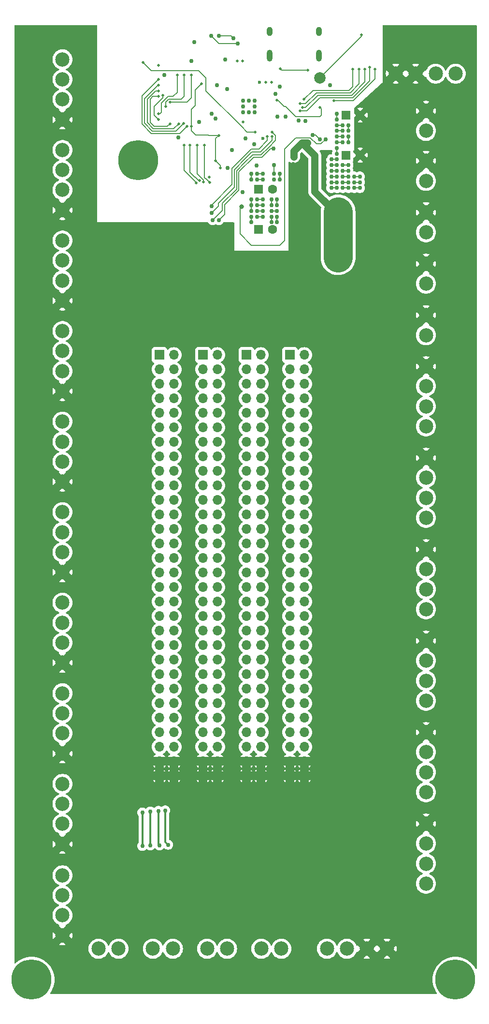
<source format=gbl>
%TF.GenerationSoftware,KiCad,Pcbnew,7.0.2*%
%TF.CreationDate,2023-05-23T23:28:36+01:00*%
%TF.ProjectId,kat_control_board,6b61745f-636f-46e7-9472-6f6c5f626f61,rev?*%
%TF.SameCoordinates,Original*%
%TF.FileFunction,Copper,L4,Bot*%
%TF.FilePolarity,Positive*%
%FSLAX46Y46*%
G04 Gerber Fmt 4.6, Leading zero omitted, Abs format (unit mm)*
G04 Created by KiCad (PCBNEW 7.0.2) date 2023-05-23 23:28:36*
%MOMM*%
%LPD*%
G01*
G04 APERTURE LIST*
%TA.AperFunction,ComponentPad*%
%ADD10C,2.500000*%
%TD*%
%TA.AperFunction,ComponentPad*%
%ADD11R,1.700000X1.700000*%
%TD*%
%TA.AperFunction,ComponentPad*%
%ADD12O,1.700000X1.700000*%
%TD*%
%TA.AperFunction,ComponentPad*%
%ADD13C,0.800000*%
%TD*%
%TA.AperFunction,ComponentPad*%
%ADD14C,7.000000*%
%TD*%
%TA.AperFunction,ComponentPad*%
%ADD15O,1.000000X2.100000*%
%TD*%
%TA.AperFunction,ComponentPad*%
%ADD16O,1.000000X1.600000*%
%TD*%
%TA.AperFunction,ComponentPad*%
%ADD17R,1.600000X1.600000*%
%TD*%
%TA.AperFunction,ComponentPad*%
%ADD18C,1.600000*%
%TD*%
%TA.AperFunction,ComponentPad*%
%ADD19C,0.600000*%
%TD*%
%TA.AperFunction,ViaPad*%
%ADD20C,0.762000*%
%TD*%
%TA.AperFunction,ViaPad*%
%ADD21C,2.000000*%
%TD*%
%TA.AperFunction,ViaPad*%
%ADD22C,0.500000*%
%TD*%
%TA.AperFunction,ViaPad*%
%ADD23C,0.600000*%
%TD*%
%TA.AperFunction,ViaPad*%
%ADD24C,4.000000*%
%TD*%
%TA.AperFunction,ViaPad*%
%ADD25C,0.800000*%
%TD*%
%TA.AperFunction,Conductor*%
%ADD26C,0.152400*%
%TD*%
%TA.AperFunction,Conductor*%
%ADD27C,0.203200*%
%TD*%
%TA.AperFunction,Conductor*%
%ADD28C,1.270000*%
%TD*%
%TA.AperFunction,Conductor*%
%ADD29C,5.080000*%
%TD*%
%TA.AperFunction,Conductor*%
%ADD30C,0.304800*%
%TD*%
G04 APERTURE END LIST*
D10*
X38900000Y-151250000D03*
X38900000Y-154750000D03*
X38900000Y-158250000D03*
X38900000Y-161750000D03*
X102600000Y-152700000D03*
X102600000Y-149200000D03*
X102600000Y-145700000D03*
X102600000Y-142200000D03*
D11*
X63500000Y-76200000D03*
D12*
X66040000Y-76200000D03*
X63500000Y-78740000D03*
X66040000Y-78740000D03*
X63500000Y-81280000D03*
X66040000Y-81280000D03*
X63500000Y-83820000D03*
X66040000Y-83820000D03*
X63500000Y-86360000D03*
X66040000Y-86360000D03*
X63500000Y-88900000D03*
X66040000Y-88900000D03*
X63500000Y-91440000D03*
X66040000Y-91440000D03*
X63500000Y-93980000D03*
X66040000Y-93980000D03*
X63500000Y-96520000D03*
X66040000Y-96520000D03*
X63500000Y-99060000D03*
X66040000Y-99060000D03*
X63500000Y-101600000D03*
X66040000Y-101600000D03*
X63500000Y-104140000D03*
X66040000Y-104140000D03*
X63500000Y-106680000D03*
X66040000Y-106680000D03*
X63500000Y-109220000D03*
X66040000Y-109220000D03*
X63500000Y-111760000D03*
X66040000Y-111760000D03*
X63500000Y-114300000D03*
X66040000Y-114300000D03*
X63500000Y-116840000D03*
X66040000Y-116840000D03*
X63500000Y-119380000D03*
X66040000Y-119380000D03*
X63500000Y-121920000D03*
X66040000Y-121920000D03*
X63500000Y-124460000D03*
X66040000Y-124460000D03*
X63500000Y-127000000D03*
X66040000Y-127000000D03*
X63500000Y-129540000D03*
X66040000Y-129540000D03*
X63500000Y-132080000D03*
X66040000Y-132080000D03*
X63500000Y-134620000D03*
X66040000Y-134620000D03*
X63500000Y-137160000D03*
X66040000Y-137160000D03*
X63500000Y-139700000D03*
X66040000Y-139700000D03*
X63500000Y-142240000D03*
X66040000Y-142240000D03*
X63500000Y-144780000D03*
X66040000Y-144780000D03*
X63500000Y-147320000D03*
X66040000Y-147320000D03*
X63500000Y-149860000D03*
X66040000Y-149860000D03*
D13*
X49518845Y-42143845D03*
X50287690Y-40287690D03*
X50287690Y-44000000D03*
X52143845Y-39518845D03*
D14*
X52143845Y-42143845D03*
D13*
X52143845Y-44768845D03*
X54000000Y-40287690D03*
X54000000Y-44000000D03*
X54768845Y-42143845D03*
D10*
X38900000Y-24500000D03*
X38900000Y-28000000D03*
X38900000Y-31500000D03*
X38900000Y-35000000D03*
D13*
X30875000Y-185500000D03*
X31643845Y-183643845D03*
X31643845Y-187356155D03*
X33500000Y-182875000D03*
D14*
X33500000Y-185500000D03*
D13*
X33500000Y-188125000D03*
X35356155Y-183643845D03*
X35356155Y-187356155D03*
X36125000Y-185500000D03*
D10*
X38900000Y-56187500D03*
X38900000Y-59687500D03*
X38900000Y-63187500D03*
X38900000Y-66687500D03*
X38900000Y-103718750D03*
X38900000Y-107218750D03*
X38900000Y-110718750D03*
X38900000Y-114218750D03*
X38900000Y-87875000D03*
X38900000Y-91375000D03*
X38900000Y-94875000D03*
X38900000Y-98375000D03*
X38900000Y-135406250D03*
X38900000Y-138906250D03*
X38900000Y-142406250D03*
X38900000Y-145906250D03*
X102600000Y-45750000D03*
X102600000Y-42250000D03*
X54750000Y-180100000D03*
X58250000Y-180100000D03*
D15*
X83820000Y-23835000D03*
D16*
X83820000Y-19655000D03*
D15*
X75180000Y-23835000D03*
D16*
X75180000Y-19655000D03*
D11*
X71120000Y-76200000D03*
D12*
X73660000Y-76200000D03*
X71120000Y-78740000D03*
X73660000Y-78740000D03*
X71120000Y-81280000D03*
X73660000Y-81280000D03*
X71120000Y-83820000D03*
X73660000Y-83820000D03*
X71120000Y-86360000D03*
X73660000Y-86360000D03*
X71120000Y-88900000D03*
X73660000Y-88900000D03*
X71120000Y-91440000D03*
X73660000Y-91440000D03*
X71120000Y-93980000D03*
X73660000Y-93980000D03*
X71120000Y-96520000D03*
X73660000Y-96520000D03*
X71120000Y-99060000D03*
X73660000Y-99060000D03*
X71120000Y-101600000D03*
X73660000Y-101600000D03*
X71120000Y-104140000D03*
X73660000Y-104140000D03*
X71120000Y-106680000D03*
X73660000Y-106680000D03*
X71120000Y-109220000D03*
X73660000Y-109220000D03*
X71120000Y-111760000D03*
X73660000Y-111760000D03*
X71120000Y-114300000D03*
X73660000Y-114300000D03*
X71120000Y-116840000D03*
X73660000Y-116840000D03*
X71120000Y-119380000D03*
X73660000Y-119380000D03*
X71120000Y-121920000D03*
X73660000Y-121920000D03*
X71120000Y-124460000D03*
X73660000Y-124460000D03*
X71120000Y-127000000D03*
X73660000Y-127000000D03*
X71120000Y-129540000D03*
X73660000Y-129540000D03*
X71120000Y-132080000D03*
X73660000Y-132080000D03*
X71120000Y-134620000D03*
X73660000Y-134620000D03*
X71120000Y-137160000D03*
X73660000Y-137160000D03*
X71120000Y-139700000D03*
X73660000Y-139700000D03*
X71120000Y-142240000D03*
X73660000Y-142240000D03*
X71120000Y-144780000D03*
X73660000Y-144780000D03*
X71120000Y-147320000D03*
X73660000Y-147320000D03*
X71120000Y-149860000D03*
X73660000Y-149860000D03*
D17*
X73250000Y-54250000D03*
D18*
X75750000Y-54250000D03*
D10*
X102600000Y-72750000D03*
X102600000Y-69250000D03*
X102600000Y-120700000D03*
X102600000Y-117200000D03*
X102600000Y-113700000D03*
X102600000Y-110200000D03*
D19*
X81052500Y-41505000D03*
X79407500Y-41515000D03*
X79357500Y-42715000D03*
X80042500Y-43200000D03*
X80667500Y-42705000D03*
D10*
X102600000Y-63750000D03*
X102600000Y-60250000D03*
X102600000Y-104700000D03*
X102600000Y-101200000D03*
X102600000Y-97700000D03*
X102600000Y-94200000D03*
D17*
X88567621Y-34250000D03*
D18*
X91067621Y-34250000D03*
D10*
X102600000Y-37000000D03*
X102600000Y-33500000D03*
D13*
X105125000Y-185500000D03*
X105893845Y-183643845D03*
X105893845Y-187356155D03*
X107750000Y-182875000D03*
D14*
X107750000Y-185500000D03*
D13*
X107750000Y-188125000D03*
X109606155Y-183643845D03*
X109606155Y-187356155D03*
X110375000Y-185500000D03*
D10*
X102600000Y-168700000D03*
X102600000Y-165200000D03*
X102600000Y-161700000D03*
X102600000Y-158200000D03*
X102600000Y-88700000D03*
X102600000Y-85200000D03*
X102600000Y-81700000D03*
X102600000Y-78200000D03*
X38900000Y-119562500D03*
X38900000Y-123062500D03*
X38900000Y-126562500D03*
X38900000Y-130062500D03*
D11*
X55880000Y-76200000D03*
D12*
X58420000Y-76200000D03*
X55880000Y-78740000D03*
X58420000Y-78740000D03*
X55880000Y-81280000D03*
X58420000Y-81280000D03*
X55880000Y-83820000D03*
X58420000Y-83820000D03*
X55880000Y-86360000D03*
X58420000Y-86360000D03*
X55880000Y-88900000D03*
X58420000Y-88900000D03*
X55880000Y-91440000D03*
X58420000Y-91440000D03*
X55880000Y-93980000D03*
X58420000Y-93980000D03*
X55880000Y-96520000D03*
X58420000Y-96520000D03*
X55880000Y-99060000D03*
X58420000Y-99060000D03*
X55880000Y-101600000D03*
X58420000Y-101600000D03*
X55880000Y-104140000D03*
X58420000Y-104140000D03*
X55880000Y-106680000D03*
X58420000Y-106680000D03*
X55880000Y-109220000D03*
X58420000Y-109220000D03*
X55880000Y-111760000D03*
X58420000Y-111760000D03*
X55880000Y-114300000D03*
X58420000Y-114300000D03*
X55880000Y-116840000D03*
X58420000Y-116840000D03*
X55880000Y-119380000D03*
X58420000Y-119380000D03*
X55880000Y-121920000D03*
X58420000Y-121920000D03*
X55880000Y-124460000D03*
X58420000Y-124460000D03*
X55880000Y-127000000D03*
X58420000Y-127000000D03*
X55880000Y-129540000D03*
X58420000Y-129540000D03*
X55880000Y-132080000D03*
X58420000Y-132080000D03*
X55880000Y-134620000D03*
X58420000Y-134620000D03*
X55880000Y-137160000D03*
X58420000Y-137160000D03*
X55880000Y-139700000D03*
X58420000Y-139700000D03*
X55880000Y-142240000D03*
X58420000Y-142240000D03*
X55880000Y-144780000D03*
X58420000Y-144780000D03*
X55880000Y-147320000D03*
X58420000Y-147320000D03*
X55880000Y-149860000D03*
X58420000Y-149860000D03*
D10*
X73750000Y-180100000D03*
X77250000Y-180100000D03*
X102600000Y-136700000D03*
X102600000Y-133200000D03*
X102600000Y-129700000D03*
X102600000Y-126200000D03*
X64250000Y-180100000D03*
X67750000Y-180100000D03*
X102600000Y-54750000D03*
X102600000Y-51250000D03*
X38900000Y-72031250D03*
X38900000Y-75531250D03*
X38900000Y-79031250D03*
X38900000Y-82531250D03*
D11*
X78740000Y-76200000D03*
D12*
X81280000Y-76200000D03*
X78740000Y-78740000D03*
X81280000Y-78740000D03*
X78740000Y-81280000D03*
X81280000Y-81280000D03*
X78740000Y-83820000D03*
X81280000Y-83820000D03*
X78740000Y-86360000D03*
X81280000Y-86360000D03*
X78740000Y-88900000D03*
X81280000Y-88900000D03*
X78740000Y-91440000D03*
X81280000Y-91440000D03*
X78740000Y-93980000D03*
X81280000Y-93980000D03*
X78740000Y-96520000D03*
X81280000Y-96520000D03*
X78740000Y-99060000D03*
X81280000Y-99060000D03*
X78740000Y-101600000D03*
X81280000Y-101600000D03*
X78740000Y-104140000D03*
X81280000Y-104140000D03*
X78740000Y-106680000D03*
X81280000Y-106680000D03*
X78740000Y-109220000D03*
X81280000Y-109220000D03*
X78740000Y-111760000D03*
X81280000Y-111760000D03*
X78740000Y-114300000D03*
X81280000Y-114300000D03*
X78740000Y-116840000D03*
X81280000Y-116840000D03*
X78740000Y-119380000D03*
X81280000Y-119380000D03*
X78740000Y-121920000D03*
X81280000Y-121920000D03*
X78740000Y-124460000D03*
X81280000Y-124460000D03*
X78740000Y-127000000D03*
X81280000Y-127000000D03*
X78740000Y-129540000D03*
X81280000Y-129540000D03*
X78740000Y-132080000D03*
X81280000Y-132080000D03*
X78740000Y-134620000D03*
X81280000Y-134620000D03*
X78740000Y-137160000D03*
X81280000Y-137160000D03*
X78740000Y-139700000D03*
X81280000Y-139700000D03*
X78740000Y-142240000D03*
X81280000Y-142240000D03*
X78740000Y-144780000D03*
X81280000Y-144780000D03*
X78740000Y-147320000D03*
X81280000Y-147320000D03*
X78740000Y-149860000D03*
X81280000Y-149860000D03*
D10*
X107800000Y-27000000D03*
X104300000Y-27000000D03*
X100800000Y-27000000D03*
X97300000Y-27000000D03*
D17*
X73250000Y-47250000D03*
D18*
X75750000Y-47250000D03*
D10*
X38900000Y-40343750D03*
X38900000Y-43843750D03*
X38900000Y-47343750D03*
X38900000Y-50843750D03*
X38900000Y-167250000D03*
X38900000Y-170750000D03*
X38900000Y-174250000D03*
X38900000Y-177750000D03*
D17*
X88567621Y-41250000D03*
D18*
X91067621Y-41250000D03*
D10*
X85250000Y-180100000D03*
X88750000Y-180100000D03*
X92250000Y-180100000D03*
X95750000Y-180100000D03*
X45219166Y-180100000D03*
X48719166Y-180100000D03*
D20*
X77000000Y-45500000D03*
X71578000Y-31752000D03*
X75500000Y-53000000D03*
X77000000Y-44500000D03*
X68600000Y-40350000D03*
X76500000Y-53000000D03*
X75500000Y-52082100D03*
D21*
X52500000Y-170000000D03*
D22*
X75500000Y-28500000D03*
D20*
X66000000Y-29005100D03*
D21*
X61000000Y-170000000D03*
D20*
X85000000Y-41500000D03*
X72594000Y-32768000D03*
X75500000Y-51000000D03*
D21*
X43469166Y-170600000D03*
D20*
X76500000Y-52082100D03*
X72594000Y-33784000D03*
X67387000Y-24535000D03*
X39500000Y-19500000D03*
D22*
X69500000Y-24750000D03*
X64600000Y-45100000D03*
D20*
X76500000Y-49000000D03*
X56750000Y-27250000D03*
X70562000Y-33784000D03*
X81500000Y-35250000D03*
X71578000Y-33784000D03*
X76000000Y-43000000D03*
X72900000Y-43100000D03*
X78000000Y-34500000D03*
X75500000Y-50000000D03*
X72594000Y-31752000D03*
X76000000Y-45500000D03*
X70500000Y-47750000D03*
X76500000Y-50000000D03*
X72467000Y-39372000D03*
D22*
X70540057Y-35423572D03*
D20*
X59212880Y-38141700D03*
D22*
X70500000Y-24750000D03*
D21*
X71500000Y-170000000D03*
D20*
X65000000Y-34000000D03*
X76000000Y-44500000D03*
X76500000Y-51000000D03*
X70562000Y-32768000D03*
X77016283Y-29237368D03*
X75500000Y-49000000D03*
X85750000Y-29000000D03*
X70562000Y-31752000D03*
D22*
X77067900Y-26099500D03*
X81900000Y-26350000D03*
D20*
X65704381Y-34877700D03*
X61500000Y-24750000D03*
D21*
X84000000Y-27750000D03*
D20*
X62000000Y-21500000D03*
D22*
X91300000Y-20200000D03*
D20*
X70943000Y-38356000D03*
X80300000Y-35182100D03*
X76557983Y-34487295D03*
X76250000Y-30500000D03*
X67768000Y-29720000D03*
D22*
X74500000Y-28500000D03*
X55750000Y-25500000D03*
X84024000Y-32869600D03*
X76454800Y-31599600D03*
D20*
X64923200Y-20372800D03*
X69596800Y-21744400D03*
X68885600Y-20830000D03*
X66345600Y-20372800D03*
D23*
X73991000Y-38356000D03*
X73423415Y-28482586D03*
D20*
X86000000Y-44000000D03*
X86000000Y-45000000D03*
X89000000Y-37000000D03*
X88000000Y-38000000D03*
X86000000Y-46000000D03*
X88000000Y-46000000D03*
X87000000Y-43000000D03*
X91000000Y-46000000D03*
X88000000Y-45000000D03*
X89000000Y-44000000D03*
X87000000Y-46000000D03*
X88000000Y-39000000D03*
X91000000Y-45000000D03*
X88000000Y-43000000D03*
X87000000Y-40000000D03*
X87000000Y-47000000D03*
X87000000Y-42000000D03*
X87000000Y-38000000D03*
X89000000Y-39000000D03*
X87000000Y-39000000D03*
X87000000Y-35000000D03*
X88000000Y-37000000D03*
X89000000Y-38000000D03*
X87000000Y-36000000D03*
X88000000Y-44000000D03*
X87000000Y-41000000D03*
X89000000Y-43000000D03*
X90000000Y-46000000D03*
X91000000Y-47000000D03*
X88000000Y-47000000D03*
X89000000Y-47000000D03*
X67800000Y-43500000D03*
X62845126Y-35462532D03*
X89000000Y-45000000D03*
X89000000Y-46000000D03*
X87000000Y-37000000D03*
X86000000Y-47000000D03*
X87000000Y-45000000D03*
X90000000Y-45000000D03*
X86000000Y-43000000D03*
X88000000Y-36000000D03*
X87000000Y-34000000D03*
X87000000Y-44000000D03*
X90000000Y-47000000D03*
X89000000Y-36000000D03*
X86000000Y-42000000D03*
X72000000Y-50000000D03*
X74000000Y-44500000D03*
X73000000Y-52082100D03*
X72000000Y-51000000D03*
X73000000Y-51000000D03*
X74000000Y-49000000D03*
X74000000Y-52082100D03*
X72000000Y-52082100D03*
X72000000Y-49000000D03*
X72000000Y-45500000D03*
X73000000Y-44500000D03*
X73000000Y-45500000D03*
X74000000Y-45500000D03*
X72000000Y-53000000D03*
X74000000Y-50000000D03*
X73000000Y-50000000D03*
X81794200Y-39000000D03*
D24*
X87200000Y-59200000D03*
D20*
X74000000Y-51000000D03*
X72000000Y-44500000D03*
X73000000Y-49000000D03*
X85000000Y-38500000D03*
D25*
X70300000Y-50300000D03*
D22*
X66600000Y-43500000D03*
X66300000Y-37800000D03*
X65750000Y-42250000D03*
X61500000Y-36250000D03*
X63250000Y-28750000D03*
X55750000Y-28000000D03*
X60689700Y-36250000D03*
X60138600Y-35724717D03*
X55750000Y-29000000D03*
X59250000Y-35750000D03*
X55750000Y-30000000D03*
X57750000Y-35750000D03*
X55750000Y-31000000D03*
X57750000Y-32000000D03*
X61500000Y-27250000D03*
X60250000Y-27250000D03*
X57000000Y-32750000D03*
X59000000Y-27250000D03*
X55750000Y-34000000D03*
X56500000Y-30750000D03*
X55750000Y-35000000D03*
X64685398Y-46009180D03*
X63750000Y-39500000D03*
X62500000Y-39500000D03*
X63622703Y-45967928D03*
X62903290Y-45654300D03*
X61250000Y-39500000D03*
X60250000Y-39500000D03*
X62347351Y-46078838D03*
D20*
X82750000Y-37750000D03*
X84000000Y-38500000D03*
D22*
X72700000Y-37200000D03*
X53000000Y-25000000D03*
X89800000Y-26200000D03*
X81250000Y-31500000D03*
X90900000Y-26200000D03*
X80500000Y-32250000D03*
X81000000Y-32948900D03*
X91900000Y-26200000D03*
X92750000Y-25900000D03*
X80500000Y-33500000D03*
X93700000Y-26200000D03*
X86500000Y-31750000D03*
X74800000Y-38000000D03*
D20*
X65000000Y-50200000D03*
X52900000Y-162100000D03*
X52900000Y-156267100D03*
X55900000Y-162000000D03*
D22*
X75600000Y-37200000D03*
D20*
X65200000Y-52600000D03*
X55700000Y-156000000D03*
X65000000Y-51400000D03*
X54300000Y-162000000D03*
D22*
X75600000Y-38000000D03*
D20*
X54300000Y-156100000D03*
X66300000Y-52600000D03*
X56900000Y-155900000D03*
X75900000Y-40100000D03*
X57400000Y-161900000D03*
D26*
X75500000Y-49000000D02*
X75500000Y-50000000D01*
X76500000Y-50000000D02*
X76500000Y-49000000D01*
X75500000Y-51000000D02*
X76500000Y-51000000D01*
X75500000Y-52082100D02*
X75500000Y-53000000D01*
X76500000Y-53000000D02*
X76500000Y-52082100D01*
X76000000Y-43000000D02*
X76000000Y-44500000D01*
X77000000Y-44500000D02*
X77000000Y-45500000D01*
X81900000Y-26350000D02*
X77318400Y-26350000D01*
X77318400Y-26350000D02*
X77067900Y-26099500D01*
D27*
X87450000Y-24300000D02*
X84000000Y-27750000D01*
X91300000Y-20450000D02*
X91300000Y-20200000D01*
X87450000Y-24300000D02*
X91300000Y-20450000D01*
X84250000Y-34250000D02*
X84250000Y-33095600D01*
X84000000Y-34500000D02*
X84250000Y-34250000D01*
X76625281Y-31599600D02*
X77775681Y-32750000D01*
X79750000Y-34500000D02*
X84000000Y-34500000D01*
X78000000Y-32750000D02*
X79750000Y-34500000D01*
X84250000Y-33095600D02*
X84024000Y-32869600D01*
X76454800Y-31599600D02*
X76625281Y-31599600D01*
X77775681Y-32750000D02*
X78000000Y-32750000D01*
D26*
X69596800Y-21744400D02*
X66294800Y-21744400D01*
X66294800Y-21744400D02*
X64923200Y-20372800D01*
X68885600Y-20830000D02*
X68428400Y-20372800D01*
X68428400Y-20372800D02*
X66345600Y-20372800D01*
X91000000Y-47000000D02*
X90000000Y-47000000D01*
X88000000Y-46000000D02*
X89000000Y-46000000D01*
X88000000Y-38000000D02*
X87000000Y-38000000D01*
X88000000Y-36000000D02*
X87000000Y-36000000D01*
X86000000Y-46000000D02*
X87000000Y-46000000D01*
X89000000Y-45000000D02*
X88000000Y-45000000D01*
X87000000Y-47000000D02*
X86000000Y-47000000D01*
X89000000Y-37000000D02*
X89000000Y-36000000D01*
X86000000Y-42000000D02*
X87000000Y-42000000D01*
X90000000Y-46000000D02*
X91000000Y-46000000D01*
X88000000Y-44000000D02*
X89000000Y-44000000D01*
X87000000Y-35000000D02*
X87000000Y-34000000D01*
X91000000Y-45000000D02*
X90000000Y-45000000D01*
X89000000Y-43000000D02*
X88000000Y-43000000D01*
X87000000Y-37000000D02*
X88000000Y-37000000D01*
X86000000Y-44000000D02*
X87000000Y-44000000D01*
X87000000Y-45000000D02*
X86000000Y-45000000D01*
X87000000Y-41000000D02*
X87000000Y-40000000D01*
X87000000Y-39000000D02*
X88000000Y-39000000D01*
X87000000Y-43000000D02*
X86000000Y-43000000D01*
X89000000Y-39000000D02*
X89000000Y-38000000D01*
X89000000Y-47000000D02*
X88000000Y-47000000D01*
D28*
X79407500Y-40492500D02*
X80836400Y-39063600D01*
D26*
X74000000Y-45500000D02*
X73000000Y-45500000D01*
X74000000Y-52082100D02*
X73000000Y-52082100D01*
D29*
X87200000Y-51200000D02*
X87200000Y-59200000D01*
D26*
X73000000Y-44500000D02*
X74000000Y-44500000D01*
D28*
X83100000Y-41327200D02*
X83100000Y-47600000D01*
D26*
X72000000Y-45500000D02*
X72000000Y-44500000D01*
X72000000Y-49000000D02*
X72000000Y-50000000D01*
D28*
X80836400Y-39063600D02*
X83100000Y-41327200D01*
X80836400Y-39063600D02*
X81794200Y-39063600D01*
D26*
X73000000Y-50000000D02*
X74000000Y-50000000D01*
D27*
X81544200Y-39250000D02*
X81794200Y-39000000D01*
D28*
X86700000Y-51200000D02*
X87200000Y-51200000D01*
D26*
X72000000Y-52082100D02*
X72000000Y-53000000D01*
D28*
X83100000Y-47600000D02*
X86700000Y-51200000D01*
D26*
X73000000Y-51000000D02*
X74000000Y-51000000D01*
X72000000Y-50000000D02*
X72000000Y-51000000D01*
D28*
X79407500Y-41515000D02*
X79407500Y-40492500D01*
D26*
X74000000Y-49000000D02*
X73000000Y-49000000D01*
D27*
X70000000Y-50600000D02*
X70300000Y-50300000D01*
X70000000Y-55000000D02*
X70000000Y-50600000D01*
X82300000Y-38200000D02*
X79800000Y-38200000D01*
X77800000Y-40200000D02*
X77800000Y-56200000D01*
X83400000Y-39300000D02*
X82300000Y-38200000D01*
X77800000Y-56200000D02*
X77000000Y-57000000D01*
X85000000Y-38500000D02*
X84200000Y-39300000D01*
X79800000Y-38200000D02*
X77800000Y-40200000D01*
X77000000Y-57000000D02*
X72000000Y-57000000D01*
X72000000Y-57000000D02*
X70000000Y-55000000D01*
X84200000Y-39300000D02*
X83400000Y-39300000D01*
X62158000Y-32592000D02*
X62158000Y-32500000D01*
X65750000Y-42250000D02*
X65750000Y-38342000D01*
X66600000Y-43100000D02*
X65750000Y-42250000D01*
X66600000Y-43500000D02*
X66600000Y-43100000D01*
X64496400Y-37746400D02*
X64550000Y-37800000D01*
X61500000Y-36250000D02*
X61500000Y-33250000D01*
X64550000Y-37800000D02*
X66300000Y-37800000D01*
X62158000Y-29842000D02*
X63250000Y-28750000D01*
X61500000Y-33250000D02*
X62158000Y-32592000D01*
X62158000Y-32500000D02*
X62158000Y-29842000D01*
X64492800Y-37750000D02*
X62250000Y-37750000D01*
X65750000Y-38342000D02*
X65758000Y-38342000D01*
X61500000Y-37000000D02*
X61500000Y-36250000D01*
X65758000Y-38342000D02*
X66300000Y-37800000D01*
X64496400Y-37746400D02*
X64492800Y-37750000D01*
X62250000Y-37750000D02*
X61500000Y-37000000D01*
X54498968Y-37459600D02*
X59480100Y-37459600D01*
X55750000Y-28000000D02*
X52846800Y-30903200D01*
X52846800Y-30903200D02*
X52846800Y-35807431D01*
X59480100Y-37459600D02*
X60689700Y-36250000D01*
X52846800Y-35807431D02*
X54498968Y-37459600D01*
X58806917Y-37056400D02*
X60138600Y-35724717D01*
X53250000Y-31359580D02*
X53250000Y-35640420D01*
X53250000Y-35640420D02*
X54665979Y-37056400D01*
X55609580Y-29000000D02*
X53250000Y-31359580D01*
X54665979Y-37056400D02*
X58806917Y-37056400D01*
X55750000Y-29000000D02*
X55609580Y-29000000D01*
X54832990Y-36653200D02*
X58346800Y-36653200D01*
X53750000Y-31429790D02*
X53750000Y-35570210D01*
X55750000Y-30000000D02*
X55179790Y-30000000D01*
X58346800Y-36653200D02*
X59250000Y-35750000D01*
X55179790Y-30000000D02*
X53750000Y-31429790D01*
X53750000Y-35570210D02*
X54832990Y-36653200D01*
X57250000Y-36250000D02*
X57750000Y-35750000D01*
X54250000Y-35500000D02*
X55000000Y-36250000D01*
X55000000Y-36250000D02*
X57250000Y-36250000D01*
X54750000Y-31000000D02*
X54250000Y-31500000D01*
X55750000Y-31000000D02*
X54750000Y-31000000D01*
X54250000Y-31500000D02*
X54250000Y-35500000D01*
X60750000Y-32000000D02*
X57750000Y-32000000D01*
X61500000Y-31250000D02*
X61250000Y-31500000D01*
X61500000Y-27250000D02*
X61500000Y-31250000D01*
X61250000Y-31500000D02*
X60750000Y-32000000D01*
X57000000Y-31969919D02*
X57000000Y-32750000D01*
X60250000Y-31000000D02*
X59750000Y-31500000D01*
X57234959Y-31734960D02*
X57000000Y-31969919D01*
X59000000Y-31500000D02*
X58948400Y-31448400D01*
X57521519Y-31448400D02*
X57234959Y-31734960D01*
X60250000Y-27250000D02*
X60250000Y-31000000D01*
X59750000Y-31500000D02*
X59000000Y-31500000D01*
X58948400Y-31448400D02*
X57521519Y-31448400D01*
X56699854Y-31699855D02*
X56250000Y-32149709D01*
X57399709Y-31000000D02*
X56699854Y-31699855D01*
X59000000Y-27250000D02*
X59000000Y-30250000D01*
X59000000Y-30250000D02*
X58250000Y-31000000D01*
X58250000Y-31000000D02*
X57399709Y-31000000D01*
X56250000Y-33750000D02*
X56000000Y-34000000D01*
X56000000Y-34000000D02*
X55750000Y-34000000D01*
X56250000Y-32149709D02*
X56250000Y-33750000D01*
X56500000Y-30750000D02*
X56500000Y-31250000D01*
X56000000Y-31750000D02*
X55000000Y-32750000D01*
X56500000Y-31250000D02*
X56000000Y-31750000D01*
X55000000Y-34250000D02*
X55750000Y-35000000D01*
X55000000Y-32750000D02*
X55000000Y-34250000D01*
X63750000Y-43000000D02*
X63750000Y-39500000D01*
X64026578Y-45350360D02*
X64685398Y-46009180D01*
X63750000Y-45150719D02*
X63949641Y-45350360D01*
X63750000Y-43000000D02*
X63750000Y-45150719D01*
X63949641Y-45350360D02*
X64026578Y-45350360D01*
X62500000Y-44000000D02*
X62500000Y-44470929D01*
X63364536Y-45335465D02*
X63622703Y-45593632D01*
X62500000Y-39500000D02*
X62500000Y-44000000D01*
X63622703Y-45593632D02*
X63622703Y-45967928D01*
X62500000Y-44470929D02*
X63364536Y-45335465D01*
X62100000Y-45100000D02*
X62200000Y-45100000D01*
X61250000Y-39500000D02*
X61250000Y-44000000D01*
X61250000Y-44000000D02*
X61250000Y-44250000D01*
X61250000Y-44250000D02*
X62100000Y-45100000D01*
X62754300Y-45654300D02*
X62903290Y-45654300D01*
X62200000Y-45100000D02*
X62754300Y-45654300D01*
X62347351Y-46047351D02*
X60250000Y-43950000D01*
X62347351Y-46078838D02*
X62347351Y-46047351D01*
X60250000Y-43950000D02*
X60250000Y-39500000D01*
D26*
X84000000Y-38500000D02*
X83250000Y-37750000D01*
X83250000Y-37750000D02*
X82750000Y-37750000D01*
D27*
X54500000Y-26500000D02*
X53000000Y-25000000D01*
X70250000Y-36250000D02*
X64000000Y-30000000D01*
X64000000Y-27750000D02*
X62750000Y-26500000D01*
D26*
X71200000Y-37200000D02*
X70250000Y-36250000D01*
D27*
X55250000Y-26500000D02*
X54500000Y-26500000D01*
X58000000Y-26500000D02*
X55250000Y-26500000D01*
X62750000Y-26500000D02*
X58000000Y-26500000D01*
X64000000Y-30000000D02*
X64000000Y-27750000D01*
D26*
X72700000Y-37200000D02*
X71200000Y-37200000D01*
D27*
X85000000Y-29943600D02*
X89100000Y-29943600D01*
X82806400Y-29943600D02*
X85000000Y-29943600D01*
X89100000Y-29943600D02*
X89800000Y-29243600D01*
X81250000Y-31500000D02*
X82806400Y-29943600D01*
X89800000Y-29243600D02*
X89800000Y-26200000D01*
X90900000Y-26200000D02*
X90900000Y-28746800D01*
X81500000Y-32250000D02*
X83403200Y-30346800D01*
X90900000Y-28746800D02*
X89300000Y-30346800D01*
X84000000Y-30346800D02*
X89300000Y-30346800D01*
X80500000Y-32250000D02*
X81500000Y-32250000D01*
X83403200Y-30346800D02*
X84000000Y-30346800D01*
X81448900Y-32948900D02*
X83647800Y-30750000D01*
X91900000Y-26200000D02*
X91900000Y-28450000D01*
X91900000Y-28450000D02*
X89600000Y-30750000D01*
X83647800Y-30750000D02*
X89600000Y-30750000D01*
X81000000Y-32948900D02*
X81448900Y-32948900D01*
X92750000Y-28250000D02*
X92750000Y-25900000D01*
X89801600Y-31198400D02*
X92750000Y-28250000D01*
X80500000Y-33500000D02*
X81715343Y-33500000D01*
X84016943Y-31198400D02*
X89801600Y-31198400D01*
X81715343Y-33500000D02*
X84016943Y-31198400D01*
X93700000Y-27900000D02*
X89850000Y-31750000D01*
X93700000Y-26200000D02*
X93700000Y-27900000D01*
X86500000Y-31750000D02*
X89700000Y-31750000D01*
X89850000Y-31750000D02*
X89700000Y-31750000D01*
X74800000Y-38700000D02*
X73300000Y-40200000D01*
X74800000Y-38000000D02*
X74800000Y-38700000D01*
X65100000Y-49900000D02*
X65100000Y-50100000D01*
X65100000Y-50100000D02*
X65000000Y-50200000D01*
X72000000Y-40200000D02*
X68600000Y-43600000D01*
D30*
X52900000Y-156267100D02*
X52900000Y-162100000D01*
D27*
X73300000Y-40200000D02*
X72000000Y-40200000D01*
X68600000Y-43600000D02*
X68600000Y-46400000D01*
X68600000Y-46400000D02*
X65100000Y-49900000D01*
X69406400Y-43993600D02*
X69406400Y-46800000D01*
D30*
X55700000Y-156000000D02*
X55700000Y-161800000D01*
D27*
X73700000Y-41200000D02*
X73100000Y-41200000D01*
X66900000Y-50900000D02*
X65200000Y-52600000D01*
X69406400Y-46800000D02*
X69406400Y-47193600D01*
X72200000Y-41200000D02*
X70800000Y-42600000D01*
X76200000Y-38700000D02*
X75000000Y-39900000D01*
X73100000Y-41200000D02*
X72200000Y-41200000D01*
X76200000Y-37800000D02*
X76200000Y-38100000D01*
X75600000Y-37200000D02*
X76200000Y-37800000D01*
X69406400Y-47193600D02*
X66900000Y-49700000D01*
X70800000Y-42600000D02*
X69406400Y-43993600D01*
X76200000Y-38100000D02*
X76200000Y-38700000D01*
X66900000Y-49700000D02*
X66900000Y-50900000D01*
X75000000Y-39900000D02*
X73700000Y-41200000D01*
D30*
X55700000Y-161800000D02*
X55900000Y-162000000D01*
D27*
X73600000Y-40700000D02*
X72800000Y-40700000D01*
X66200000Y-49700000D02*
X66200000Y-50200000D01*
X72800000Y-40700000D02*
X72100000Y-40700000D01*
D30*
X54300000Y-156100000D02*
X54300000Y-162000000D01*
D27*
X66200000Y-50200000D02*
X65000000Y-51400000D01*
X75600000Y-38700000D02*
X74700000Y-39600000D01*
X69003200Y-46500000D02*
X69003200Y-46896800D01*
X69003200Y-46896800D02*
X66200000Y-49700000D01*
X74700000Y-39600000D02*
X73600000Y-40700000D01*
X72100000Y-40700000D02*
X71000000Y-41800000D01*
X71000000Y-41800000D02*
X69003200Y-43796800D01*
X75600000Y-38000000D02*
X75600000Y-38700000D01*
X69003200Y-43796800D02*
X69003200Y-46500000D01*
X67303200Y-49896800D02*
X67303200Y-51596800D01*
X67303200Y-51596800D02*
X66300000Y-52600000D01*
X69809600Y-47390400D02*
X67303200Y-49896800D01*
X75370210Y-40100000D02*
X73867011Y-41603200D01*
D30*
X56900000Y-155900000D02*
X56900000Y-161400000D01*
D27*
X73867011Y-41603200D02*
X72396800Y-41603200D01*
X75900000Y-40100000D02*
X75370210Y-40100000D01*
X69809600Y-44190400D02*
X69809600Y-47390400D01*
X72396800Y-41603200D02*
X69809600Y-44190400D01*
D30*
X56900000Y-161400000D02*
X57400000Y-161900000D01*
%TA.AperFunction,Conductor*%
G36*
X44943039Y-18519685D02*
G01*
X44988794Y-18572489D01*
X45000000Y-18624000D01*
X45000000Y-53000000D01*
X64341480Y-53000000D01*
X64408519Y-53019685D01*
X64448867Y-53062000D01*
X64480007Y-53115937D01*
X64482924Y-53120988D01*
X64606910Y-53258690D01*
X64756822Y-53367607D01*
X64926103Y-53442976D01*
X65107348Y-53481500D01*
X65107351Y-53481500D01*
X65292652Y-53481500D01*
X65473896Y-53442976D01*
X65473897Y-53442975D01*
X65473899Y-53442975D01*
X65643178Y-53367607D01*
X65677113Y-53342951D01*
X65742920Y-53319471D01*
X65810974Y-53335296D01*
X65822886Y-53342951D01*
X65856822Y-53367607D01*
X66026103Y-53442976D01*
X66207348Y-53481500D01*
X66207351Y-53481500D01*
X66392652Y-53481500D01*
X66573896Y-53442976D01*
X66573897Y-53442975D01*
X66573899Y-53442975D01*
X66743178Y-53367607D01*
X66893088Y-53258691D01*
X67017077Y-53120987D01*
X67051132Y-53062000D01*
X67101699Y-53013785D01*
X67158520Y-53000000D01*
X68876000Y-53000000D01*
X68943039Y-53019685D01*
X68988794Y-53072489D01*
X69000000Y-53124000D01*
X69000000Y-58000000D01*
X78500000Y-58000000D01*
X78500000Y-42502650D01*
X78519685Y-42435611D01*
X78572489Y-42389856D01*
X78641647Y-42379912D01*
X78705200Y-42408935D01*
X78705203Y-42408938D01*
X78745847Y-42444157D01*
X78852792Y-42505901D01*
X78933651Y-42552585D01*
X79138578Y-42623511D01*
X79353225Y-42654373D01*
X79569834Y-42644055D01*
X79780575Y-42592929D01*
X79977832Y-42502845D01*
X80154477Y-42377057D01*
X80304123Y-42220112D01*
X80400064Y-42070824D01*
X80421362Y-42037685D01*
X80436467Y-41999954D01*
X80501960Y-41836362D01*
X80535638Y-41661624D01*
X80543000Y-41623428D01*
X80543000Y-41014200D01*
X80562685Y-40947161D01*
X80579319Y-40926519D01*
X80662912Y-40842926D01*
X80748720Y-40757117D01*
X80810041Y-40723634D01*
X80879732Y-40728618D01*
X80924077Y-40757117D01*
X81426594Y-41259634D01*
X81928180Y-41761220D01*
X81961665Y-41822543D01*
X81964499Y-41848901D01*
X81964499Y-47494838D01*
X81962783Y-47515394D01*
X81962240Y-47518620D01*
X81964465Y-47612046D01*
X81964500Y-47614997D01*
X81964500Y-47654091D01*
X81964780Y-47657026D01*
X81964781Y-47657044D01*
X81965365Y-47663160D01*
X81965891Y-47671985D01*
X81967402Y-47735419D01*
X81974501Y-47768057D01*
X81976772Y-47782623D01*
X81979947Y-47815872D01*
X81997821Y-47876746D01*
X82000010Y-47885319D01*
X82013498Y-47947318D01*
X82026644Y-47978017D01*
X82031632Y-47991891D01*
X82041043Y-48023942D01*
X82070114Y-48080331D01*
X82073886Y-48088338D01*
X82098861Y-48146660D01*
X82117582Y-48174320D01*
X82125106Y-48187001D01*
X82140412Y-48216690D01*
X82179631Y-48266561D01*
X82184843Y-48273700D01*
X82220410Y-48326250D01*
X82244021Y-48349861D01*
X82253808Y-48360888D01*
X82274457Y-48387144D01*
X82274460Y-48387146D01*
X82274462Y-48387149D01*
X82322140Y-48428462D01*
X82322417Y-48428702D01*
X82328895Y-48434734D01*
X84221326Y-50327166D01*
X84254811Y-50388489D01*
X84254423Y-50442932D01*
X84202020Y-50668284D01*
X84199137Y-50680680D01*
X84198733Y-50684197D01*
X84198733Y-50684200D01*
X84159903Y-51022620D01*
X84159902Y-51022631D01*
X84159500Y-51026138D01*
X84159500Y-59286864D01*
X84159600Y-59288619D01*
X84159601Y-59288641D01*
X84174181Y-59543617D01*
X84174182Y-59543627D01*
X84174384Y-59547157D01*
X84174986Y-59550639D01*
X84174988Y-59550651D01*
X84204776Y-59722777D01*
X84233679Y-59889788D01*
X84234675Y-59893182D01*
X84234677Y-59893188D01*
X84282056Y-60054545D01*
X84331644Y-60223427D01*
X84333019Y-60226681D01*
X84333021Y-60226686D01*
X84465621Y-60540455D01*
X84465624Y-60540462D01*
X84467003Y-60543724D01*
X84468743Y-60546806D01*
X84468745Y-60546809D01*
X84636249Y-60843422D01*
X84636253Y-60843428D01*
X84637990Y-60846504D01*
X84842377Y-61127819D01*
X85077500Y-61384001D01*
X85080173Y-61386317D01*
X85080177Y-61386321D01*
X85213228Y-61501610D01*
X85340292Y-61611712D01*
X85627329Y-61807983D01*
X85934867Y-61970254D01*
X85938159Y-61971536D01*
X85938162Y-61971537D01*
X85994612Y-61993515D01*
X86258899Y-62096411D01*
X86595199Y-62184809D01*
X86939384Y-62234295D01*
X87286967Y-62244225D01*
X87633415Y-62214469D01*
X87974214Y-62145414D01*
X88304919Y-62037961D01*
X88621220Y-61893511D01*
X88918993Y-61713947D01*
X89194357Y-61501610D01*
X89443721Y-61259268D01*
X89663835Y-60990081D01*
X89851828Y-60697556D01*
X90005252Y-60385509D01*
X90053601Y-60250000D01*
X100845092Y-60250000D01*
X100864693Y-60511552D01*
X100923059Y-60767269D01*
X100950964Y-60838373D01*
X100950965Y-60838374D01*
X101454345Y-60334995D01*
X101900000Y-60334995D01*
X101940682Y-60500046D01*
X102019680Y-60650566D01*
X102132405Y-60777806D01*
X102272305Y-60874371D01*
X102431249Y-60934651D01*
X102557660Y-60950000D01*
X102642340Y-60950000D01*
X102768751Y-60934651D01*
X102927695Y-60874371D01*
X103067595Y-60777806D01*
X103180320Y-60650566D01*
X103259318Y-60500046D01*
X103300000Y-60334995D01*
X103300000Y-60250000D01*
X103660659Y-60250000D01*
X104249033Y-60838373D01*
X104276941Y-60767264D01*
X104335306Y-60511552D01*
X104354907Y-60250000D01*
X104335306Y-59988447D01*
X104276941Y-59732735D01*
X104249033Y-59661625D01*
X103660659Y-60250000D01*
X103300000Y-60250000D01*
X103300000Y-60165005D01*
X103259318Y-59999954D01*
X103180320Y-59849434D01*
X103067595Y-59722194D01*
X102927695Y-59625629D01*
X102768751Y-59565349D01*
X102642340Y-59550000D01*
X102557660Y-59550000D01*
X102431249Y-59565349D01*
X102272305Y-59625629D01*
X102132405Y-59722194D01*
X102019680Y-59849434D01*
X101940682Y-59999954D01*
X101900000Y-60165005D01*
X101900000Y-60334995D01*
X101454345Y-60334995D01*
X101539340Y-60250000D01*
X101539340Y-60249999D01*
X100950965Y-59661624D01*
X100923058Y-59732733D01*
X100864693Y-59988446D01*
X100845092Y-60250000D01*
X90053601Y-60250000D01*
X90122104Y-60058007D01*
X90200863Y-59719320D01*
X90240500Y-59373862D01*
X90240500Y-58600324D01*
X102010983Y-58600324D01*
X102600000Y-59189340D01*
X102600001Y-59189340D01*
X103189015Y-58600324D01*
X103189014Y-58600323D01*
X102990505Y-58539092D01*
X102731144Y-58500000D01*
X102468856Y-58500000D01*
X102209494Y-58539092D01*
X102010984Y-58600323D01*
X102010983Y-58600324D01*
X90240500Y-58600324D01*
X90240500Y-54750000D01*
X100844591Y-54750000D01*
X100864197Y-55011627D01*
X100922580Y-55267418D01*
X101018431Y-55511641D01*
X101018432Y-55511643D01*
X101149614Y-55738857D01*
X101313195Y-55943981D01*
X101313197Y-55943983D01*
X101313198Y-55943984D01*
X101505514Y-56122428D01*
X101505520Y-56122432D01*
X101505521Y-56122433D01*
X101722296Y-56270228D01*
X101958677Y-56384063D01*
X102209385Y-56461396D01*
X102468818Y-56500500D01*
X102731182Y-56500500D01*
X102990615Y-56461396D01*
X103241323Y-56384063D01*
X103477704Y-56270228D01*
X103694479Y-56122433D01*
X103694482Y-56122429D01*
X103694485Y-56122428D01*
X103879669Y-55950602D01*
X103886805Y-55943981D01*
X104050386Y-55738857D01*
X104181568Y-55511643D01*
X104277420Y-55267416D01*
X104335802Y-55011630D01*
X104355408Y-54750000D01*
X104335802Y-54488370D01*
X104277420Y-54232584D01*
X104181568Y-53988357D01*
X104050386Y-53761143D01*
X103886805Y-53556019D01*
X103886801Y-53556015D01*
X103694485Y-53377571D01*
X103632479Y-53335296D01*
X103477704Y-53229772D01*
X103241323Y-53115937D01*
X103241321Y-53115936D01*
X103232950Y-53111905D01*
X103234459Y-53108770D01*
X103190478Y-53079638D01*
X103162334Y-53015687D01*
X103173232Y-52946673D01*
X103178950Y-52940254D01*
X103189015Y-52899674D01*
X102600001Y-52310660D01*
X102600000Y-52310660D01*
X102010984Y-52899674D01*
X102024330Y-52953488D01*
X102037660Y-52983754D01*
X102026782Y-53052771D01*
X101980317Y-53104951D01*
X101966698Y-53111174D01*
X101967050Y-53111905D01*
X101958678Y-53115936D01*
X101958677Y-53115937D01*
X101722296Y-53229772D01*
X101679881Y-53258690D01*
X101505514Y-53377571D01*
X101313198Y-53556015D01*
X101149613Y-53761143D01*
X101018431Y-53988358D01*
X100922580Y-54232581D01*
X100864197Y-54488372D01*
X100844591Y-54750000D01*
X90240500Y-54750000D01*
X90240500Y-51250000D01*
X100845092Y-51250000D01*
X100864693Y-51511552D01*
X100923059Y-51767269D01*
X100950964Y-51838373D01*
X100950965Y-51838374D01*
X101454344Y-51334995D01*
X101900000Y-51334995D01*
X101940682Y-51500046D01*
X102019680Y-51650566D01*
X102132405Y-51777806D01*
X102272305Y-51874371D01*
X102431249Y-51934651D01*
X102557660Y-51950000D01*
X102642340Y-51950000D01*
X102768751Y-51934651D01*
X102927695Y-51874371D01*
X103067595Y-51777806D01*
X103180320Y-51650566D01*
X103259318Y-51500046D01*
X103300000Y-51334995D01*
X103300000Y-51250000D01*
X103660659Y-51250000D01*
X104249033Y-51838373D01*
X104276941Y-51767264D01*
X104335306Y-51511552D01*
X104354907Y-51250000D01*
X104335306Y-50988447D01*
X104276941Y-50732735D01*
X104249033Y-50661625D01*
X103660659Y-51249999D01*
X103660659Y-51250000D01*
X103300000Y-51250000D01*
X103300000Y-51165005D01*
X103259318Y-50999954D01*
X103180320Y-50849434D01*
X103067595Y-50722194D01*
X102927695Y-50625629D01*
X102768751Y-50565349D01*
X102642340Y-50550000D01*
X102557660Y-50550000D01*
X102431249Y-50565349D01*
X102272305Y-50625629D01*
X102132405Y-50722194D01*
X102019680Y-50849434D01*
X101940682Y-50999954D01*
X101900000Y-51165005D01*
X101900000Y-51334995D01*
X101454344Y-51334995D01*
X101539340Y-51249999D01*
X101539340Y-51249998D01*
X100950965Y-50661624D01*
X100923058Y-50732733D01*
X100864693Y-50988446D01*
X100845092Y-51250000D01*
X90240500Y-51250000D01*
X90240500Y-51113136D01*
X90225616Y-50852843D01*
X90166321Y-50510212D01*
X90068356Y-50176573D01*
X89932997Y-49856276D01*
X89788455Y-49600324D01*
X102010983Y-49600324D01*
X102600000Y-50189340D01*
X102600001Y-50189340D01*
X103189015Y-49600324D01*
X103189014Y-49600323D01*
X102990505Y-49539092D01*
X102731144Y-49500000D01*
X102468856Y-49500000D01*
X102209494Y-49539092D01*
X102010984Y-49600323D01*
X102010983Y-49600324D01*
X89788455Y-49600324D01*
X89762010Y-49553496D01*
X89557623Y-49272181D01*
X89322500Y-49015999D01*
X89319826Y-49013682D01*
X89319822Y-49013678D01*
X89062382Y-48790605D01*
X89062381Y-48790604D01*
X89059708Y-48788288D01*
X88772671Y-48592017D01*
X88465133Y-48429746D01*
X88461848Y-48428467D01*
X88461837Y-48428462D01*
X88144404Y-48304875D01*
X88141101Y-48303589D01*
X88137682Y-48302690D01*
X88137672Y-48302687D01*
X87808234Y-48216093D01*
X87808227Y-48216091D01*
X87804801Y-48215191D01*
X87608734Y-48187001D01*
X87464129Y-48166210D01*
X87464127Y-48166209D01*
X87460616Y-48165705D01*
X87457070Y-48165603D01*
X87457062Y-48165603D01*
X87116588Y-48155876D01*
X87116578Y-48155876D01*
X87113033Y-48155775D01*
X87109494Y-48156078D01*
X87109491Y-48156079D01*
X86770122Y-48185227D01*
X86770118Y-48185227D01*
X86766585Y-48185531D01*
X86763109Y-48186235D01*
X86763104Y-48186236D01*
X86429265Y-48253880D01*
X86429247Y-48253884D01*
X86425786Y-48254586D01*
X86422420Y-48255679D01*
X86422411Y-48255682D01*
X86098454Y-48360942D01*
X86098437Y-48360948D01*
X86095081Y-48362039D01*
X86091870Y-48363505D01*
X86091853Y-48363512D01*
X85781997Y-48505019D01*
X85781985Y-48505025D01*
X85778780Y-48506489D01*
X85775764Y-48508307D01*
X85775752Y-48508314D01*
X85758041Y-48518995D01*
X85690466Y-48536756D01*
X85624016Y-48515164D01*
X85606328Y-48500488D01*
X84271819Y-47165979D01*
X84238334Y-47104656D01*
X84235500Y-47078298D01*
X84235500Y-41432361D01*
X84237217Y-41411795D01*
X84237759Y-41408574D01*
X84235535Y-41315152D01*
X84235500Y-41312201D01*
X84235500Y-41276055D01*
X84235500Y-41273109D01*
X84234634Y-41264043D01*
X84234108Y-41255227D01*
X84232598Y-41191781D01*
X84225498Y-41159146D01*
X84223228Y-41144582D01*
X84220052Y-41111330D01*
X84220052Y-41111328D01*
X84202174Y-41050443D01*
X84199986Y-41041868D01*
X84186502Y-40979884D01*
X84179202Y-40962838D01*
X84173353Y-40949179D01*
X84168370Y-40935317D01*
X84158957Y-40903258D01*
X84129886Y-40846869D01*
X84126113Y-40838861D01*
X84101137Y-40780536D01*
X84085287Y-40757119D01*
X84082416Y-40752877D01*
X84074897Y-40740206D01*
X84059588Y-40710510D01*
X84020368Y-40660639D01*
X84015149Y-40653491D01*
X83974548Y-40593502D01*
X83953274Y-40526950D01*
X83971358Y-40459461D01*
X84023059Y-40412463D01*
X84077239Y-40400000D01*
X86113767Y-40400000D01*
X86180806Y-40419685D01*
X86226561Y-40472489D01*
X86236505Y-40541647D01*
X86221154Y-40586000D01*
X86190273Y-40639486D01*
X86133013Y-40815714D01*
X86128236Y-40861166D01*
X86115589Y-40981500D01*
X86112860Y-41007462D01*
X86086275Y-41072076D01*
X86028978Y-41112061D01*
X85989539Y-41118500D01*
X85907348Y-41118500D01*
X85726103Y-41157023D01*
X85556822Y-41232392D01*
X85406910Y-41341309D01*
X85282922Y-41479012D01*
X85190273Y-41639486D01*
X85133013Y-41815714D01*
X85113644Y-42000000D01*
X85133013Y-42184285D01*
X85190273Y-42360511D01*
X85235011Y-42438001D01*
X85251483Y-42505901D01*
X85235011Y-42561999D01*
X85190273Y-42639488D01*
X85133013Y-42815714D01*
X85113644Y-42999999D01*
X85133013Y-43184285D01*
X85190273Y-43360513D01*
X85235010Y-43437999D01*
X85251483Y-43505899D01*
X85235011Y-43561998D01*
X85190273Y-43639487D01*
X85133013Y-43815714D01*
X85113644Y-44000000D01*
X85133013Y-44184285D01*
X85190273Y-44360513D01*
X85235010Y-44437999D01*
X85251483Y-44505899D01*
X85235011Y-44561998D01*
X85190273Y-44639487D01*
X85133013Y-44815714D01*
X85113644Y-45000000D01*
X85133013Y-45184285D01*
X85161795Y-45272867D01*
X85190274Y-45360513D01*
X85207737Y-45390760D01*
X85235011Y-45438001D01*
X85251483Y-45505901D01*
X85235011Y-45561999D01*
X85190273Y-45639488D01*
X85133013Y-45815714D01*
X85113644Y-46000000D01*
X85133013Y-46184285D01*
X85190273Y-46360511D01*
X85235011Y-46438001D01*
X85251483Y-46505901D01*
X85235011Y-46561999D01*
X85190273Y-46639488D01*
X85133013Y-46815714D01*
X85113644Y-46999999D01*
X85133013Y-47184285D01*
X85190273Y-47360513D01*
X85282922Y-47520987D01*
X85406910Y-47658690D01*
X85556822Y-47767607D01*
X85726103Y-47842976D01*
X85907348Y-47881500D01*
X85907351Y-47881500D01*
X86092652Y-47881500D01*
X86219238Y-47854593D01*
X86273899Y-47842975D01*
X86443178Y-47767607D01*
X86443180Y-47767604D01*
X86449564Y-47764763D01*
X86518814Y-47755479D01*
X86550436Y-47764763D01*
X86556819Y-47767604D01*
X86556822Y-47767607D01*
X86726101Y-47842975D01*
X86726106Y-47842976D01*
X86907348Y-47881500D01*
X86907351Y-47881500D01*
X87092652Y-47881500D01*
X87219238Y-47854593D01*
X87273899Y-47842975D01*
X87443178Y-47767607D01*
X87443180Y-47767604D01*
X87449564Y-47764763D01*
X87518814Y-47755479D01*
X87550436Y-47764763D01*
X87556819Y-47767604D01*
X87556822Y-47767607D01*
X87726101Y-47842975D01*
X87726106Y-47842976D01*
X87907348Y-47881500D01*
X87907351Y-47881500D01*
X88092652Y-47881500D01*
X88219238Y-47854593D01*
X88273899Y-47842975D01*
X88443178Y-47767607D01*
X88443180Y-47767604D01*
X88449564Y-47764763D01*
X88518814Y-47755479D01*
X88550436Y-47764763D01*
X88556819Y-47767604D01*
X88556822Y-47767607D01*
X88726101Y-47842975D01*
X88726106Y-47842976D01*
X88907348Y-47881500D01*
X88907351Y-47881500D01*
X89092652Y-47881500D01*
X89219238Y-47854593D01*
X89273899Y-47842975D01*
X89443178Y-47767607D01*
X89443180Y-47767604D01*
X89449564Y-47764763D01*
X89518814Y-47755479D01*
X89550436Y-47764763D01*
X89556819Y-47767604D01*
X89556822Y-47767607D01*
X89726101Y-47842975D01*
X89726106Y-47842976D01*
X89907348Y-47881500D01*
X89907351Y-47881500D01*
X90092652Y-47881500D01*
X90219238Y-47854593D01*
X90273899Y-47842975D01*
X90443178Y-47767607D01*
X90443180Y-47767604D01*
X90449564Y-47764763D01*
X90518814Y-47755479D01*
X90550436Y-47764763D01*
X90556819Y-47767604D01*
X90556822Y-47767607D01*
X90726101Y-47842975D01*
X90726106Y-47842976D01*
X90907348Y-47881500D01*
X90907351Y-47881500D01*
X91092652Y-47881500D01*
X91273896Y-47842976D01*
X91273897Y-47842975D01*
X91273899Y-47842975D01*
X91443178Y-47767607D01*
X91593088Y-47658691D01*
X91717077Y-47520987D01*
X91809726Y-47360513D01*
X91866987Y-47184284D01*
X91886356Y-47000000D01*
X91866987Y-46815716D01*
X91809726Y-46639487D01*
X91764987Y-46561998D01*
X91748515Y-46494099D01*
X91764985Y-46438004D01*
X91809726Y-46360513D01*
X91866987Y-46184284D01*
X91886356Y-46000000D01*
X91866987Y-45815716D01*
X91845634Y-45749999D01*
X100844591Y-45749999D01*
X100864197Y-46011627D01*
X100922580Y-46267418D01*
X101018431Y-46511641D01*
X101092241Y-46639485D01*
X101149614Y-46738857D01*
X101313195Y-46943981D01*
X101313197Y-46943983D01*
X101313198Y-46943984D01*
X101505514Y-47122428D01*
X101505520Y-47122432D01*
X101505521Y-47122433D01*
X101722296Y-47270228D01*
X101958677Y-47384063D01*
X102209385Y-47461396D01*
X102468818Y-47500500D01*
X102731182Y-47500500D01*
X102990615Y-47461396D01*
X103241323Y-47384063D01*
X103477704Y-47270228D01*
X103694479Y-47122433D01*
X103694482Y-47122429D01*
X103694485Y-47122428D01*
X103813546Y-47011955D01*
X103886805Y-46943981D01*
X104050386Y-46738857D01*
X104181568Y-46511643D01*
X104277420Y-46267416D01*
X104335802Y-46011630D01*
X104355408Y-45750000D01*
X104351832Y-45702287D01*
X104337116Y-45505901D01*
X104335802Y-45488370D01*
X104277420Y-45232584D01*
X104181568Y-44988357D01*
X104050386Y-44761143D01*
X103886805Y-44556019D01*
X103886801Y-44556015D01*
X103694485Y-44377571D01*
X103603760Y-44315716D01*
X103477704Y-44229772D01*
X103241323Y-44115937D01*
X103241321Y-44115936D01*
X103232950Y-44111905D01*
X103234459Y-44108770D01*
X103190478Y-44079638D01*
X103162334Y-44015687D01*
X103173232Y-43946673D01*
X103178950Y-43940254D01*
X103189015Y-43899674D01*
X102600001Y-43310660D01*
X102600000Y-43310660D01*
X102010984Y-43899674D01*
X102024330Y-43953488D01*
X102037660Y-43983754D01*
X102026782Y-44052771D01*
X101980317Y-44104951D01*
X101966698Y-44111174D01*
X101967050Y-44111905D01*
X101958678Y-44115936D01*
X101958677Y-44115937D01*
X101722296Y-44229772D01*
X101700665Y-44244520D01*
X101505514Y-44377571D01*
X101313198Y-44556015D01*
X101149613Y-44761143D01*
X101018431Y-44988358D01*
X100922580Y-45232581D01*
X100864197Y-45488372D01*
X100844591Y-45749999D01*
X91845634Y-45749999D01*
X91809726Y-45639487D01*
X91764987Y-45561997D01*
X91748515Y-45494100D01*
X91764988Y-45438001D01*
X91809726Y-45360513D01*
X91866987Y-45184284D01*
X91886356Y-45000000D01*
X91866987Y-44815716D01*
X91809726Y-44639487D01*
X91809726Y-44639486D01*
X91717077Y-44479012D01*
X91593089Y-44341309D01*
X91443177Y-44232392D01*
X91273896Y-44157023D01*
X91092652Y-44118500D01*
X91092649Y-44118500D01*
X90907351Y-44118500D01*
X90907348Y-44118500D01*
X90726103Y-44157023D01*
X90550435Y-44235236D01*
X90481185Y-44244520D01*
X90449565Y-44235236D01*
X90273896Y-44157023D01*
X90092652Y-44118500D01*
X90092649Y-44118500D01*
X90010461Y-44118500D01*
X89943422Y-44098815D01*
X89897667Y-44046011D01*
X89887140Y-44007462D01*
X89885248Y-43989460D01*
X89866987Y-43815716D01*
X89838356Y-43727601D01*
X89809727Y-43639489D01*
X89776606Y-43582122D01*
X89764987Y-43561996D01*
X89748515Y-43494100D01*
X89764989Y-43437999D01*
X89809726Y-43360513D01*
X89866987Y-43184284D01*
X89886356Y-43000000D01*
X89866987Y-42815716D01*
X89814563Y-42654373D01*
X89809726Y-42639486D01*
X89738200Y-42515599D01*
X89723038Y-42453104D01*
X90571621Y-42453104D01*
X90621294Y-42476266D01*
X90841018Y-42535141D01*
X91067621Y-42554966D01*
X91294223Y-42535141D01*
X91513947Y-42476266D01*
X91563619Y-42453104D01*
X91360515Y-42250000D01*
X100845092Y-42250000D01*
X100864693Y-42511552D01*
X100923059Y-42767269D01*
X100950964Y-42838373D01*
X100950965Y-42838374D01*
X101454345Y-42334995D01*
X101900000Y-42334995D01*
X101940682Y-42500046D01*
X102019680Y-42650566D01*
X102132405Y-42777806D01*
X102272305Y-42874371D01*
X102431249Y-42934651D01*
X102557660Y-42950000D01*
X102642340Y-42950000D01*
X102768751Y-42934651D01*
X102927695Y-42874371D01*
X103067595Y-42777806D01*
X103180320Y-42650566D01*
X103259318Y-42500046D01*
X103300000Y-42334995D01*
X103300000Y-42250000D01*
X103660659Y-42250000D01*
X104249033Y-42838373D01*
X104276941Y-42767264D01*
X104335306Y-42511552D01*
X104354907Y-42250000D01*
X104335306Y-41988447D01*
X104276941Y-41732735D01*
X104249033Y-41661625D01*
X103660659Y-42250000D01*
X103300000Y-42250000D01*
X103300000Y-42165005D01*
X103259318Y-41999954D01*
X103180320Y-41849434D01*
X103067595Y-41722194D01*
X102927695Y-41625629D01*
X102768751Y-41565349D01*
X102642340Y-41550000D01*
X102557660Y-41550000D01*
X102431249Y-41565349D01*
X102272305Y-41625629D01*
X102132405Y-41722194D01*
X102019680Y-41849434D01*
X101940682Y-41999954D01*
X101900000Y-42165005D01*
X101900000Y-42334995D01*
X101454345Y-42334995D01*
X101539340Y-42250000D01*
X101539340Y-42249999D01*
X100950965Y-41661624D01*
X100923058Y-41732733D01*
X100864693Y-41988446D01*
X100845092Y-42250000D01*
X91360515Y-42250000D01*
X91064152Y-41953636D01*
X91050971Y-41962443D01*
X91047936Y-41972782D01*
X91031302Y-41993424D01*
X90571621Y-42453104D01*
X89723038Y-42453104D01*
X89721727Y-42447699D01*
X89744580Y-42381672D01*
X89746282Y-42379338D01*
X89811417Y-42292331D01*
X89861712Y-42157483D01*
X89868121Y-42097873D01*
X89868120Y-41793752D01*
X89887804Y-41726716D01*
X89904439Y-41706074D01*
X90360513Y-41250000D01*
X90662635Y-41250000D01*
X90682456Y-41375148D01*
X90739980Y-41488045D01*
X90829576Y-41577641D01*
X90942473Y-41635165D01*
X91036140Y-41650000D01*
X91099102Y-41650000D01*
X91192769Y-41635165D01*
X91305666Y-41577641D01*
X91395262Y-41488045D01*
X91452786Y-41375148D01*
X91472607Y-41250000D01*
X91472058Y-41246531D01*
X91771257Y-41246531D01*
X92270725Y-41745998D01*
X92293887Y-41696326D01*
X92352762Y-41476602D01*
X92372587Y-41250000D01*
X92352762Y-41023397D01*
X92293887Y-40803673D01*
X92270725Y-40754000D01*
X91811045Y-41213681D01*
X91782960Y-41229016D01*
X91771257Y-41246531D01*
X91472058Y-41246531D01*
X91452786Y-41124852D01*
X91395262Y-41011955D01*
X91305666Y-40922359D01*
X91192769Y-40864835D01*
X91099102Y-40850000D01*
X91036140Y-40850000D01*
X90942473Y-40864835D01*
X90829576Y-40922359D01*
X90739980Y-41011955D01*
X90682456Y-41124852D01*
X90662635Y-41250000D01*
X90360513Y-41250000D01*
X90360514Y-41249999D01*
X90360513Y-41249998D01*
X89904439Y-40793923D01*
X89870954Y-40732600D01*
X89868120Y-40706242D01*
X89868120Y-40600324D01*
X102010983Y-40600324D01*
X102600000Y-41189340D01*
X102600001Y-41189340D01*
X103189015Y-40600324D01*
X103189014Y-40600323D01*
X102990505Y-40539092D01*
X102731144Y-40500000D01*
X102468856Y-40500000D01*
X102209494Y-40539092D01*
X102010984Y-40600323D01*
X102010983Y-40600324D01*
X89868120Y-40600324D01*
X89868120Y-40524000D01*
X89887805Y-40456961D01*
X89940609Y-40411206D01*
X89992120Y-40400000D01*
X90000000Y-40400000D01*
X90000000Y-40046895D01*
X90571621Y-40046895D01*
X91067619Y-40542892D01*
X91067620Y-40542893D01*
X91067621Y-40542893D01*
X91067621Y-40542892D01*
X91563618Y-40046895D01*
X91513947Y-40023733D01*
X91294223Y-39964858D01*
X91067620Y-39945033D01*
X90841018Y-39964858D01*
X90621292Y-40023734D01*
X90571622Y-40046894D01*
X90571621Y-40046895D01*
X90000000Y-40046895D01*
X90000000Y-36999999D01*
X100844591Y-36999999D01*
X100864197Y-37261627D01*
X100922580Y-37517418D01*
X101018431Y-37761641D01*
X101147694Y-37985533D01*
X101149614Y-37988857D01*
X101313195Y-38193981D01*
X101313197Y-38193983D01*
X101313198Y-38193984D01*
X101505514Y-38372428D01*
X101505520Y-38372432D01*
X101505521Y-38372433D01*
X101722296Y-38520228D01*
X101958677Y-38634063D01*
X102209385Y-38711396D01*
X102468818Y-38750500D01*
X102731182Y-38750500D01*
X102990615Y-38711396D01*
X103241323Y-38634063D01*
X103477704Y-38520228D01*
X103694479Y-38372433D01*
X103694482Y-38372429D01*
X103694485Y-38372428D01*
X103779792Y-38293273D01*
X103886805Y-38193981D01*
X104050386Y-37988857D01*
X104181568Y-37761643D01*
X104277420Y-37517416D01*
X104335802Y-37261630D01*
X104355408Y-37000000D01*
X104335802Y-36738370D01*
X104277420Y-36482584D01*
X104270003Y-36463687D01*
X104190486Y-36261080D01*
X104181568Y-36238357D01*
X104050386Y-36011143D01*
X103886805Y-35806019D01*
X103886801Y-35806015D01*
X103694485Y-35627571D01*
X103640078Y-35590477D01*
X103477704Y-35479772D01*
X103241323Y-35365937D01*
X103241321Y-35365936D01*
X103232950Y-35361905D01*
X103234459Y-35358770D01*
X103190478Y-35329638D01*
X103162334Y-35265687D01*
X103173232Y-35196673D01*
X103178950Y-35190254D01*
X103189015Y-35149674D01*
X102600001Y-34560660D01*
X102600000Y-34560660D01*
X102010984Y-35149674D01*
X102024330Y-35203488D01*
X102037660Y-35233754D01*
X102026782Y-35302771D01*
X101980317Y-35354951D01*
X101966698Y-35361174D01*
X101967050Y-35361905D01*
X101958678Y-35365936D01*
X101958677Y-35365937D01*
X101722296Y-35479772D01*
X101667298Y-35517269D01*
X101505514Y-35627571D01*
X101313198Y-35806015D01*
X101149613Y-36011143D01*
X101018431Y-36238358D01*
X100922580Y-36482581D01*
X100864197Y-36738372D01*
X100844591Y-36999999D01*
X90000000Y-36999999D01*
X90000000Y-35453104D01*
X90571621Y-35453104D01*
X90621294Y-35476266D01*
X90841018Y-35535141D01*
X91067621Y-35554966D01*
X91294223Y-35535141D01*
X91513947Y-35476266D01*
X91563619Y-35453104D01*
X91064152Y-34953636D01*
X91050971Y-34962443D01*
X91047936Y-34972781D01*
X91031302Y-34993423D01*
X90571621Y-35453104D01*
X90000000Y-35453104D01*
X90000000Y-35077425D01*
X90000000Y-34610512D01*
X90360513Y-34250000D01*
X90662635Y-34250000D01*
X90682456Y-34375148D01*
X90739980Y-34488045D01*
X90829576Y-34577641D01*
X90942473Y-34635165D01*
X91036140Y-34650000D01*
X91099102Y-34650000D01*
X91192769Y-34635165D01*
X91305666Y-34577641D01*
X91395262Y-34488045D01*
X91452786Y-34375148D01*
X91472607Y-34250000D01*
X91472058Y-34246531D01*
X91771257Y-34246531D01*
X92270725Y-34745998D01*
X92293887Y-34696326D01*
X92352762Y-34476602D01*
X92372587Y-34250000D01*
X92352762Y-34023397D01*
X92293887Y-33803673D01*
X92270725Y-33754000D01*
X91811045Y-34213681D01*
X91782960Y-34229016D01*
X91771257Y-34246531D01*
X91472058Y-34246531D01*
X91452786Y-34124852D01*
X91395262Y-34011955D01*
X91305666Y-33922359D01*
X91192769Y-33864835D01*
X91099102Y-33850000D01*
X91036140Y-33850000D01*
X90942473Y-33864835D01*
X90829576Y-33922359D01*
X90739980Y-34011955D01*
X90682456Y-34124852D01*
X90662635Y-34250000D01*
X90360513Y-34250000D01*
X90360514Y-34249999D01*
X90000000Y-33889485D01*
X90000000Y-33055223D01*
X90002445Y-33046895D01*
X90571621Y-33046895D01*
X91067619Y-33542892D01*
X91067620Y-33542893D01*
X91067621Y-33542893D01*
X91067621Y-33542892D01*
X91110513Y-33500000D01*
X100845092Y-33500000D01*
X100864693Y-33761552D01*
X100923059Y-34017269D01*
X100950964Y-34088373D01*
X100950965Y-34088374D01*
X101454344Y-33584995D01*
X101900000Y-33584995D01*
X101940682Y-33750046D01*
X102019680Y-33900566D01*
X102132405Y-34027806D01*
X102272305Y-34124371D01*
X102431249Y-34184651D01*
X102557660Y-34200000D01*
X102642340Y-34200000D01*
X102768751Y-34184651D01*
X102927695Y-34124371D01*
X103067595Y-34027806D01*
X103180320Y-33900566D01*
X103259318Y-33750046D01*
X103300000Y-33584995D01*
X103300000Y-33500000D01*
X103660660Y-33500000D01*
X104249033Y-34088373D01*
X104276941Y-34017264D01*
X104335306Y-33761552D01*
X104354907Y-33500000D01*
X104335306Y-33238447D01*
X104276941Y-32982735D01*
X104249033Y-32911625D01*
X103660660Y-33499999D01*
X103660660Y-33500000D01*
X103300000Y-33500000D01*
X103300000Y-33415005D01*
X103259318Y-33249954D01*
X103180320Y-33099434D01*
X103067595Y-32972194D01*
X102927695Y-32875629D01*
X102768751Y-32815349D01*
X102642340Y-32800000D01*
X102557660Y-32800000D01*
X102431249Y-32815349D01*
X102272305Y-32875629D01*
X102132405Y-32972194D01*
X102019680Y-33099434D01*
X101940682Y-33249954D01*
X101900000Y-33415005D01*
X101900000Y-33584995D01*
X101454344Y-33584995D01*
X101539340Y-33499999D01*
X101539340Y-33499998D01*
X100950965Y-32911624D01*
X100923058Y-32982733D01*
X100864693Y-33238446D01*
X100845092Y-33500000D01*
X91110513Y-33500000D01*
X91563618Y-33046895D01*
X91513947Y-33023733D01*
X91294223Y-32964858D01*
X91067620Y-32945033D01*
X90841018Y-32964858D01*
X90621292Y-33023734D01*
X90571622Y-33046894D01*
X90571621Y-33046895D01*
X90002445Y-33046895D01*
X90019685Y-32988185D01*
X90041045Y-32963059D01*
X91277417Y-31850324D01*
X102010983Y-31850324D01*
X102600000Y-32439339D01*
X102600001Y-32439339D01*
X103189015Y-31850324D01*
X103189014Y-31850323D01*
X102990505Y-31789092D01*
X102731144Y-31750000D01*
X102468856Y-31750000D01*
X102209494Y-31789092D01*
X102010984Y-31850323D01*
X102010983Y-31850324D01*
X91277417Y-31850324D01*
X94833696Y-28649674D01*
X96710984Y-28649674D01*
X96909496Y-28710908D01*
X97168856Y-28750000D01*
X97431144Y-28750000D01*
X97690503Y-28710908D01*
X97889014Y-28649674D01*
X100210984Y-28649674D01*
X100409496Y-28710908D01*
X100668856Y-28750000D01*
X100931144Y-28750000D01*
X101190503Y-28710908D01*
X101389014Y-28649674D01*
X101389015Y-28649673D01*
X100800001Y-28060660D01*
X100800000Y-28060660D01*
X100210984Y-28649674D01*
X97889014Y-28649674D01*
X97889014Y-28649673D01*
X97300001Y-28060660D01*
X97300000Y-28060660D01*
X96710984Y-28649674D01*
X94833696Y-28649674D01*
X95000000Y-28500000D01*
X95000000Y-27000000D01*
X95545092Y-27000000D01*
X95564693Y-27261552D01*
X95623059Y-27517269D01*
X95650964Y-27588373D01*
X95650965Y-27588374D01*
X96154345Y-27084995D01*
X96600000Y-27084995D01*
X96640682Y-27250046D01*
X96719680Y-27400566D01*
X96832405Y-27527806D01*
X96972305Y-27624371D01*
X97131249Y-27684651D01*
X97257660Y-27700000D01*
X97342340Y-27700000D01*
X97468751Y-27684651D01*
X97627695Y-27624371D01*
X97767595Y-27527806D01*
X97880320Y-27400566D01*
X97959318Y-27250046D01*
X98000000Y-27084995D01*
X98000000Y-27000000D01*
X98360660Y-27000000D01*
X98949034Y-27588374D01*
X98965870Y-27584861D01*
X98977384Y-27570013D01*
X99043253Y-27546711D01*
X99111264Y-27562719D01*
X99132297Y-27584478D01*
X99150965Y-27588374D01*
X99654345Y-27084995D01*
X100100000Y-27084995D01*
X100140682Y-27250046D01*
X100219680Y-27400566D01*
X100332405Y-27527806D01*
X100472305Y-27624371D01*
X100631249Y-27684651D01*
X100757660Y-27700000D01*
X100842340Y-27700000D01*
X100968751Y-27684651D01*
X101127695Y-27624371D01*
X101267595Y-27527806D01*
X101380320Y-27400566D01*
X101459318Y-27250046D01*
X101500000Y-27084995D01*
X101500000Y-26999999D01*
X101860660Y-26999999D01*
X102449034Y-27588374D01*
X102466180Y-27584796D01*
X102477114Y-27570696D01*
X102542983Y-27547393D01*
X102610995Y-27563400D01*
X102659555Y-27613636D01*
X102665159Y-27625906D01*
X102680874Y-27665947D01*
X102718432Y-27761643D01*
X102734489Y-27789454D01*
X102849613Y-27988856D01*
X102858020Y-27999398D01*
X103013195Y-28193981D01*
X103013197Y-28193983D01*
X103013198Y-28193984D01*
X103205514Y-28372428D01*
X103205520Y-28372432D01*
X103205521Y-28372433D01*
X103422296Y-28520228D01*
X103658677Y-28634063D01*
X103909385Y-28711396D01*
X104168818Y-28750500D01*
X104431182Y-28750500D01*
X104690615Y-28711396D01*
X104941323Y-28634063D01*
X105177704Y-28520228D01*
X105394479Y-28372433D01*
X105394482Y-28372429D01*
X105394485Y-28372428D01*
X105479792Y-28293273D01*
X105586805Y-28193981D01*
X105750386Y-27988857D01*
X105881568Y-27761643D01*
X105934572Y-27626589D01*
X105977388Y-27571376D01*
X106043258Y-27548075D01*
X106111268Y-27564086D01*
X106159827Y-27614324D01*
X106165425Y-27626584D01*
X106185220Y-27677021D01*
X106218431Y-27761641D01*
X106349613Y-27988856D01*
X106358020Y-27999398D01*
X106513195Y-28193981D01*
X106513197Y-28193983D01*
X106513198Y-28193984D01*
X106705514Y-28372428D01*
X106705520Y-28372432D01*
X106705521Y-28372433D01*
X106922296Y-28520228D01*
X107158677Y-28634063D01*
X107409385Y-28711396D01*
X107668818Y-28750500D01*
X107931182Y-28750500D01*
X108190615Y-28711396D01*
X108441323Y-28634063D01*
X108677704Y-28520228D01*
X108894479Y-28372433D01*
X108894482Y-28372429D01*
X108894485Y-28372428D01*
X108979792Y-28293273D01*
X109086805Y-28193981D01*
X109250386Y-27988857D01*
X109381568Y-27761643D01*
X109477420Y-27517416D01*
X109535802Y-27261630D01*
X109555408Y-27000000D01*
X109535802Y-26738370D01*
X109477420Y-26482584D01*
X109476316Y-26479772D01*
X109428735Y-26358537D01*
X109381568Y-26238357D01*
X109250386Y-26011143D01*
X109086805Y-25806019D01*
X109086801Y-25806015D01*
X108894485Y-25627571D01*
X108840078Y-25590477D01*
X108677704Y-25479772D01*
X108441323Y-25365937D01*
X108190615Y-25288604D01*
X107931182Y-25249500D01*
X107668818Y-25249500D01*
X107409385Y-25288604D01*
X107158677Y-25365937D01*
X106922296Y-25479772D01*
X106908971Y-25488857D01*
X106705514Y-25627571D01*
X106513198Y-25806015D01*
X106349613Y-26011143D01*
X106218431Y-26238358D01*
X106165428Y-26373409D01*
X106122612Y-26428623D01*
X106056742Y-26451924D01*
X105988732Y-26435913D01*
X105940173Y-26385675D01*
X105934572Y-26373409D01*
X105925385Y-26350000D01*
X105881568Y-26238357D01*
X105750386Y-26011143D01*
X105586805Y-25806019D01*
X105586801Y-25806015D01*
X105394485Y-25627571D01*
X105340078Y-25590477D01*
X105177704Y-25479772D01*
X104941323Y-25365937D01*
X104690615Y-25288604D01*
X104431182Y-25249500D01*
X104168818Y-25249500D01*
X103909385Y-25288604D01*
X103658677Y-25365937D01*
X103422296Y-25479772D01*
X103408971Y-25488857D01*
X103205514Y-25627571D01*
X103013198Y-25806015D01*
X102849613Y-26011143D01*
X102718432Y-26238357D01*
X102665159Y-26374093D01*
X102622343Y-26429306D01*
X102556472Y-26452607D01*
X102488462Y-26436596D01*
X102468189Y-26415622D01*
X102449033Y-26411625D01*
X101860660Y-26999998D01*
X101860660Y-26999999D01*
X101500000Y-26999999D01*
X101500000Y-26915005D01*
X101459318Y-26749954D01*
X101380320Y-26599434D01*
X101267595Y-26472194D01*
X101127695Y-26375629D01*
X100968751Y-26315349D01*
X100842340Y-26300000D01*
X100757660Y-26300000D01*
X100631249Y-26315349D01*
X100472305Y-26375629D01*
X100332405Y-26472194D01*
X100219680Y-26599434D01*
X100140682Y-26749954D01*
X100100000Y-26915005D01*
X100100000Y-27084995D01*
X99654345Y-27084995D01*
X99739340Y-27000000D01*
X99739340Y-26999999D01*
X99150965Y-26411624D01*
X99134126Y-26415138D01*
X99122612Y-26429987D01*
X99056742Y-26453288D01*
X98988731Y-26437277D01*
X98967701Y-26415520D01*
X98949033Y-26411625D01*
X98360660Y-26999999D01*
X98360660Y-27000000D01*
X98000000Y-27000000D01*
X98000000Y-26915005D01*
X97959318Y-26749954D01*
X97880320Y-26599434D01*
X97767595Y-26472194D01*
X97627695Y-26375629D01*
X97468751Y-26315349D01*
X97342340Y-26300000D01*
X97257660Y-26300000D01*
X97131249Y-26315349D01*
X96972305Y-26375629D01*
X96832405Y-26472194D01*
X96719680Y-26599434D01*
X96640682Y-26749954D01*
X96600000Y-26915005D01*
X96600000Y-27084995D01*
X96154345Y-27084995D01*
X96239340Y-27000000D01*
X96239340Y-26999999D01*
X95650965Y-26411624D01*
X95623058Y-26482733D01*
X95564693Y-26738446D01*
X95545092Y-27000000D01*
X95000000Y-27000000D01*
X95000000Y-25350324D01*
X96710983Y-25350324D01*
X97300000Y-25939340D01*
X97300001Y-25939340D01*
X97889015Y-25350324D01*
X100210983Y-25350324D01*
X100800000Y-25939339D01*
X100800001Y-25939339D01*
X101389015Y-25350324D01*
X101389014Y-25350323D01*
X101190505Y-25289092D01*
X100931144Y-25250000D01*
X100668856Y-25250000D01*
X100409494Y-25289092D01*
X100210984Y-25350323D01*
X100210983Y-25350324D01*
X97889015Y-25350324D01*
X97889014Y-25350323D01*
X97690505Y-25289092D01*
X97431144Y-25250000D01*
X97168856Y-25250000D01*
X96909494Y-25289092D01*
X96710984Y-25350323D01*
X96710983Y-25350324D01*
X95000000Y-25350324D01*
X95000000Y-18624000D01*
X95019685Y-18556961D01*
X95072489Y-18511206D01*
X95124000Y-18500000D01*
X111376000Y-18500000D01*
X111443039Y-18519685D01*
X111488794Y-18572489D01*
X111500000Y-18624000D01*
X111500000Y-183526900D01*
X111480315Y-183593939D01*
X111427511Y-183639694D01*
X111358353Y-183649638D01*
X111294797Y-183620613D01*
X111269642Y-183590649D01*
X111081867Y-183277366D01*
X111080306Y-183274761D01*
X110846158Y-182959049D01*
X110582192Y-182667808D01*
X110290951Y-182403842D01*
X109975239Y-182169694D01*
X109638097Y-181967619D01*
X109635350Y-181966319D01*
X109635343Y-181966316D01*
X109285517Y-181800860D01*
X109285511Y-181800857D01*
X109282772Y-181799562D01*
X109279924Y-181798542D01*
X109279912Y-181798538D01*
X108915543Y-181668165D01*
X108915525Y-181668159D01*
X108912684Y-181667143D01*
X108909746Y-181666407D01*
X108909736Y-181666404D01*
X108534353Y-181572375D01*
X108534339Y-181572372D01*
X108531400Y-181571636D01*
X108528404Y-181571191D01*
X108528386Y-181571188D01*
X108145607Y-181514409D01*
X108145599Y-181514408D01*
X108142591Y-181513962D01*
X108139558Y-181513813D01*
X108139548Y-181513812D01*
X107753033Y-181494824D01*
X107750000Y-181494675D01*
X107746967Y-181494824D01*
X107360451Y-181513812D01*
X107360439Y-181513813D01*
X107357409Y-181513962D01*
X107354402Y-181514407D01*
X107354392Y-181514409D01*
X106971613Y-181571188D01*
X106971591Y-181571192D01*
X106968600Y-181571636D01*
X106965664Y-181572371D01*
X106965646Y-181572375D01*
X106590263Y-181666404D01*
X106590247Y-181666408D01*
X106587316Y-181667143D01*
X106584480Y-181668157D01*
X106584456Y-181668165D01*
X106220087Y-181798538D01*
X106220068Y-181798545D01*
X106217228Y-181799562D01*
X106214495Y-181800854D01*
X106214482Y-181800860D01*
X105864656Y-181966316D01*
X105864641Y-181966323D01*
X105861903Y-181967619D01*
X105859294Y-181969182D01*
X105859286Y-181969187D01*
X105527366Y-182168132D01*
X105527356Y-182168138D01*
X105524761Y-182169694D01*
X105522333Y-182171493D01*
X105522325Y-182171500D01*
X105211492Y-182402030D01*
X105209049Y-182403842D01*
X105206797Y-182405882D01*
X105206791Y-182405888D01*
X104920061Y-182665765D01*
X104920050Y-182665775D01*
X104917808Y-182667808D01*
X104915775Y-182670050D01*
X104915765Y-182670061D01*
X104655888Y-182956791D01*
X104655882Y-182956797D01*
X104653842Y-182959049D01*
X104652031Y-182961490D01*
X104652030Y-182961492D01*
X104421500Y-183272325D01*
X104421493Y-183272333D01*
X104419694Y-183274761D01*
X104418138Y-183277356D01*
X104418132Y-183277366D01*
X104219187Y-183609286D01*
X104219182Y-183609294D01*
X104217619Y-183611903D01*
X104216323Y-183614641D01*
X104216316Y-183614656D01*
X104050860Y-183964482D01*
X104050854Y-183964495D01*
X104049562Y-183967228D01*
X104048545Y-183970068D01*
X104048538Y-183970087D01*
X103918165Y-184334456D01*
X103918157Y-184334480D01*
X103917143Y-184337316D01*
X103916408Y-184340247D01*
X103916404Y-184340263D01*
X103822375Y-184715646D01*
X103822371Y-184715664D01*
X103821636Y-184718600D01*
X103821192Y-184721591D01*
X103821188Y-184721613D01*
X103764409Y-185104392D01*
X103764407Y-185104402D01*
X103763962Y-185107409D01*
X103763813Y-185110439D01*
X103763812Y-185110451D01*
X103744824Y-185496967D01*
X103744675Y-185500000D01*
X103744824Y-185503032D01*
X103763812Y-185889548D01*
X103763813Y-185889558D01*
X103763962Y-185892591D01*
X103764408Y-185895599D01*
X103764409Y-185895607D01*
X103821188Y-186278386D01*
X103821191Y-186278404D01*
X103821636Y-186281400D01*
X103822372Y-186284339D01*
X103822375Y-186284353D01*
X103916404Y-186659736D01*
X103916407Y-186659746D01*
X103917143Y-186662684D01*
X103918159Y-186665525D01*
X103918165Y-186665543D01*
X104048538Y-187029912D01*
X104048542Y-187029924D01*
X104049562Y-187032772D01*
X104050857Y-187035511D01*
X104050860Y-187035517D01*
X104212320Y-187376895D01*
X104217619Y-187388097D01*
X104419694Y-187725239D01*
X104421497Y-187727670D01*
X104421509Y-187727688D01*
X104476722Y-187802133D01*
X104500847Y-187867705D01*
X104485691Y-187935911D01*
X104436066Y-187985096D01*
X104377125Y-188000000D01*
X36872875Y-188000000D01*
X36805836Y-187980315D01*
X36760081Y-187927511D01*
X36750137Y-187858353D01*
X36773278Y-187802133D01*
X36828490Y-187727688D01*
X36828492Y-187727683D01*
X36830306Y-187725239D01*
X37032381Y-187388097D01*
X37200438Y-187032772D01*
X37332857Y-186662684D01*
X37428364Y-186281400D01*
X37486038Y-185892591D01*
X37505325Y-185500000D01*
X37486038Y-185107409D01*
X37428364Y-184718600D01*
X37332857Y-184337316D01*
X37200438Y-183967228D01*
X37032381Y-183611903D01*
X36830306Y-183274761D01*
X36596158Y-182959049D01*
X36332192Y-182667808D01*
X36040951Y-182403842D01*
X35725239Y-182169694D01*
X35388097Y-181967619D01*
X35385350Y-181966319D01*
X35385343Y-181966316D01*
X35035517Y-181800860D01*
X35035511Y-181800857D01*
X35032772Y-181799562D01*
X35029924Y-181798542D01*
X35029912Y-181798538D01*
X34665543Y-181668165D01*
X34665525Y-181668159D01*
X34662684Y-181667143D01*
X34659746Y-181666407D01*
X34659736Y-181666404D01*
X34284353Y-181572375D01*
X34284339Y-181572372D01*
X34281400Y-181571636D01*
X34278404Y-181571191D01*
X34278386Y-181571188D01*
X33895607Y-181514409D01*
X33895599Y-181514408D01*
X33892591Y-181513962D01*
X33889558Y-181513813D01*
X33889548Y-181513812D01*
X33503033Y-181494824D01*
X33500000Y-181494675D01*
X33496967Y-181494824D01*
X33110451Y-181513812D01*
X33110439Y-181513813D01*
X33107409Y-181513962D01*
X33104402Y-181514407D01*
X33104392Y-181514409D01*
X32721613Y-181571188D01*
X32721591Y-181571192D01*
X32718600Y-181571636D01*
X32715664Y-181572371D01*
X32715646Y-181572375D01*
X32340263Y-181666404D01*
X32340247Y-181666408D01*
X32337316Y-181667143D01*
X32334480Y-181668157D01*
X32334456Y-181668165D01*
X31970087Y-181798538D01*
X31970068Y-181798545D01*
X31967228Y-181799562D01*
X31964495Y-181800854D01*
X31964482Y-181800860D01*
X31614656Y-181966316D01*
X31614641Y-181966323D01*
X31611903Y-181967619D01*
X31609294Y-181969182D01*
X31609286Y-181969187D01*
X31277366Y-182168132D01*
X31277356Y-182168138D01*
X31274761Y-182169694D01*
X31272333Y-182171493D01*
X31272325Y-182171500D01*
X30961492Y-182402030D01*
X30959049Y-182403842D01*
X30956797Y-182405882D01*
X30956791Y-182405888D01*
X30707273Y-182632038D01*
X30644381Y-182662474D01*
X30575018Y-182654075D01*
X30521206Y-182609510D01*
X30500031Y-182542926D01*
X30500000Y-182540160D01*
X30500000Y-180099999D01*
X43463757Y-180099999D01*
X43483363Y-180361627D01*
X43541746Y-180617418D01*
X43613405Y-180800000D01*
X43637598Y-180861643D01*
X43768780Y-181088857D01*
X43932361Y-181293981D01*
X43932363Y-181293983D01*
X43932364Y-181293984D01*
X44124680Y-181472428D01*
X44124686Y-181472432D01*
X44124687Y-181472433D01*
X44341462Y-181620228D01*
X44577843Y-181734063D01*
X44828551Y-181811396D01*
X45087984Y-181850500D01*
X45350348Y-181850500D01*
X45609781Y-181811396D01*
X45860489Y-181734063D01*
X46096870Y-181620228D01*
X46313645Y-181472433D01*
X46313648Y-181472429D01*
X46313651Y-181472428D01*
X46398958Y-181393273D01*
X46505971Y-181293981D01*
X46669552Y-181088857D01*
X46800734Y-180861643D01*
X46853738Y-180726589D01*
X46896554Y-180671376D01*
X46962424Y-180648075D01*
X47030434Y-180664086D01*
X47078993Y-180714324D01*
X47084591Y-180726584D01*
X47137598Y-180861643D01*
X47268780Y-181088857D01*
X47432361Y-181293981D01*
X47432363Y-181293983D01*
X47432364Y-181293984D01*
X47624680Y-181472428D01*
X47624686Y-181472432D01*
X47624687Y-181472433D01*
X47841462Y-181620228D01*
X48077843Y-181734063D01*
X48328551Y-181811396D01*
X48587984Y-181850500D01*
X48850348Y-181850500D01*
X49109781Y-181811396D01*
X49360489Y-181734063D01*
X49596870Y-181620228D01*
X49813645Y-181472433D01*
X49813648Y-181472429D01*
X49813651Y-181472428D01*
X49898958Y-181393273D01*
X50005971Y-181293981D01*
X50169552Y-181088857D01*
X50300734Y-180861643D01*
X50396586Y-180617416D01*
X50454968Y-180361630D01*
X50474574Y-180100000D01*
X50474574Y-180099999D01*
X52994591Y-180099999D01*
X53014197Y-180361627D01*
X53072580Y-180617418D01*
X53144239Y-180800000D01*
X53168432Y-180861643D01*
X53299614Y-181088857D01*
X53463195Y-181293981D01*
X53463197Y-181293983D01*
X53463198Y-181293984D01*
X53655514Y-181472428D01*
X53655520Y-181472432D01*
X53655521Y-181472433D01*
X53872296Y-181620228D01*
X54108677Y-181734063D01*
X54359385Y-181811396D01*
X54618818Y-181850500D01*
X54881182Y-181850500D01*
X55140615Y-181811396D01*
X55391323Y-181734063D01*
X55627704Y-181620228D01*
X55844479Y-181472433D01*
X55844482Y-181472429D01*
X55844485Y-181472428D01*
X55929792Y-181393273D01*
X56036805Y-181293981D01*
X56200386Y-181088857D01*
X56331568Y-180861643D01*
X56384572Y-180726589D01*
X56427388Y-180671376D01*
X56493258Y-180648075D01*
X56561268Y-180664086D01*
X56609827Y-180714324D01*
X56615425Y-180726584D01*
X56668432Y-180861643D01*
X56799614Y-181088857D01*
X56963195Y-181293981D01*
X56963197Y-181293983D01*
X56963198Y-181293984D01*
X57155514Y-181472428D01*
X57155520Y-181472432D01*
X57155521Y-181472433D01*
X57372296Y-181620228D01*
X57608677Y-181734063D01*
X57859385Y-181811396D01*
X58118818Y-181850500D01*
X58381182Y-181850500D01*
X58640615Y-181811396D01*
X58891323Y-181734063D01*
X59127704Y-181620228D01*
X59344479Y-181472433D01*
X59344482Y-181472429D01*
X59344485Y-181472428D01*
X59429792Y-181393273D01*
X59536805Y-181293981D01*
X59700386Y-181088857D01*
X59831568Y-180861643D01*
X59927420Y-180617416D01*
X59985802Y-180361630D01*
X60005408Y-180100000D01*
X60005408Y-180099999D01*
X62494591Y-180099999D01*
X62514197Y-180361627D01*
X62572580Y-180617418D01*
X62644239Y-180800000D01*
X62668432Y-180861643D01*
X62799614Y-181088857D01*
X62963195Y-181293981D01*
X62963197Y-181293983D01*
X62963198Y-181293984D01*
X63155514Y-181472428D01*
X63155520Y-181472432D01*
X63155521Y-181472433D01*
X63372296Y-181620228D01*
X63608677Y-181734063D01*
X63859385Y-181811396D01*
X64118818Y-181850500D01*
X64381182Y-181850500D01*
X64640615Y-181811396D01*
X64891323Y-181734063D01*
X65127704Y-181620228D01*
X65344479Y-181472433D01*
X65344482Y-181472429D01*
X65344485Y-181472428D01*
X65429792Y-181393273D01*
X65536805Y-181293981D01*
X65700386Y-181088857D01*
X65831568Y-180861643D01*
X65884572Y-180726589D01*
X65927388Y-180671376D01*
X65993258Y-180648075D01*
X66061268Y-180664086D01*
X66109827Y-180714324D01*
X66115425Y-180726584D01*
X66168432Y-180861643D01*
X66299614Y-181088857D01*
X66463195Y-181293981D01*
X66463197Y-181293983D01*
X66463198Y-181293984D01*
X66655514Y-181472428D01*
X66655520Y-181472432D01*
X66655521Y-181472433D01*
X66872296Y-181620228D01*
X67108677Y-181734063D01*
X67359385Y-181811396D01*
X67618818Y-181850500D01*
X67881182Y-181850500D01*
X68140615Y-181811396D01*
X68391323Y-181734063D01*
X68627704Y-181620228D01*
X68844479Y-181472433D01*
X68844482Y-181472429D01*
X68844485Y-181472428D01*
X68929792Y-181393273D01*
X69036805Y-181293981D01*
X69200386Y-181088857D01*
X69331568Y-180861643D01*
X69427420Y-180617416D01*
X69485802Y-180361630D01*
X69505408Y-180100000D01*
X71994591Y-180100000D01*
X72014197Y-180361627D01*
X72072580Y-180617418D01*
X72144239Y-180800000D01*
X72168432Y-180861643D01*
X72299614Y-181088857D01*
X72463195Y-181293981D01*
X72463197Y-181293983D01*
X72463198Y-181293984D01*
X72655514Y-181472428D01*
X72655520Y-181472432D01*
X72655521Y-181472433D01*
X72872296Y-181620228D01*
X73108677Y-181734063D01*
X73359385Y-181811396D01*
X73618818Y-181850500D01*
X73881182Y-181850500D01*
X74140615Y-181811396D01*
X74391323Y-181734063D01*
X74627704Y-181620228D01*
X74844479Y-181472433D01*
X74844482Y-181472429D01*
X74844485Y-181472428D01*
X74929792Y-181393273D01*
X75036805Y-181293981D01*
X75200386Y-181088857D01*
X75331568Y-180861643D01*
X75384572Y-180726589D01*
X75427388Y-180671376D01*
X75493258Y-180648075D01*
X75561268Y-180664086D01*
X75609827Y-180714324D01*
X75615425Y-180726584D01*
X75668432Y-180861643D01*
X75799614Y-181088857D01*
X75963195Y-181293981D01*
X75963197Y-181293983D01*
X75963198Y-181293984D01*
X76155514Y-181472428D01*
X76155520Y-181472432D01*
X76155521Y-181472433D01*
X76372296Y-181620228D01*
X76608677Y-181734063D01*
X76859385Y-181811396D01*
X77118818Y-181850500D01*
X77381182Y-181850500D01*
X77640615Y-181811396D01*
X77891323Y-181734063D01*
X78127704Y-181620228D01*
X78344479Y-181472433D01*
X78344482Y-181472429D01*
X78344485Y-181472428D01*
X78429792Y-181393273D01*
X78536805Y-181293981D01*
X78700386Y-181088857D01*
X78831568Y-180861643D01*
X78927420Y-180617416D01*
X78985802Y-180361630D01*
X79005408Y-180100000D01*
X83494591Y-180100000D01*
X83514197Y-180361627D01*
X83572580Y-180617418D01*
X83644239Y-180800000D01*
X83668432Y-180861643D01*
X83799614Y-181088857D01*
X83963195Y-181293981D01*
X83963197Y-181293983D01*
X83963198Y-181293984D01*
X84155514Y-181472428D01*
X84155520Y-181472432D01*
X84155521Y-181472433D01*
X84372296Y-181620228D01*
X84608677Y-181734063D01*
X84859385Y-181811396D01*
X85118818Y-181850500D01*
X85381182Y-181850500D01*
X85640615Y-181811396D01*
X85891323Y-181734063D01*
X86127704Y-181620228D01*
X86344479Y-181472433D01*
X86344482Y-181472429D01*
X86344485Y-181472428D01*
X86429792Y-181393273D01*
X86536805Y-181293981D01*
X86700386Y-181088857D01*
X86831568Y-180861643D01*
X86884572Y-180726589D01*
X86927388Y-180671376D01*
X86993258Y-180648075D01*
X87061268Y-180664086D01*
X87109827Y-180714324D01*
X87115425Y-180726584D01*
X87168432Y-180861643D01*
X87299614Y-181088857D01*
X87463195Y-181293981D01*
X87463197Y-181293983D01*
X87463198Y-181293984D01*
X87655514Y-181472428D01*
X87655520Y-181472432D01*
X87655521Y-181472433D01*
X87872296Y-181620228D01*
X88108677Y-181734063D01*
X88359385Y-181811396D01*
X88618818Y-181850500D01*
X88881182Y-181850500D01*
X89140615Y-181811396D01*
X89340713Y-181749674D01*
X91660984Y-181749674D01*
X91859496Y-181810908D01*
X92118856Y-181850000D01*
X92381144Y-181850000D01*
X92640503Y-181810908D01*
X92839014Y-181749674D01*
X92839015Y-181749674D01*
X95160984Y-181749674D01*
X95359496Y-181810908D01*
X95618856Y-181850000D01*
X95881144Y-181850000D01*
X96140503Y-181810908D01*
X96339014Y-181749674D01*
X96339015Y-181749674D01*
X95750001Y-181160660D01*
X95750000Y-181160660D01*
X95160984Y-181749674D01*
X92839015Y-181749674D01*
X92250001Y-181160660D01*
X92250000Y-181160660D01*
X91660984Y-181749674D01*
X89340713Y-181749674D01*
X89391323Y-181734063D01*
X89627704Y-181620228D01*
X89844479Y-181472433D01*
X89844482Y-181472429D01*
X89844485Y-181472428D01*
X89929792Y-181393273D01*
X90036805Y-181293981D01*
X90200386Y-181088857D01*
X90331568Y-180861643D01*
X90384840Y-180725907D01*
X90427654Y-180670695D01*
X90493524Y-180647394D01*
X90561535Y-180663405D01*
X90581805Y-180684376D01*
X90600965Y-180688374D01*
X91104345Y-180184995D01*
X91550000Y-180184995D01*
X91590682Y-180350046D01*
X91669680Y-180500566D01*
X91782405Y-180627806D01*
X91922305Y-180724371D01*
X92081249Y-180784651D01*
X92207660Y-180800000D01*
X92292340Y-180800000D01*
X92418751Y-180784651D01*
X92577695Y-180724371D01*
X92717595Y-180627806D01*
X92830320Y-180500566D01*
X92909318Y-180350046D01*
X92950000Y-180184995D01*
X92950000Y-180100000D01*
X93310660Y-180100000D01*
X93899034Y-180688374D01*
X93915870Y-180684861D01*
X93927384Y-180670013D01*
X93993253Y-180646711D01*
X94061264Y-180662719D01*
X94082297Y-180684478D01*
X94100965Y-180688374D01*
X94604345Y-180184995D01*
X95050000Y-180184995D01*
X95090682Y-180350046D01*
X95169680Y-180500566D01*
X95282405Y-180627806D01*
X95422305Y-180724371D01*
X95581249Y-180784651D01*
X95707660Y-180800000D01*
X95792340Y-180800000D01*
X95918751Y-180784651D01*
X96077695Y-180724371D01*
X96217595Y-180627806D01*
X96330320Y-180500566D01*
X96409318Y-180350046D01*
X96450000Y-180184995D01*
X96450000Y-180100000D01*
X96810660Y-180100000D01*
X97399033Y-180688373D01*
X97426941Y-180617264D01*
X97485306Y-180361552D01*
X97504907Y-180100000D01*
X97485306Y-179838447D01*
X97426941Y-179582735D01*
X97399033Y-179511625D01*
X96810660Y-180099999D01*
X96810660Y-180100000D01*
X96450000Y-180100000D01*
X96450000Y-180015005D01*
X96409318Y-179849954D01*
X96330320Y-179699434D01*
X96217595Y-179572194D01*
X96077695Y-179475629D01*
X95918751Y-179415349D01*
X95792340Y-179400000D01*
X95707660Y-179400000D01*
X95581249Y-179415349D01*
X95422305Y-179475629D01*
X95282405Y-179572194D01*
X95169680Y-179699434D01*
X95090682Y-179849954D01*
X95050000Y-180015005D01*
X95050000Y-180184995D01*
X94604345Y-180184995D01*
X94689340Y-180100000D01*
X94689340Y-180099999D01*
X94100965Y-179511624D01*
X94084126Y-179515138D01*
X94072612Y-179529987D01*
X94006742Y-179553288D01*
X93938731Y-179537277D01*
X93917701Y-179515520D01*
X93899033Y-179511625D01*
X93310660Y-180099999D01*
X93310660Y-180100000D01*
X92950000Y-180100000D01*
X92950000Y-180015005D01*
X92909318Y-179849954D01*
X92830320Y-179699434D01*
X92717595Y-179572194D01*
X92577695Y-179475629D01*
X92418751Y-179415349D01*
X92292340Y-179400000D01*
X92207660Y-179400000D01*
X92081249Y-179415349D01*
X91922305Y-179475629D01*
X91782405Y-179572194D01*
X91669680Y-179699434D01*
X91590682Y-179849954D01*
X91550000Y-180015005D01*
X91550000Y-180184995D01*
X91104345Y-180184995D01*
X91189340Y-180100000D01*
X91189340Y-180099999D01*
X90600965Y-179511624D01*
X90583812Y-179515203D01*
X90572879Y-179529304D01*
X90507009Y-179552605D01*
X90438999Y-179536594D01*
X90390440Y-179486356D01*
X90384839Y-179474090D01*
X90384572Y-179473409D01*
X90331568Y-179338357D01*
X90200386Y-179111143D01*
X90036805Y-178906019D01*
X90036801Y-178906015D01*
X89844485Y-178727571D01*
X89827170Y-178715766D01*
X89627704Y-178579772D01*
X89391323Y-178465937D01*
X89340707Y-178450324D01*
X91660983Y-178450324D01*
X92250000Y-179039340D01*
X92250001Y-179039340D01*
X92839015Y-178450324D01*
X95160983Y-178450324D01*
X95750000Y-179039340D01*
X95750001Y-179039340D01*
X96339015Y-178450324D01*
X96339014Y-178450323D01*
X96140505Y-178389092D01*
X95881144Y-178350000D01*
X95618856Y-178350000D01*
X95359494Y-178389092D01*
X95160984Y-178450323D01*
X95160983Y-178450324D01*
X92839015Y-178450324D01*
X92839014Y-178450323D01*
X92640505Y-178389092D01*
X92381144Y-178350000D01*
X92118856Y-178350000D01*
X91859494Y-178389092D01*
X91660984Y-178450323D01*
X91660983Y-178450324D01*
X89340707Y-178450324D01*
X89140615Y-178388604D01*
X88881182Y-178349500D01*
X88618818Y-178349500D01*
X88359385Y-178388604D01*
X88108677Y-178465937D01*
X87872296Y-178579772D01*
X87802922Y-178627070D01*
X87655514Y-178727571D01*
X87463198Y-178906015D01*
X87299613Y-179111143D01*
X87168431Y-179338358D01*
X87115428Y-179473409D01*
X87072612Y-179528623D01*
X87006742Y-179551924D01*
X86938732Y-179535913D01*
X86890173Y-179485675D01*
X86884572Y-179473409D01*
X86831568Y-179338358D01*
X86831568Y-179338357D01*
X86700386Y-179111143D01*
X86536805Y-178906019D01*
X86536801Y-178906015D01*
X86344485Y-178727571D01*
X86327170Y-178715766D01*
X86127704Y-178579772D01*
X85891323Y-178465937D01*
X85640615Y-178388604D01*
X85381182Y-178349500D01*
X85118818Y-178349500D01*
X84859385Y-178388604D01*
X84608677Y-178465937D01*
X84372296Y-178579772D01*
X84302922Y-178627070D01*
X84155514Y-178727571D01*
X83963198Y-178906015D01*
X83799613Y-179111143D01*
X83668431Y-179338358D01*
X83572580Y-179582581D01*
X83514197Y-179838372D01*
X83494591Y-180100000D01*
X79005408Y-180100000D01*
X78985802Y-179838370D01*
X78927420Y-179582584D01*
X78831568Y-179338357D01*
X78700386Y-179111143D01*
X78536805Y-178906019D01*
X78536801Y-178906015D01*
X78344485Y-178727571D01*
X78327170Y-178715766D01*
X78127704Y-178579772D01*
X77891323Y-178465937D01*
X77640615Y-178388604D01*
X77381182Y-178349500D01*
X77118818Y-178349500D01*
X76859385Y-178388604D01*
X76608677Y-178465937D01*
X76372296Y-178579772D01*
X76302922Y-178627070D01*
X76155514Y-178727571D01*
X75963198Y-178906015D01*
X75799613Y-179111143D01*
X75668431Y-179338358D01*
X75615428Y-179473409D01*
X75572612Y-179528623D01*
X75506742Y-179551924D01*
X75438732Y-179535913D01*
X75390173Y-179485675D01*
X75384572Y-179473409D01*
X75331568Y-179338358D01*
X75331568Y-179338357D01*
X75200386Y-179111143D01*
X75036805Y-178906019D01*
X75036801Y-178906015D01*
X74844485Y-178727571D01*
X74827170Y-178715766D01*
X74627704Y-178579772D01*
X74391323Y-178465937D01*
X74140615Y-178388604D01*
X73881182Y-178349500D01*
X73618818Y-178349500D01*
X73359385Y-178388604D01*
X73108677Y-178465937D01*
X72872296Y-178579772D01*
X72802922Y-178627070D01*
X72655514Y-178727571D01*
X72463198Y-178906015D01*
X72299613Y-179111143D01*
X72168431Y-179338358D01*
X72072580Y-179582581D01*
X72014197Y-179838372D01*
X71994591Y-180100000D01*
X69505408Y-180100000D01*
X69485802Y-179838370D01*
X69427420Y-179582584D01*
X69331568Y-179338357D01*
X69200386Y-179111143D01*
X69036805Y-178906019D01*
X69036801Y-178906015D01*
X68844485Y-178727571D01*
X68827170Y-178715766D01*
X68627704Y-178579772D01*
X68391323Y-178465937D01*
X68140615Y-178388604D01*
X67881182Y-178349500D01*
X67618818Y-178349500D01*
X67359385Y-178388604D01*
X67108677Y-178465937D01*
X66872296Y-178579772D01*
X66802922Y-178627070D01*
X66655514Y-178727571D01*
X66463198Y-178906015D01*
X66299613Y-179111143D01*
X66168431Y-179338358D01*
X66115428Y-179473409D01*
X66072612Y-179528623D01*
X66006742Y-179551924D01*
X65938732Y-179535913D01*
X65890173Y-179485675D01*
X65884572Y-179473409D01*
X65831568Y-179338358D01*
X65831568Y-179338357D01*
X65700386Y-179111143D01*
X65536805Y-178906019D01*
X65536801Y-178906015D01*
X65344485Y-178727571D01*
X65327170Y-178715766D01*
X65127704Y-178579772D01*
X64891323Y-178465937D01*
X64640615Y-178388604D01*
X64381182Y-178349500D01*
X64118818Y-178349500D01*
X63859385Y-178388604D01*
X63608677Y-178465937D01*
X63372296Y-178579772D01*
X63302922Y-178627070D01*
X63155514Y-178727571D01*
X62963198Y-178906015D01*
X62799613Y-179111143D01*
X62668431Y-179338358D01*
X62572580Y-179582581D01*
X62514197Y-179838372D01*
X62494591Y-180099999D01*
X60005408Y-180099999D01*
X59985802Y-179838370D01*
X59927420Y-179582584D01*
X59831568Y-179338357D01*
X59700386Y-179111143D01*
X59536805Y-178906019D01*
X59536801Y-178906015D01*
X59344485Y-178727571D01*
X59327170Y-178715766D01*
X59127704Y-178579772D01*
X58891323Y-178465937D01*
X58640615Y-178388604D01*
X58381182Y-178349500D01*
X58118818Y-178349500D01*
X57859385Y-178388604D01*
X57608677Y-178465937D01*
X57372296Y-178579772D01*
X57302922Y-178627070D01*
X57155514Y-178727571D01*
X56963198Y-178906015D01*
X56799613Y-179111143D01*
X56668432Y-179338357D01*
X56615427Y-179473410D01*
X56572611Y-179528623D01*
X56506740Y-179551924D01*
X56438730Y-179535913D01*
X56390172Y-179485674D01*
X56384584Y-179473439D01*
X56331568Y-179338357D01*
X56200386Y-179111143D01*
X56036805Y-178906019D01*
X56036801Y-178906015D01*
X55844485Y-178727571D01*
X55827170Y-178715766D01*
X55627704Y-178579772D01*
X55391323Y-178465937D01*
X55140615Y-178388604D01*
X54881182Y-178349500D01*
X54618818Y-178349500D01*
X54359385Y-178388604D01*
X54108677Y-178465937D01*
X53872296Y-178579772D01*
X53802922Y-178627070D01*
X53655514Y-178727571D01*
X53463198Y-178906015D01*
X53299613Y-179111143D01*
X53168431Y-179338358D01*
X53072580Y-179582581D01*
X53014197Y-179838372D01*
X52994591Y-180099999D01*
X50474574Y-180099999D01*
X50454968Y-179838370D01*
X50396586Y-179582584D01*
X50300734Y-179338357D01*
X50169552Y-179111143D01*
X50005971Y-178906019D01*
X50005967Y-178906015D01*
X49813651Y-178727571D01*
X49796336Y-178715766D01*
X49596870Y-178579772D01*
X49360489Y-178465937D01*
X49109781Y-178388604D01*
X48850348Y-178349500D01*
X48587984Y-178349500D01*
X48328551Y-178388604D01*
X48077843Y-178465937D01*
X47841462Y-178579772D01*
X47772088Y-178627070D01*
X47624680Y-178727571D01*
X47432364Y-178906015D01*
X47268779Y-179111143D01*
X47137597Y-179338358D01*
X47084594Y-179473409D01*
X47041778Y-179528623D01*
X46975908Y-179551924D01*
X46907898Y-179535913D01*
X46859339Y-179485675D01*
X46853738Y-179473409D01*
X46800734Y-179338358D01*
X46800734Y-179338357D01*
X46669552Y-179111143D01*
X46505971Y-178906019D01*
X46505967Y-178906015D01*
X46313651Y-178727571D01*
X46296336Y-178715766D01*
X46096870Y-178579772D01*
X45860489Y-178465937D01*
X45609781Y-178388604D01*
X45350348Y-178349500D01*
X45087984Y-178349500D01*
X44828551Y-178388604D01*
X44577843Y-178465937D01*
X44341462Y-178579772D01*
X44272088Y-178627070D01*
X44124680Y-178727571D01*
X43932364Y-178906015D01*
X43768779Y-179111143D01*
X43637597Y-179338358D01*
X43541746Y-179582581D01*
X43483363Y-179838372D01*
X43463757Y-180099999D01*
X30500000Y-180099999D01*
X30500000Y-179399674D01*
X38310984Y-179399674D01*
X38509496Y-179460908D01*
X38768856Y-179500000D01*
X39031144Y-179500000D01*
X39290503Y-179460908D01*
X39489014Y-179399674D01*
X39489015Y-179399674D01*
X38900001Y-178810660D01*
X38900000Y-178810660D01*
X38310984Y-179399674D01*
X30500000Y-179399674D01*
X30500000Y-177749999D01*
X37145092Y-177749999D01*
X37164693Y-178011552D01*
X37223059Y-178267269D01*
X37250964Y-178338373D01*
X37250965Y-178338374D01*
X37754345Y-177834995D01*
X38200000Y-177834995D01*
X38240682Y-178000046D01*
X38319680Y-178150566D01*
X38432405Y-178277806D01*
X38572305Y-178374371D01*
X38731249Y-178434651D01*
X38857660Y-178450000D01*
X38942340Y-178450000D01*
X39068751Y-178434651D01*
X39227695Y-178374371D01*
X39367595Y-178277806D01*
X39480320Y-178150566D01*
X39559318Y-178000046D01*
X39600000Y-177834995D01*
X39600000Y-177750000D01*
X39960660Y-177750000D01*
X40549033Y-178338373D01*
X40576941Y-178267264D01*
X40635306Y-178011552D01*
X40654907Y-177750000D01*
X40635306Y-177488447D01*
X40576941Y-177232735D01*
X40549033Y-177161625D01*
X39960660Y-177749999D01*
X39960660Y-177750000D01*
X39600000Y-177750000D01*
X39600000Y-177665005D01*
X39559318Y-177499954D01*
X39480320Y-177349434D01*
X39367595Y-177222194D01*
X39227695Y-177125629D01*
X39068751Y-177065349D01*
X38942340Y-177050000D01*
X38857660Y-177050000D01*
X38731249Y-177065349D01*
X38572305Y-177125629D01*
X38432405Y-177222194D01*
X38319680Y-177349434D01*
X38240682Y-177499954D01*
X38200000Y-177665005D01*
X38200000Y-177834995D01*
X37754345Y-177834995D01*
X37839340Y-177750000D01*
X37839340Y-177749999D01*
X37250965Y-177161624D01*
X37223058Y-177232733D01*
X37164693Y-177488446D01*
X37145092Y-177749999D01*
X30500000Y-177749999D01*
X30500000Y-174249999D01*
X37144591Y-174249999D01*
X37164197Y-174511627D01*
X37222580Y-174767418D01*
X37318431Y-175011641D01*
X37318432Y-175011643D01*
X37449614Y-175238857D01*
X37613195Y-175443981D01*
X37613197Y-175443983D01*
X37613198Y-175443984D01*
X37805514Y-175622428D01*
X37805520Y-175622432D01*
X37805521Y-175622433D01*
X38022296Y-175770228D01*
X38258677Y-175884063D01*
X38258678Y-175884063D01*
X38267050Y-175888095D01*
X38265536Y-175891237D01*
X38309480Y-175920314D01*
X38337654Y-175984251D01*
X38326789Y-176053271D01*
X38321055Y-176059711D01*
X38310983Y-176100324D01*
X38900000Y-176689340D01*
X38900001Y-176689340D01*
X39489015Y-176100324D01*
X39475665Y-176046496D01*
X39462340Y-176016230D01*
X39473226Y-175947214D01*
X39519698Y-175895039D01*
X39533303Y-175888829D01*
X39532950Y-175888095D01*
X39541321Y-175884063D01*
X39541323Y-175884063D01*
X39777704Y-175770228D01*
X39994479Y-175622433D01*
X39994482Y-175622429D01*
X39994485Y-175622428D01*
X40079792Y-175543273D01*
X40186805Y-175443981D01*
X40350386Y-175238857D01*
X40481568Y-175011643D01*
X40577420Y-174767416D01*
X40635802Y-174511630D01*
X40655408Y-174250000D01*
X40635802Y-173988370D01*
X40577420Y-173732584D01*
X40481568Y-173488357D01*
X40350386Y-173261143D01*
X40186805Y-173056019D01*
X40186801Y-173056015D01*
X39994485Y-172877571D01*
X39977170Y-172865766D01*
X39777704Y-172729772D01*
X39541323Y-172615937D01*
X39541321Y-172615936D01*
X39532950Y-172611905D01*
X39534571Y-172608537D01*
X39491353Y-172579932D01*
X39463187Y-172515990D01*
X39474063Y-172446972D01*
X39520525Y-172394790D01*
X39533353Y-172388931D01*
X39532950Y-172388095D01*
X39541321Y-172384063D01*
X39541323Y-172384063D01*
X39777704Y-172270228D01*
X39994479Y-172122433D01*
X39994482Y-172122429D01*
X39994485Y-172122428D01*
X40079792Y-172043273D01*
X40186805Y-171943981D01*
X40350386Y-171738857D01*
X40481568Y-171511643D01*
X40577420Y-171267416D01*
X40635802Y-171011630D01*
X40655408Y-170750000D01*
X40635802Y-170488370D01*
X40577420Y-170232584D01*
X40481568Y-169988357D01*
X40350386Y-169761143D01*
X40186805Y-169556019D01*
X40186801Y-169556015D01*
X39994485Y-169377571D01*
X39977170Y-169365766D01*
X39777704Y-169229772D01*
X39541323Y-169115937D01*
X39541321Y-169115936D01*
X39532950Y-169111905D01*
X39534571Y-169108537D01*
X39491353Y-169079932D01*
X39463187Y-169015990D01*
X39474063Y-168946972D01*
X39520525Y-168894790D01*
X39533353Y-168888931D01*
X39532950Y-168888095D01*
X39541321Y-168884063D01*
X39541323Y-168884063D01*
X39777704Y-168770228D01*
X39880709Y-168700000D01*
X100844591Y-168700000D01*
X100864197Y-168961627D01*
X100922580Y-169217418D01*
X100985436Y-169377571D01*
X101018432Y-169461643D01*
X101149614Y-169688857D01*
X101313195Y-169893981D01*
X101313197Y-169893983D01*
X101313198Y-169893984D01*
X101505514Y-170072428D01*
X101505520Y-170072432D01*
X101505521Y-170072433D01*
X101722296Y-170220228D01*
X101958677Y-170334063D01*
X102209385Y-170411396D01*
X102468818Y-170450500D01*
X102731182Y-170450500D01*
X102990615Y-170411396D01*
X103241323Y-170334063D01*
X103477704Y-170220228D01*
X103694479Y-170072433D01*
X103694482Y-170072429D01*
X103694485Y-170072428D01*
X103779792Y-169993273D01*
X103886805Y-169893981D01*
X104050386Y-169688857D01*
X104181568Y-169461643D01*
X104277420Y-169217416D01*
X104335802Y-168961630D01*
X104355408Y-168700000D01*
X104335802Y-168438370D01*
X104277420Y-168182584D01*
X104181568Y-167938357D01*
X104050386Y-167711143D01*
X103886805Y-167506019D01*
X103886801Y-167506015D01*
X103694485Y-167327571D01*
X103580709Y-167250000D01*
X103477704Y-167179772D01*
X103241323Y-167065937D01*
X103241321Y-167065936D01*
X103232950Y-167061905D01*
X103234571Y-167058537D01*
X103191353Y-167029932D01*
X103163187Y-166965990D01*
X103174063Y-166896972D01*
X103220525Y-166844790D01*
X103233353Y-166838931D01*
X103232950Y-166838095D01*
X103241321Y-166834063D01*
X103241323Y-166834063D01*
X103477704Y-166720228D01*
X103694479Y-166572433D01*
X103694482Y-166572429D01*
X103694485Y-166572428D01*
X103779792Y-166493273D01*
X103886805Y-166393981D01*
X104050386Y-166188857D01*
X104181568Y-165961643D01*
X104277420Y-165717416D01*
X104335802Y-165461630D01*
X104355408Y-165200000D01*
X104335802Y-164938370D01*
X104277420Y-164682584D01*
X104181568Y-164438357D01*
X104050386Y-164211143D01*
X103886805Y-164006019D01*
X103886801Y-164006015D01*
X103694485Y-163827571D01*
X103677170Y-163815766D01*
X103477704Y-163679772D01*
X103241323Y-163565937D01*
X103241321Y-163565936D01*
X103232950Y-163561905D01*
X103234571Y-163558537D01*
X103191353Y-163529932D01*
X103163187Y-163465990D01*
X103174063Y-163396972D01*
X103220525Y-163344790D01*
X103233353Y-163338931D01*
X103232950Y-163338095D01*
X103241321Y-163334063D01*
X103241323Y-163334063D01*
X103477704Y-163220228D01*
X103694479Y-163072433D01*
X103694482Y-163072429D01*
X103694485Y-163072428D01*
X103792482Y-162981500D01*
X103886805Y-162893981D01*
X104050386Y-162688857D01*
X104181568Y-162461643D01*
X104277420Y-162217416D01*
X104335802Y-161961630D01*
X104355408Y-161700000D01*
X104335802Y-161438370D01*
X104277420Y-161182584D01*
X104257721Y-161132393D01*
X104181568Y-160938358D01*
X104181568Y-160938357D01*
X104050386Y-160711143D01*
X103886805Y-160506019D01*
X103886801Y-160506015D01*
X103694485Y-160327571D01*
X103677170Y-160315766D01*
X103477704Y-160179772D01*
X103241323Y-160065937D01*
X103241321Y-160065936D01*
X103232950Y-160061905D01*
X103234459Y-160058770D01*
X103190478Y-160029638D01*
X103162334Y-159965687D01*
X103173232Y-159896673D01*
X103178950Y-159890254D01*
X103189015Y-159849674D01*
X102600001Y-159260660D01*
X102600000Y-159260660D01*
X102010984Y-159849674D01*
X102024330Y-159903488D01*
X102037660Y-159933754D01*
X102026782Y-160002771D01*
X101980317Y-160054951D01*
X101966698Y-160061174D01*
X101967050Y-160061905D01*
X101958678Y-160065936D01*
X101958677Y-160065937D01*
X101722296Y-160179772D01*
X101652922Y-160227070D01*
X101505514Y-160327571D01*
X101313198Y-160506015D01*
X101149613Y-160711143D01*
X101018431Y-160938358D01*
X100922580Y-161182581D01*
X100864197Y-161438372D01*
X100844591Y-161700000D01*
X100864197Y-161961627D01*
X100922580Y-162217418D01*
X101018431Y-162461641D01*
X101148712Y-162687296D01*
X101149614Y-162688857D01*
X101313195Y-162893981D01*
X101313197Y-162893983D01*
X101313198Y-162893984D01*
X101505514Y-163072428D01*
X101505520Y-163072432D01*
X101505521Y-163072433D01*
X101722296Y-163220228D01*
X101958677Y-163334063D01*
X101958678Y-163334063D01*
X101967050Y-163338095D01*
X101965431Y-163341455D01*
X102008684Y-163370113D01*
X102036819Y-163434067D01*
X102025912Y-163503080D01*
X101979424Y-163555241D01*
X101966650Y-163561074D01*
X101967050Y-163561905D01*
X101958678Y-163565936D01*
X101958677Y-163565937D01*
X101722296Y-163679772D01*
X101652922Y-163727070D01*
X101505514Y-163827571D01*
X101313198Y-164006015D01*
X101149613Y-164211143D01*
X101018431Y-164438358D01*
X100922580Y-164682581D01*
X100864197Y-164938372D01*
X100844591Y-165199999D01*
X100864197Y-165461627D01*
X100922580Y-165717418D01*
X100985436Y-165877571D01*
X101018432Y-165961643D01*
X101149614Y-166188857D01*
X101313195Y-166393981D01*
X101313197Y-166393983D01*
X101313198Y-166393984D01*
X101505514Y-166572428D01*
X101505520Y-166572432D01*
X101505521Y-166572433D01*
X101722296Y-166720228D01*
X101958677Y-166834063D01*
X101958678Y-166834063D01*
X101967050Y-166838095D01*
X101965431Y-166841455D01*
X102008684Y-166870113D01*
X102036819Y-166934067D01*
X102025912Y-167003080D01*
X101979424Y-167055241D01*
X101966650Y-167061074D01*
X101967050Y-167061905D01*
X101958678Y-167065936D01*
X101958677Y-167065937D01*
X101722296Y-167179772D01*
X101652922Y-167227070D01*
X101505514Y-167327571D01*
X101313198Y-167506015D01*
X101149613Y-167711143D01*
X101018431Y-167938358D01*
X100922580Y-168182581D01*
X100864197Y-168438372D01*
X100844591Y-168700000D01*
X39880709Y-168700000D01*
X39994479Y-168622433D01*
X39994482Y-168622429D01*
X39994485Y-168622428D01*
X40079792Y-168543273D01*
X40186805Y-168443981D01*
X40350386Y-168238857D01*
X40481568Y-168011643D01*
X40577420Y-167767416D01*
X40635802Y-167511630D01*
X40655408Y-167250000D01*
X40635802Y-166988370D01*
X40577420Y-166732584D01*
X40481568Y-166488357D01*
X40350386Y-166261143D01*
X40186805Y-166056019D01*
X40186801Y-166056015D01*
X39994485Y-165877571D01*
X39977170Y-165865766D01*
X39777704Y-165729772D01*
X39541323Y-165615937D01*
X39290615Y-165538604D01*
X39031182Y-165499500D01*
X38768818Y-165499500D01*
X38509385Y-165538604D01*
X38258677Y-165615937D01*
X38047954Y-165717416D01*
X38022296Y-165729772D01*
X37952922Y-165777070D01*
X37805514Y-165877571D01*
X37613198Y-166056015D01*
X37449613Y-166261143D01*
X37318431Y-166488358D01*
X37222580Y-166732581D01*
X37164197Y-166988372D01*
X37144591Y-167250000D01*
X37164197Y-167511627D01*
X37222580Y-167767418D01*
X37318431Y-168011641D01*
X37318432Y-168011643D01*
X37449614Y-168238857D01*
X37613195Y-168443981D01*
X37613197Y-168443983D01*
X37613198Y-168443984D01*
X37805514Y-168622428D01*
X37805520Y-168622432D01*
X37805521Y-168622433D01*
X38022296Y-168770228D01*
X38258677Y-168884063D01*
X38258678Y-168884063D01*
X38267050Y-168888095D01*
X38265431Y-168891455D01*
X38308684Y-168920113D01*
X38336819Y-168984067D01*
X38325912Y-169053080D01*
X38279424Y-169105241D01*
X38266650Y-169111074D01*
X38267050Y-169111905D01*
X38047954Y-169217416D01*
X38022296Y-169229772D01*
X37952922Y-169277070D01*
X37805514Y-169377571D01*
X37613198Y-169556015D01*
X37449613Y-169761143D01*
X37318431Y-169988358D01*
X37222580Y-170232581D01*
X37164197Y-170488372D01*
X37144591Y-170750000D01*
X37164197Y-171011627D01*
X37222580Y-171267418D01*
X37318431Y-171511641D01*
X37318432Y-171511643D01*
X37449614Y-171738857D01*
X37613195Y-171943981D01*
X37613197Y-171943983D01*
X37613198Y-171943984D01*
X37805514Y-172122428D01*
X37805520Y-172122432D01*
X37805521Y-172122433D01*
X38022296Y-172270228D01*
X38258677Y-172384063D01*
X38258678Y-172384063D01*
X38267050Y-172388095D01*
X38265431Y-172391455D01*
X38308684Y-172420113D01*
X38336819Y-172484067D01*
X38325912Y-172553080D01*
X38279424Y-172605241D01*
X38266650Y-172611074D01*
X38267050Y-172611905D01*
X38258678Y-172615936D01*
X38258677Y-172615937D01*
X38022296Y-172729772D01*
X37952922Y-172777070D01*
X37805514Y-172877571D01*
X37613198Y-173056015D01*
X37449613Y-173261143D01*
X37318431Y-173488358D01*
X37222580Y-173732581D01*
X37164197Y-173988372D01*
X37144591Y-174249999D01*
X30500000Y-174249999D01*
X30500000Y-163399674D01*
X38310984Y-163399674D01*
X38509496Y-163460908D01*
X38768856Y-163500000D01*
X39031144Y-163500000D01*
X39290503Y-163460908D01*
X39489014Y-163399674D01*
X39489015Y-163399674D01*
X38900001Y-162810660D01*
X38900000Y-162810660D01*
X38310984Y-163399674D01*
X30500000Y-163399674D01*
X30500000Y-161749999D01*
X37145092Y-161749999D01*
X37164693Y-162011552D01*
X37223059Y-162267269D01*
X37250964Y-162338373D01*
X37250965Y-162338374D01*
X37754345Y-161834995D01*
X38200000Y-161834995D01*
X38240682Y-162000046D01*
X38319680Y-162150566D01*
X38432405Y-162277806D01*
X38572305Y-162374371D01*
X38731249Y-162434651D01*
X38857660Y-162450000D01*
X38942340Y-162450000D01*
X39068751Y-162434651D01*
X39227695Y-162374371D01*
X39367595Y-162277806D01*
X39480320Y-162150566D01*
X39559318Y-162000046D01*
X39600000Y-161834995D01*
X39600000Y-161750000D01*
X39960660Y-161750000D01*
X40549033Y-162338373D01*
X40576941Y-162267264D01*
X40615118Y-162100000D01*
X52013644Y-162100000D01*
X52033013Y-162284285D01*
X52090273Y-162460513D01*
X52182922Y-162620987D01*
X52306910Y-162758690D01*
X52456822Y-162867607D01*
X52626103Y-162942976D01*
X52807348Y-162981500D01*
X52807351Y-162981500D01*
X52992652Y-162981500D01*
X53173896Y-162942976D01*
X53173897Y-162942975D01*
X53173899Y-162942975D01*
X53343178Y-162867607D01*
X53493088Y-162758691D01*
X53557373Y-162687294D01*
X53616857Y-162650647D01*
X53686714Y-162651976D01*
X53722405Y-162669947D01*
X53844549Y-162758690D01*
X53856822Y-162767607D01*
X54026103Y-162842976D01*
X54207348Y-162881500D01*
X54207351Y-162881500D01*
X54392652Y-162881500D01*
X54573896Y-162842976D01*
X54573897Y-162842975D01*
X54573899Y-162842975D01*
X54743178Y-162767607D01*
X54893088Y-162658691D01*
X55002870Y-162536766D01*
X55007850Y-162531235D01*
X55067337Y-162494586D01*
X55137194Y-162495917D01*
X55192150Y-162531235D01*
X55238911Y-162583168D01*
X55306912Y-162658691D01*
X55348431Y-162688856D01*
X55456822Y-162767607D01*
X55626103Y-162842976D01*
X55807348Y-162881500D01*
X55807351Y-162881500D01*
X55992652Y-162881500D01*
X56173896Y-162842976D01*
X56173897Y-162842975D01*
X56173899Y-162842975D01*
X56343178Y-162767607D01*
X56493088Y-162658691D01*
X56602871Y-162536763D01*
X56662355Y-162500117D01*
X56732212Y-162501446D01*
X56787168Y-162536764D01*
X56806910Y-162558689D01*
X56806912Y-162558691D01*
X56840602Y-162583168D01*
X56956822Y-162667607D01*
X57126103Y-162742976D01*
X57307348Y-162781500D01*
X57307351Y-162781500D01*
X57492652Y-162781500D01*
X57673896Y-162742976D01*
X57673897Y-162742975D01*
X57673899Y-162742975D01*
X57843178Y-162667607D01*
X57993088Y-162558691D01*
X58017810Y-162531235D01*
X58117077Y-162420987D01*
X58209726Y-162260513D01*
X58209725Y-162260513D01*
X58266987Y-162084284D01*
X58286356Y-161900000D01*
X58266987Y-161715716D01*
X58209726Y-161539487D01*
X58209726Y-161539486D01*
X58117077Y-161379012D01*
X57993089Y-161241309D01*
X57843177Y-161132392D01*
X57673896Y-161057023D01*
X57651118Y-161052182D01*
X57589636Y-161018989D01*
X57555860Y-160957826D01*
X57552899Y-160930900D01*
X57552899Y-158200000D01*
X100845092Y-158200000D01*
X100864693Y-158461552D01*
X100923059Y-158717269D01*
X100950964Y-158788373D01*
X100950965Y-158788374D01*
X101454345Y-158284995D01*
X101900000Y-158284995D01*
X101940682Y-158450046D01*
X102019680Y-158600566D01*
X102132405Y-158727806D01*
X102272305Y-158824371D01*
X102431249Y-158884651D01*
X102557660Y-158900000D01*
X102642340Y-158900000D01*
X102768751Y-158884651D01*
X102927695Y-158824371D01*
X103067595Y-158727806D01*
X103180320Y-158600566D01*
X103259318Y-158450046D01*
X103300000Y-158284995D01*
X103300000Y-158200000D01*
X103660659Y-158200000D01*
X104249033Y-158788373D01*
X104276941Y-158717264D01*
X104335306Y-158461552D01*
X104354907Y-158200000D01*
X104335306Y-157938447D01*
X104276941Y-157682735D01*
X104249033Y-157611625D01*
X103660659Y-158200000D01*
X103300000Y-158200000D01*
X103300000Y-158115005D01*
X103259318Y-157949954D01*
X103180320Y-157799434D01*
X103067595Y-157672194D01*
X102927695Y-157575629D01*
X102768751Y-157515349D01*
X102642340Y-157500000D01*
X102557660Y-157500000D01*
X102431249Y-157515349D01*
X102272305Y-157575629D01*
X102132405Y-157672194D01*
X102019680Y-157799434D01*
X101940682Y-157949954D01*
X101900000Y-158115005D01*
X101900000Y-158284995D01*
X101454345Y-158284995D01*
X101539340Y-158200000D01*
X101539340Y-158199999D01*
X100950965Y-157611624D01*
X100923058Y-157682733D01*
X100864693Y-157938446D01*
X100845092Y-158200000D01*
X57552899Y-158200000D01*
X57552899Y-156550324D01*
X102010983Y-156550324D01*
X102600000Y-157139340D01*
X102600001Y-157139340D01*
X103189015Y-156550324D01*
X103189014Y-156550323D01*
X102990505Y-156489092D01*
X102731144Y-156450000D01*
X102468856Y-156450000D01*
X102209494Y-156489092D01*
X102010984Y-156550323D01*
X102010983Y-156550324D01*
X57552899Y-156550324D01*
X57552899Y-156539860D01*
X57572584Y-156472822D01*
X57584740Y-156456898D01*
X57617077Y-156420987D01*
X57709726Y-156260513D01*
X57766987Y-156084284D01*
X57786356Y-155900000D01*
X57766987Y-155715716D01*
X57726112Y-155589917D01*
X57709726Y-155539486D01*
X57617077Y-155379012D01*
X57493089Y-155241309D01*
X57343177Y-155132392D01*
X57173896Y-155057023D01*
X56992652Y-155018500D01*
X56992649Y-155018500D01*
X56807351Y-155018500D01*
X56807348Y-155018500D01*
X56626103Y-155057023D01*
X56456819Y-155132393D01*
X56304065Y-155243376D01*
X56238259Y-155266856D01*
X56170205Y-155251030D01*
X56158301Y-155243381D01*
X56143178Y-155232393D01*
X55973899Y-155157025D01*
X55973896Y-155157024D01*
X55973893Y-155157023D01*
X55792652Y-155118500D01*
X55792649Y-155118500D01*
X55607351Y-155118500D01*
X55607348Y-155118500D01*
X55426103Y-155157023D01*
X55256822Y-155232392D01*
X55106910Y-155341310D01*
X55042625Y-155412705D01*
X54983138Y-155449353D01*
X54913281Y-155448022D01*
X54877594Y-155430052D01*
X54743178Y-155332393D01*
X54743177Y-155332392D01*
X54573896Y-155257023D01*
X54392652Y-155218500D01*
X54392649Y-155218500D01*
X54207351Y-155218500D01*
X54207348Y-155218500D01*
X54026103Y-155257023D01*
X53856822Y-155332392D01*
X53706910Y-155441309D01*
X53606103Y-155553268D01*
X53546616Y-155589917D01*
X53476759Y-155588586D01*
X53441069Y-155570615D01*
X53343178Y-155499493D01*
X53343177Y-155499492D01*
X53173896Y-155424123D01*
X52992652Y-155385600D01*
X52992649Y-155385600D01*
X52807351Y-155385600D01*
X52807348Y-155385600D01*
X52626103Y-155424123D01*
X52456822Y-155499492D01*
X52306910Y-155608409D01*
X52182922Y-155746112D01*
X52090273Y-155906586D01*
X52033013Y-156082814D01*
X52013644Y-156267100D01*
X52033013Y-156451385D01*
X52090273Y-156627613D01*
X52182920Y-156788084D01*
X52215250Y-156823989D01*
X52245480Y-156886981D01*
X52247100Y-156906962D01*
X52247100Y-161460137D01*
X52227415Y-161527176D01*
X52215250Y-161543109D01*
X52182922Y-161579012D01*
X52090273Y-161739486D01*
X52033013Y-161915714D01*
X52013644Y-162100000D01*
X40615118Y-162100000D01*
X40635306Y-162011552D01*
X40654907Y-161750000D01*
X40635306Y-161488447D01*
X40576941Y-161232735D01*
X40549033Y-161161625D01*
X39960660Y-161749999D01*
X39960660Y-161750000D01*
X39600000Y-161750000D01*
X39600000Y-161665005D01*
X39559318Y-161499954D01*
X39480320Y-161349434D01*
X39367595Y-161222194D01*
X39227695Y-161125629D01*
X39068751Y-161065349D01*
X38942340Y-161050000D01*
X38857660Y-161050000D01*
X38731249Y-161065349D01*
X38572305Y-161125629D01*
X38432405Y-161222194D01*
X38319680Y-161349434D01*
X38240682Y-161499954D01*
X38200000Y-161665005D01*
X38200000Y-161834995D01*
X37754345Y-161834995D01*
X37839339Y-161750001D01*
X37839339Y-161749999D01*
X37250965Y-161161624D01*
X37223058Y-161232733D01*
X37164693Y-161488446D01*
X37145092Y-161749999D01*
X30500000Y-161749999D01*
X30500000Y-158249999D01*
X37144591Y-158249999D01*
X37164197Y-158511627D01*
X37222580Y-158767418D01*
X37230805Y-158788374D01*
X37318432Y-159011643D01*
X37449614Y-159238857D01*
X37613195Y-159443981D01*
X37613197Y-159443983D01*
X37613198Y-159443984D01*
X37805514Y-159622428D01*
X37805520Y-159622432D01*
X37805521Y-159622433D01*
X38022296Y-159770228D01*
X38258677Y-159884063D01*
X38258678Y-159884063D01*
X38267050Y-159888095D01*
X38265536Y-159891237D01*
X38309480Y-159920314D01*
X38337654Y-159984251D01*
X38326789Y-160053271D01*
X38321055Y-160059711D01*
X38310983Y-160100324D01*
X38899998Y-160689340D01*
X38899999Y-160689340D01*
X39489015Y-160100324D01*
X39475665Y-160046496D01*
X39462340Y-160016230D01*
X39473226Y-159947214D01*
X39519698Y-159895039D01*
X39533303Y-159888829D01*
X39532950Y-159888095D01*
X39541321Y-159884063D01*
X39541323Y-159884063D01*
X39777704Y-159770228D01*
X39994479Y-159622433D01*
X39994482Y-159622429D01*
X39994485Y-159622428D01*
X40079792Y-159543273D01*
X40186805Y-159443981D01*
X40350386Y-159238857D01*
X40481568Y-159011643D01*
X40577420Y-158767416D01*
X40635802Y-158511630D01*
X40655408Y-158250000D01*
X40635802Y-157988370D01*
X40577420Y-157732584D01*
X40481568Y-157488357D01*
X40350386Y-157261143D01*
X40186805Y-157056019D01*
X40186801Y-157056015D01*
X39994485Y-156877571D01*
X39967777Y-156859362D01*
X39777704Y-156729772D01*
X39541323Y-156615937D01*
X39541321Y-156615936D01*
X39532950Y-156611905D01*
X39534571Y-156608537D01*
X39491353Y-156579932D01*
X39463187Y-156515990D01*
X39474063Y-156446972D01*
X39520525Y-156394790D01*
X39533353Y-156388931D01*
X39532950Y-156388095D01*
X39541321Y-156384063D01*
X39541323Y-156384063D01*
X39777704Y-156270228D01*
X39994479Y-156122433D01*
X39994482Y-156122429D01*
X39994485Y-156122428D01*
X40079792Y-156043273D01*
X40186805Y-155943981D01*
X40350386Y-155738857D01*
X40481568Y-155511643D01*
X40577420Y-155267416D01*
X40635802Y-155011630D01*
X40655408Y-154750000D01*
X40635802Y-154488370D01*
X40577420Y-154232584D01*
X40481568Y-153988357D01*
X40350386Y-153761143D01*
X40186805Y-153556019D01*
X40186801Y-153556015D01*
X39994485Y-153377571D01*
X39977170Y-153365766D01*
X39777704Y-153229772D01*
X39541323Y-153115937D01*
X39541321Y-153115936D01*
X39532950Y-153111905D01*
X39534571Y-153108537D01*
X39491353Y-153079932D01*
X39463187Y-153015990D01*
X39474063Y-152946972D01*
X39520525Y-152894790D01*
X39533353Y-152888931D01*
X39532950Y-152888095D01*
X39541321Y-152884063D01*
X39541323Y-152884063D01*
X39777704Y-152770228D01*
X39880709Y-152700000D01*
X100844591Y-152700000D01*
X100864197Y-152961627D01*
X100922580Y-153217418D01*
X100985436Y-153377571D01*
X101018432Y-153461643D01*
X101149614Y-153688857D01*
X101313195Y-153893981D01*
X101313197Y-153893983D01*
X101313198Y-153893984D01*
X101505514Y-154072428D01*
X101505520Y-154072432D01*
X101505521Y-154072433D01*
X101722296Y-154220228D01*
X101958677Y-154334063D01*
X102209385Y-154411396D01*
X102468818Y-154450500D01*
X102731182Y-154450500D01*
X102990615Y-154411396D01*
X103241323Y-154334063D01*
X103477704Y-154220228D01*
X103694479Y-154072433D01*
X103694482Y-154072429D01*
X103694485Y-154072428D01*
X103779792Y-153993273D01*
X103886805Y-153893981D01*
X104050386Y-153688857D01*
X104181568Y-153461643D01*
X104277420Y-153217416D01*
X104335802Y-152961630D01*
X104355408Y-152700000D01*
X104335802Y-152438370D01*
X104277420Y-152182584D01*
X104181568Y-151938357D01*
X104050386Y-151711143D01*
X103886805Y-151506019D01*
X103886801Y-151506015D01*
X103694485Y-151327571D01*
X103580709Y-151250000D01*
X103477704Y-151179772D01*
X103241323Y-151065937D01*
X103241321Y-151065936D01*
X103232950Y-151061905D01*
X103234571Y-151058537D01*
X103191353Y-151029932D01*
X103163187Y-150965990D01*
X103174063Y-150896972D01*
X103220525Y-150844790D01*
X103233353Y-150838931D01*
X103232950Y-150838095D01*
X103241321Y-150834063D01*
X103241323Y-150834063D01*
X103477704Y-150720228D01*
X103694479Y-150572433D01*
X103694482Y-150572429D01*
X103694485Y-150572428D01*
X103779792Y-150493273D01*
X103886805Y-150393981D01*
X104050386Y-150188857D01*
X104181568Y-149961643D01*
X104277420Y-149717416D01*
X104335802Y-149461630D01*
X104355408Y-149200000D01*
X104335802Y-148938370D01*
X104277420Y-148682584D01*
X104181568Y-148438357D01*
X104050386Y-148211143D01*
X103886805Y-148006019D01*
X103886801Y-148006015D01*
X103694485Y-147827571D01*
X103573305Y-147744952D01*
X103477704Y-147679772D01*
X103241323Y-147565937D01*
X103241321Y-147565936D01*
X103232950Y-147561905D01*
X103234571Y-147558537D01*
X103191353Y-147529932D01*
X103163187Y-147465990D01*
X103174063Y-147396972D01*
X103220525Y-147344790D01*
X103233353Y-147338931D01*
X103232950Y-147338095D01*
X103241321Y-147334063D01*
X103241323Y-147334063D01*
X103477704Y-147220228D01*
X103694479Y-147072433D01*
X103694482Y-147072429D01*
X103694485Y-147072428D01*
X103808206Y-146966910D01*
X103886805Y-146893981D01*
X104050386Y-146688857D01*
X104181568Y-146461643D01*
X104277420Y-146217416D01*
X104335802Y-145961630D01*
X104355408Y-145700000D01*
X104335802Y-145438370D01*
X104277420Y-145182584D01*
X104181568Y-144938357D01*
X104050386Y-144711143D01*
X103886805Y-144506019D01*
X103886801Y-144506015D01*
X103694485Y-144327571D01*
X103665731Y-144307967D01*
X103477704Y-144179772D01*
X103241323Y-144065937D01*
X103241321Y-144065936D01*
X103232950Y-144061905D01*
X103234459Y-144058770D01*
X103190478Y-144029638D01*
X103162334Y-143965687D01*
X103173232Y-143896673D01*
X103178950Y-143890254D01*
X103189015Y-143849674D01*
X102600001Y-143260660D01*
X102600000Y-143260660D01*
X102010984Y-143849674D01*
X102024330Y-143903488D01*
X102037660Y-143933754D01*
X102026782Y-144002771D01*
X101980317Y-144054951D01*
X101966698Y-144061174D01*
X101967050Y-144061905D01*
X101958678Y-144065936D01*
X101958677Y-144065937D01*
X101722296Y-144179772D01*
X101669217Y-144215961D01*
X101505514Y-144327571D01*
X101313198Y-144506015D01*
X101149613Y-144711143D01*
X101018431Y-144938358D01*
X100922580Y-145182581D01*
X100864197Y-145438372D01*
X100844591Y-145700000D01*
X100864197Y-145961627D01*
X100922580Y-146217418D01*
X101003467Y-146423514D01*
X101018432Y-146461643D01*
X101149614Y-146688857D01*
X101313195Y-146893981D01*
X101313197Y-146893983D01*
X101313198Y-146893984D01*
X101505514Y-147072428D01*
X101505520Y-147072432D01*
X101505521Y-147072433D01*
X101722296Y-147220228D01*
X101958677Y-147334063D01*
X101958678Y-147334063D01*
X101967050Y-147338095D01*
X101965431Y-147341455D01*
X102008684Y-147370113D01*
X102036819Y-147434067D01*
X102025912Y-147503080D01*
X101979424Y-147555241D01*
X101966650Y-147561074D01*
X101967050Y-147561905D01*
X101958678Y-147565936D01*
X101958677Y-147565937D01*
X101722296Y-147679772D01*
X101652922Y-147727070D01*
X101505514Y-147827571D01*
X101313198Y-148006015D01*
X101149613Y-148211143D01*
X101018431Y-148438358D01*
X100922580Y-148682581D01*
X100864197Y-148938372D01*
X100844591Y-149199999D01*
X100864197Y-149461627D01*
X100922580Y-149717418D01*
X100985436Y-149877571D01*
X101018432Y-149961643D01*
X101149614Y-150188857D01*
X101313195Y-150393981D01*
X101313197Y-150393983D01*
X101313198Y-150393984D01*
X101505514Y-150572428D01*
X101505520Y-150572432D01*
X101505521Y-150572433D01*
X101722296Y-150720228D01*
X101958677Y-150834063D01*
X101958678Y-150834063D01*
X101967050Y-150838095D01*
X101965431Y-150841455D01*
X102008684Y-150870113D01*
X102036819Y-150934067D01*
X102025912Y-151003080D01*
X101979424Y-151055241D01*
X101966650Y-151061074D01*
X101967050Y-151061905D01*
X101958678Y-151065936D01*
X101958677Y-151065937D01*
X101722296Y-151179772D01*
X101652922Y-151227070D01*
X101505514Y-151327571D01*
X101313198Y-151506015D01*
X101149613Y-151711143D01*
X101018431Y-151938358D01*
X100922580Y-152182581D01*
X100864197Y-152438372D01*
X100844591Y-152700000D01*
X39880709Y-152700000D01*
X39994479Y-152622433D01*
X39994482Y-152622429D01*
X39994485Y-152622428D01*
X40079792Y-152543273D01*
X40186805Y-152443981D01*
X40350386Y-152238857D01*
X40481568Y-152011643D01*
X40577420Y-151767416D01*
X40635802Y-151511630D01*
X40655408Y-151250000D01*
X40635802Y-150988370D01*
X40577420Y-150732584D01*
X40529309Y-150610000D01*
X54757109Y-150610000D01*
X54841889Y-150731077D01*
X55008922Y-150898110D01*
X55129999Y-150982890D01*
X55130000Y-150982890D01*
X55130000Y-150610000D01*
X56630000Y-150610000D01*
X56630000Y-150982890D01*
X56751077Y-150898110D01*
X56918110Y-150731077D01*
X57002890Y-150610000D01*
X57297109Y-150610000D01*
X57381889Y-150731077D01*
X57548922Y-150898110D01*
X57669999Y-150982890D01*
X57670000Y-150982890D01*
X57670000Y-150610000D01*
X59170000Y-150610000D01*
X59170000Y-150982890D01*
X59291077Y-150898110D01*
X59458110Y-150731077D01*
X59542890Y-150610000D01*
X62377109Y-150610000D01*
X62461889Y-150731077D01*
X62628922Y-150898110D01*
X62749999Y-150982890D01*
X62750000Y-150982890D01*
X62750000Y-150610000D01*
X64250000Y-150610000D01*
X64250000Y-150982890D01*
X64371077Y-150898110D01*
X64538110Y-150731077D01*
X64622890Y-150610000D01*
X64917109Y-150610000D01*
X65001889Y-150731077D01*
X65168922Y-150898110D01*
X65289999Y-150982890D01*
X65290000Y-150982890D01*
X65290000Y-150610000D01*
X66790000Y-150610000D01*
X66790000Y-150982890D01*
X66911077Y-150898110D01*
X67078110Y-150731077D01*
X67162890Y-150610000D01*
X69997109Y-150610000D01*
X70081889Y-150731077D01*
X70248922Y-150898110D01*
X70369999Y-150982890D01*
X70370000Y-150982890D01*
X70370000Y-150610000D01*
X71870000Y-150610000D01*
X71870000Y-150982890D01*
X71991077Y-150898110D01*
X72158110Y-150731077D01*
X72242890Y-150610000D01*
X72537109Y-150610000D01*
X72621889Y-150731077D01*
X72788922Y-150898110D01*
X72910000Y-150982890D01*
X72910000Y-150610000D01*
X74410000Y-150610000D01*
X74410000Y-150982890D01*
X74531077Y-150898110D01*
X74698110Y-150731077D01*
X74782890Y-150610000D01*
X77617109Y-150610000D01*
X77701889Y-150731077D01*
X77868922Y-150898110D01*
X77990000Y-150982890D01*
X77990000Y-150610000D01*
X79490000Y-150610000D01*
X79490000Y-150982890D01*
X79611077Y-150898110D01*
X79778110Y-150731077D01*
X79862890Y-150610000D01*
X80157109Y-150610000D01*
X80241889Y-150731077D01*
X80408922Y-150898110D01*
X80530000Y-150982890D01*
X80530000Y-150610000D01*
X82030000Y-150610000D01*
X82030000Y-150982890D01*
X82151077Y-150898110D01*
X82318110Y-150731077D01*
X82402890Y-150610000D01*
X82030000Y-150610000D01*
X80530000Y-150610000D01*
X80157109Y-150610000D01*
X79862890Y-150610000D01*
X79490000Y-150610000D01*
X77990000Y-150610000D01*
X77617109Y-150610000D01*
X74782890Y-150610000D01*
X74410000Y-150610000D01*
X72910000Y-150610000D01*
X72537109Y-150610000D01*
X72242890Y-150610000D01*
X71870000Y-150610000D01*
X70370000Y-150610000D01*
X69997109Y-150610000D01*
X67162890Y-150610000D01*
X66790000Y-150610000D01*
X65290000Y-150610000D01*
X64917109Y-150610000D01*
X64622890Y-150610000D01*
X64250000Y-150610000D01*
X62750000Y-150610000D01*
X62377109Y-150610000D01*
X59542890Y-150610000D01*
X59170000Y-150610000D01*
X57670000Y-150610000D01*
X57297109Y-150610000D01*
X57002890Y-150610000D01*
X56630000Y-150610000D01*
X55130000Y-150610000D01*
X54757109Y-150610000D01*
X40529309Y-150610000D01*
X40481568Y-150488357D01*
X40350386Y-150261143D01*
X40186805Y-150056019D01*
X40186801Y-150056015D01*
X40053026Y-149931889D01*
X55380000Y-149931889D01*
X55420507Y-150069844D01*
X55498239Y-150190798D01*
X55606900Y-150284952D01*
X55737685Y-150344680D01*
X55844237Y-150360000D01*
X55915763Y-150360000D01*
X56022315Y-150344680D01*
X56153100Y-150284952D01*
X56261761Y-150190798D01*
X56339493Y-150069844D01*
X56380000Y-149931889D01*
X57920000Y-149931889D01*
X57960507Y-150069844D01*
X58038239Y-150190798D01*
X58146900Y-150284952D01*
X58277685Y-150344680D01*
X58384237Y-150360000D01*
X58455763Y-150360000D01*
X58562315Y-150344680D01*
X58693100Y-150284952D01*
X58801761Y-150190798D01*
X58879493Y-150069844D01*
X58920000Y-149931889D01*
X63000000Y-149931889D01*
X63040507Y-150069844D01*
X63118239Y-150190798D01*
X63226900Y-150284952D01*
X63357685Y-150344680D01*
X63464237Y-150360000D01*
X63535763Y-150360000D01*
X63642315Y-150344680D01*
X63773100Y-150284952D01*
X63881761Y-150190798D01*
X63959493Y-150069844D01*
X64000000Y-149931889D01*
X65540000Y-149931889D01*
X65580507Y-150069844D01*
X65658239Y-150190798D01*
X65766900Y-150284952D01*
X65897685Y-150344680D01*
X66004237Y-150360000D01*
X66075763Y-150360000D01*
X66182315Y-150344680D01*
X66313100Y-150284952D01*
X66421761Y-150190798D01*
X66499493Y-150069844D01*
X66540000Y-149931889D01*
X70620000Y-149931889D01*
X70660507Y-150069844D01*
X70738239Y-150190798D01*
X70846900Y-150284952D01*
X70977685Y-150344680D01*
X71084237Y-150360000D01*
X71155763Y-150360000D01*
X71262315Y-150344680D01*
X71393100Y-150284952D01*
X71501761Y-150190798D01*
X71579493Y-150069844D01*
X71620000Y-149931889D01*
X73160000Y-149931889D01*
X73200507Y-150069844D01*
X73278239Y-150190798D01*
X73386900Y-150284952D01*
X73517685Y-150344680D01*
X73624237Y-150360000D01*
X73695763Y-150360000D01*
X73802315Y-150344680D01*
X73933100Y-150284952D01*
X74041761Y-150190798D01*
X74119493Y-150069844D01*
X74160000Y-149931889D01*
X78240000Y-149931889D01*
X78280507Y-150069844D01*
X78358239Y-150190798D01*
X78466900Y-150284952D01*
X78597685Y-150344680D01*
X78704237Y-150360000D01*
X78775763Y-150360000D01*
X78882315Y-150344680D01*
X79013100Y-150284952D01*
X79121761Y-150190798D01*
X79199493Y-150069844D01*
X79240000Y-149931889D01*
X80780000Y-149931889D01*
X80820507Y-150069844D01*
X80898239Y-150190798D01*
X81006900Y-150284952D01*
X81137685Y-150344680D01*
X81244237Y-150360000D01*
X81315763Y-150360000D01*
X81422315Y-150344680D01*
X81553100Y-150284952D01*
X81661761Y-150190798D01*
X81739493Y-150069844D01*
X81780000Y-149931889D01*
X81780000Y-149788111D01*
X81739493Y-149650156D01*
X81661761Y-149529202D01*
X81553100Y-149435048D01*
X81422315Y-149375320D01*
X81315763Y-149360000D01*
X81244237Y-149360000D01*
X81137685Y-149375320D01*
X81006900Y-149435048D01*
X80898239Y-149529202D01*
X80820507Y-149650156D01*
X80780000Y-149788111D01*
X80780000Y-149931889D01*
X79240000Y-149931889D01*
X79240000Y-149788111D01*
X79199493Y-149650156D01*
X79121761Y-149529202D01*
X79013100Y-149435048D01*
X78882315Y-149375320D01*
X78775763Y-149360000D01*
X78704237Y-149360000D01*
X78597685Y-149375320D01*
X78466900Y-149435048D01*
X78358239Y-149529202D01*
X78280507Y-149650156D01*
X78240000Y-149788111D01*
X78240000Y-149931889D01*
X74160000Y-149931889D01*
X74160000Y-149788111D01*
X74119493Y-149650156D01*
X74041761Y-149529202D01*
X73933100Y-149435048D01*
X73802315Y-149375320D01*
X73695763Y-149360000D01*
X73624237Y-149360000D01*
X73517685Y-149375320D01*
X73386900Y-149435048D01*
X73278239Y-149529202D01*
X73200507Y-149650156D01*
X73160000Y-149788111D01*
X73160000Y-149931889D01*
X71620000Y-149931889D01*
X71620000Y-149788111D01*
X71579493Y-149650156D01*
X71501761Y-149529202D01*
X71393100Y-149435048D01*
X71262315Y-149375320D01*
X71155763Y-149360000D01*
X71084237Y-149360000D01*
X70977685Y-149375320D01*
X70846900Y-149435048D01*
X70738239Y-149529202D01*
X70660507Y-149650156D01*
X70620000Y-149788111D01*
X70620000Y-149931889D01*
X66540000Y-149931889D01*
X66540000Y-149788111D01*
X66499493Y-149650156D01*
X66421761Y-149529202D01*
X66313100Y-149435048D01*
X66182315Y-149375320D01*
X66075763Y-149360000D01*
X66004237Y-149360000D01*
X65897685Y-149375320D01*
X65766900Y-149435048D01*
X65658239Y-149529202D01*
X65580507Y-149650156D01*
X65540000Y-149788111D01*
X65540000Y-149931889D01*
X64000000Y-149931889D01*
X64000000Y-149788111D01*
X63959493Y-149650156D01*
X63881761Y-149529202D01*
X63773100Y-149435048D01*
X63642315Y-149375320D01*
X63535763Y-149360000D01*
X63464237Y-149360000D01*
X63357685Y-149375320D01*
X63226900Y-149435048D01*
X63118239Y-149529202D01*
X63040507Y-149650156D01*
X63000000Y-149788111D01*
X63000000Y-149931889D01*
X58920000Y-149931889D01*
X58920000Y-149788111D01*
X58879493Y-149650156D01*
X58801761Y-149529202D01*
X58693100Y-149435048D01*
X58562315Y-149375320D01*
X58455763Y-149360000D01*
X58384237Y-149360000D01*
X58277685Y-149375320D01*
X58146900Y-149435048D01*
X58038239Y-149529202D01*
X57960507Y-149650156D01*
X57920000Y-149788111D01*
X57920000Y-149931889D01*
X56380000Y-149931889D01*
X56380000Y-149788111D01*
X56339493Y-149650156D01*
X56261761Y-149529202D01*
X56153100Y-149435048D01*
X56022315Y-149375320D01*
X55915763Y-149360000D01*
X55844237Y-149360000D01*
X55737685Y-149375320D01*
X55606900Y-149435048D01*
X55498239Y-149529202D01*
X55420507Y-149650156D01*
X55380000Y-149788111D01*
X55380000Y-149931889D01*
X40053026Y-149931889D01*
X39994485Y-149877571D01*
X39863271Y-149788111D01*
X39777704Y-149729772D01*
X39541323Y-149615937D01*
X39290615Y-149538604D01*
X39031182Y-149499500D01*
X38768818Y-149499500D01*
X38509385Y-149538604D01*
X38258677Y-149615937D01*
X38047954Y-149717416D01*
X38022296Y-149729772D01*
X37952922Y-149777070D01*
X37805514Y-149877571D01*
X37613198Y-150056015D01*
X37449613Y-150261143D01*
X37318431Y-150488358D01*
X37222580Y-150732581D01*
X37164197Y-150988372D01*
X37144591Y-151250000D01*
X37164197Y-151511627D01*
X37222580Y-151767418D01*
X37318431Y-152011641D01*
X37318432Y-152011643D01*
X37449614Y-152238857D01*
X37613195Y-152443981D01*
X37613197Y-152443983D01*
X37613198Y-152443984D01*
X37805514Y-152622428D01*
X37805520Y-152622432D01*
X37805521Y-152622433D01*
X38022296Y-152770228D01*
X38258677Y-152884063D01*
X38258678Y-152884063D01*
X38267050Y-152888095D01*
X38265431Y-152891455D01*
X38308684Y-152920113D01*
X38336819Y-152984067D01*
X38325912Y-153053080D01*
X38279424Y-153105241D01*
X38266650Y-153111074D01*
X38267050Y-153111905D01*
X38047954Y-153217416D01*
X38022296Y-153229772D01*
X37952922Y-153277070D01*
X37805514Y-153377571D01*
X37613198Y-153556015D01*
X37449613Y-153761143D01*
X37318431Y-153988358D01*
X37222580Y-154232581D01*
X37164197Y-154488372D01*
X37144591Y-154750000D01*
X37164197Y-155011627D01*
X37222580Y-155267418D01*
X37318431Y-155511641D01*
X37449613Y-155738856D01*
X37455400Y-155746113D01*
X37613195Y-155943981D01*
X37613197Y-155943983D01*
X37613198Y-155943984D01*
X37805514Y-156122428D01*
X37805520Y-156122432D01*
X37805521Y-156122433D01*
X38022296Y-156270228D01*
X38258677Y-156384063D01*
X38258678Y-156384063D01*
X38267050Y-156388095D01*
X38265431Y-156391455D01*
X38308684Y-156420113D01*
X38336819Y-156484067D01*
X38325912Y-156553080D01*
X38279424Y-156605241D01*
X38266650Y-156611074D01*
X38267050Y-156611905D01*
X38258678Y-156615936D01*
X38258677Y-156615937D01*
X38022296Y-156729772D01*
X38013037Y-156736085D01*
X37805514Y-156877571D01*
X37613198Y-157056015D01*
X37449613Y-157261143D01*
X37318431Y-157488358D01*
X37222580Y-157732581D01*
X37164197Y-157988372D01*
X37144591Y-158249999D01*
X30500000Y-158249999D01*
X30500000Y-149109999D01*
X54757109Y-149109999D01*
X54757110Y-149110000D01*
X55129999Y-149110000D01*
X55129999Y-148737109D01*
X55129998Y-148737109D01*
X55008922Y-148821889D01*
X54841889Y-148988922D01*
X54757109Y-149109999D01*
X30500000Y-149109999D01*
X30500000Y-148737108D01*
X56630000Y-148737108D01*
X56630000Y-149110000D01*
X57002890Y-149110000D01*
X57002890Y-149109999D01*
X57297109Y-149109999D01*
X57297110Y-149110000D01*
X57670000Y-149110000D01*
X57670000Y-148737109D01*
X57548922Y-148821889D01*
X57381889Y-148988922D01*
X57297109Y-149109999D01*
X57002890Y-149109999D01*
X56918110Y-148988922D01*
X56751077Y-148821889D01*
X56630000Y-148737108D01*
X59170000Y-148737108D01*
X59170000Y-149110000D01*
X59542890Y-149110000D01*
X59542890Y-149109999D01*
X62377109Y-149109999D01*
X62377110Y-149110000D01*
X62750000Y-149110000D01*
X62750000Y-149109999D01*
X62749999Y-148737109D01*
X62628922Y-148821889D01*
X62461889Y-148988922D01*
X62377109Y-149109999D01*
X59542890Y-149109999D01*
X59458110Y-148988922D01*
X59291077Y-148821889D01*
X59170000Y-148737108D01*
X64249999Y-148737108D01*
X64249999Y-149110000D01*
X64622890Y-149110000D01*
X64622890Y-149109999D01*
X64917109Y-149109999D01*
X64917110Y-149110000D01*
X65289999Y-149110000D01*
X65289999Y-148737109D01*
X65168922Y-148821889D01*
X65001889Y-148988922D01*
X64917109Y-149109999D01*
X64622890Y-149109999D01*
X64538110Y-148988922D01*
X64371077Y-148821889D01*
X64249999Y-148737108D01*
X66790000Y-148737108D01*
X66790000Y-149110000D01*
X67162890Y-149110000D01*
X67162890Y-149109999D01*
X69997109Y-149109999D01*
X69997110Y-149110000D01*
X70370000Y-149110000D01*
X70370000Y-148737109D01*
X70369999Y-148737109D01*
X70248922Y-148821889D01*
X70081889Y-148988922D01*
X69997109Y-149109999D01*
X67162890Y-149109999D01*
X67078110Y-148988922D01*
X66911077Y-148821889D01*
X66790000Y-148737108D01*
X71870000Y-148737108D01*
X71870000Y-149110000D01*
X72242890Y-149110000D01*
X72242890Y-149109999D01*
X72537109Y-149109999D01*
X72537110Y-149110000D01*
X72910000Y-149110000D01*
X72910000Y-148737109D01*
X72788922Y-148821889D01*
X72621889Y-148988922D01*
X72537109Y-149109999D01*
X72242890Y-149109999D01*
X72158110Y-148988922D01*
X71991077Y-148821889D01*
X71870000Y-148737108D01*
X74410000Y-148737108D01*
X74410000Y-149110000D01*
X74782890Y-149110000D01*
X74782890Y-149109999D01*
X77617109Y-149109999D01*
X77617110Y-149110000D01*
X77990000Y-149110000D01*
X77990000Y-148737109D01*
X77868922Y-148821889D01*
X77701889Y-148988922D01*
X77617109Y-149109999D01*
X74782890Y-149109999D01*
X74698110Y-148988922D01*
X74531077Y-148821889D01*
X74410000Y-148737108D01*
X79490000Y-148737108D01*
X79490000Y-149110000D01*
X79862890Y-149110000D01*
X79862890Y-149109999D01*
X80157109Y-149109999D01*
X80157110Y-149110000D01*
X80530000Y-149110000D01*
X80530000Y-148737109D01*
X80529999Y-148737109D01*
X80408922Y-148821889D01*
X80241889Y-148988922D01*
X80157109Y-149109999D01*
X79862890Y-149109999D01*
X79778110Y-148988922D01*
X79611077Y-148821889D01*
X79490000Y-148737108D01*
X82030000Y-148737108D01*
X82030000Y-149110000D01*
X82402890Y-149110000D01*
X82402890Y-149109999D01*
X82318110Y-148988922D01*
X82151077Y-148821889D01*
X82030000Y-148737108D01*
X79490000Y-148737108D01*
X74410000Y-148737108D01*
X71870000Y-148737108D01*
X66790000Y-148737108D01*
X64249999Y-148737108D01*
X59170000Y-148737108D01*
X56630000Y-148737108D01*
X30500000Y-148737108D01*
X30500000Y-148070000D01*
X54757109Y-148070000D01*
X54841889Y-148191077D01*
X55008922Y-148358110D01*
X55129999Y-148442890D01*
X55130000Y-148442890D01*
X55130000Y-148070000D01*
X56630000Y-148070000D01*
X56630000Y-148442890D01*
X56751077Y-148358110D01*
X56918110Y-148191077D01*
X57002890Y-148070000D01*
X57297109Y-148070000D01*
X57381889Y-148191077D01*
X57548922Y-148358110D01*
X57669999Y-148442890D01*
X57670000Y-148442890D01*
X57670000Y-148070000D01*
X59170000Y-148070000D01*
X59170000Y-148442890D01*
X59291077Y-148358110D01*
X59458110Y-148191077D01*
X59542890Y-148070000D01*
X62377109Y-148070000D01*
X62461889Y-148191077D01*
X62628922Y-148358110D01*
X62749999Y-148442890D01*
X62750000Y-148442890D01*
X62750000Y-148070000D01*
X64250000Y-148070000D01*
X64250000Y-148442890D01*
X64371077Y-148358110D01*
X64538110Y-148191077D01*
X64622890Y-148070000D01*
X64917109Y-148070000D01*
X65001889Y-148191077D01*
X65168922Y-148358110D01*
X65289999Y-148442890D01*
X65290000Y-148442890D01*
X65290000Y-148070000D01*
X66790000Y-148070000D01*
X66790000Y-148442890D01*
X66911077Y-148358110D01*
X67078110Y-148191077D01*
X67162890Y-148070000D01*
X69997109Y-148070000D01*
X70081889Y-148191077D01*
X70248922Y-148358110D01*
X70369999Y-148442890D01*
X70370000Y-148442890D01*
X70370000Y-148070000D01*
X71870000Y-148070000D01*
X71870000Y-148442890D01*
X71991077Y-148358110D01*
X72158110Y-148191077D01*
X72242890Y-148070000D01*
X72537109Y-148070000D01*
X72621889Y-148191077D01*
X72788922Y-148358110D01*
X72909999Y-148442890D01*
X72910000Y-148442890D01*
X72910000Y-148070000D01*
X74410000Y-148070000D01*
X74410000Y-148442890D01*
X74531077Y-148358110D01*
X74698110Y-148191077D01*
X74782890Y-148070000D01*
X77617109Y-148070000D01*
X77701889Y-148191077D01*
X77868922Y-148358110D01*
X77990000Y-148442890D01*
X77990000Y-148070000D01*
X79490000Y-148070000D01*
X79490000Y-148442890D01*
X79611077Y-148358110D01*
X79778110Y-148191077D01*
X79862890Y-148070000D01*
X80157109Y-148070000D01*
X80241889Y-148191077D01*
X80408922Y-148358110D01*
X80529999Y-148442890D01*
X80530000Y-148442890D01*
X80530000Y-148070000D01*
X82030000Y-148070000D01*
X82030000Y-148442890D01*
X82151077Y-148358110D01*
X82318110Y-148191077D01*
X82402890Y-148070000D01*
X82030000Y-148070000D01*
X80530000Y-148070000D01*
X80157109Y-148070000D01*
X79862890Y-148070000D01*
X79490000Y-148070000D01*
X77990000Y-148070000D01*
X77617109Y-148070000D01*
X74782890Y-148070000D01*
X74410000Y-148070000D01*
X72910000Y-148070000D01*
X72537109Y-148070000D01*
X72242890Y-148070000D01*
X71870000Y-148070000D01*
X70370000Y-148070000D01*
X69997109Y-148070000D01*
X67162890Y-148070000D01*
X66790000Y-148070000D01*
X65290000Y-148070000D01*
X64917109Y-148070000D01*
X64622890Y-148070000D01*
X64250000Y-148070000D01*
X62750000Y-148070000D01*
X62377109Y-148070000D01*
X59542890Y-148070000D01*
X59170000Y-148070000D01*
X57670000Y-148070000D01*
X57297109Y-148070000D01*
X57002890Y-148070000D01*
X56630000Y-148070000D01*
X55130000Y-148070000D01*
X54757109Y-148070000D01*
X30500000Y-148070000D01*
X30500000Y-147555924D01*
X38310984Y-147555924D01*
X38509496Y-147617158D01*
X38768856Y-147656250D01*
X39031144Y-147656250D01*
X39290503Y-147617158D01*
X39489014Y-147555924D01*
X39489015Y-147555924D01*
X39324980Y-147391889D01*
X55380000Y-147391889D01*
X55420507Y-147529844D01*
X55498239Y-147650798D01*
X55606900Y-147744952D01*
X55737685Y-147804680D01*
X55844237Y-147820000D01*
X55915763Y-147820000D01*
X56022315Y-147804680D01*
X56153100Y-147744952D01*
X56261761Y-147650798D01*
X56339493Y-147529844D01*
X56380000Y-147391889D01*
X57920000Y-147391889D01*
X57960507Y-147529844D01*
X58038239Y-147650798D01*
X58146900Y-147744952D01*
X58277685Y-147804680D01*
X58384237Y-147820000D01*
X58455763Y-147820000D01*
X58562315Y-147804680D01*
X58693100Y-147744952D01*
X58801761Y-147650798D01*
X58879493Y-147529844D01*
X58920000Y-147391889D01*
X63000000Y-147391889D01*
X63040507Y-147529844D01*
X63118239Y-147650798D01*
X63226900Y-147744952D01*
X63357685Y-147804680D01*
X63464237Y-147820000D01*
X63535763Y-147820000D01*
X63642315Y-147804680D01*
X63773100Y-147744952D01*
X63881761Y-147650798D01*
X63959493Y-147529844D01*
X64000000Y-147391889D01*
X65540000Y-147391889D01*
X65580507Y-147529844D01*
X65658239Y-147650798D01*
X65766900Y-147744952D01*
X65897685Y-147804680D01*
X66004237Y-147820000D01*
X66075763Y-147820000D01*
X66182315Y-147804680D01*
X66313100Y-147744952D01*
X66421761Y-147650798D01*
X66499493Y-147529844D01*
X66540000Y-147391889D01*
X70620000Y-147391889D01*
X70660507Y-147529844D01*
X70738239Y-147650798D01*
X70846900Y-147744952D01*
X70977685Y-147804680D01*
X71084237Y-147820000D01*
X71155763Y-147820000D01*
X71262315Y-147804680D01*
X71393100Y-147744952D01*
X71501761Y-147650798D01*
X71579493Y-147529844D01*
X71620000Y-147391889D01*
X73160000Y-147391889D01*
X73200507Y-147529844D01*
X73278239Y-147650798D01*
X73386900Y-147744952D01*
X73517685Y-147804680D01*
X73624237Y-147820000D01*
X73695763Y-147820000D01*
X73802315Y-147804680D01*
X73933100Y-147744952D01*
X74041761Y-147650798D01*
X74119493Y-147529844D01*
X74160000Y-147391889D01*
X78240000Y-147391889D01*
X78280507Y-147529844D01*
X78358239Y-147650798D01*
X78466900Y-147744952D01*
X78597685Y-147804680D01*
X78704237Y-147820000D01*
X78775763Y-147820000D01*
X78882315Y-147804680D01*
X79013100Y-147744952D01*
X79121761Y-147650798D01*
X79199493Y-147529844D01*
X79240000Y-147391889D01*
X80780000Y-147391889D01*
X80820507Y-147529844D01*
X80898239Y-147650798D01*
X81006900Y-147744952D01*
X81137685Y-147804680D01*
X81244237Y-147820000D01*
X81315763Y-147820000D01*
X81422315Y-147804680D01*
X81553100Y-147744952D01*
X81661761Y-147650798D01*
X81739493Y-147529844D01*
X81780000Y-147391889D01*
X81780000Y-147248111D01*
X81739493Y-147110156D01*
X81661761Y-146989202D01*
X81553100Y-146895048D01*
X81422315Y-146835320D01*
X81315763Y-146820000D01*
X81244237Y-146820000D01*
X81137685Y-146835320D01*
X81006900Y-146895048D01*
X80898239Y-146989202D01*
X80820507Y-147110156D01*
X80780000Y-147248111D01*
X80780000Y-147391889D01*
X79240000Y-147391889D01*
X79240000Y-147248111D01*
X79199493Y-147110156D01*
X79121761Y-146989202D01*
X79013100Y-146895048D01*
X78882315Y-146835320D01*
X78775763Y-146820000D01*
X78704237Y-146820000D01*
X78597685Y-146835320D01*
X78466900Y-146895048D01*
X78358239Y-146989202D01*
X78280507Y-147110156D01*
X78240000Y-147248111D01*
X78240000Y-147391889D01*
X74160000Y-147391889D01*
X74160000Y-147248111D01*
X74119493Y-147110156D01*
X74041761Y-146989202D01*
X73933100Y-146895048D01*
X73802315Y-146835320D01*
X73695763Y-146820000D01*
X73624237Y-146820000D01*
X73517685Y-146835320D01*
X73386900Y-146895048D01*
X73278239Y-146989202D01*
X73200507Y-147110156D01*
X73160000Y-147248111D01*
X73160000Y-147391889D01*
X71620000Y-147391889D01*
X71620000Y-147248111D01*
X71579493Y-147110156D01*
X71501761Y-146989202D01*
X71393100Y-146895048D01*
X71262315Y-146835320D01*
X71155763Y-146820000D01*
X71084237Y-146820000D01*
X70977685Y-146835320D01*
X70846900Y-146895048D01*
X70738239Y-146989202D01*
X70660507Y-147110156D01*
X70620000Y-147248111D01*
X70620000Y-147391889D01*
X66540000Y-147391889D01*
X66540000Y-147248111D01*
X66499493Y-147110156D01*
X66421761Y-146989202D01*
X66313100Y-146895048D01*
X66182315Y-146835320D01*
X66075763Y-146820000D01*
X66004237Y-146820000D01*
X65897685Y-146835320D01*
X65766900Y-146895048D01*
X65658239Y-146989202D01*
X65580507Y-147110156D01*
X65540000Y-147248111D01*
X65540000Y-147391889D01*
X64000000Y-147391889D01*
X64000000Y-147248111D01*
X63959493Y-147110156D01*
X63881761Y-146989202D01*
X63773100Y-146895048D01*
X63642315Y-146835320D01*
X63535763Y-146820000D01*
X63464237Y-146820000D01*
X63357685Y-146835320D01*
X63226900Y-146895048D01*
X63118239Y-146989202D01*
X63040507Y-147110156D01*
X63000000Y-147248111D01*
X63000000Y-147391889D01*
X58920000Y-147391889D01*
X58920000Y-147248111D01*
X58879493Y-147110156D01*
X58801761Y-146989202D01*
X58693100Y-146895048D01*
X58562315Y-146835320D01*
X58455763Y-146820000D01*
X58384237Y-146820000D01*
X58277685Y-146835320D01*
X58146900Y-146895048D01*
X58038239Y-146989202D01*
X57960507Y-147110156D01*
X57920000Y-147248111D01*
X57920000Y-147391889D01*
X56380000Y-147391889D01*
X56380000Y-147248111D01*
X56339493Y-147110156D01*
X56261761Y-146989202D01*
X56153100Y-146895048D01*
X56022315Y-146835320D01*
X55915763Y-146820000D01*
X55844237Y-146820000D01*
X55737685Y-146835320D01*
X55606900Y-146895048D01*
X55498239Y-146989202D01*
X55420507Y-147110156D01*
X55380000Y-147248111D01*
X55380000Y-147391889D01*
X39324980Y-147391889D01*
X38900001Y-146966910D01*
X38900000Y-146966910D01*
X38310984Y-147555924D01*
X30500000Y-147555924D01*
X30500000Y-145906250D01*
X37145092Y-145906250D01*
X37164693Y-146167802D01*
X37223059Y-146423519D01*
X37250964Y-146494623D01*
X37250965Y-146494624D01*
X37754345Y-145991245D01*
X38200000Y-145991245D01*
X38240682Y-146156296D01*
X38319680Y-146306816D01*
X38432405Y-146434056D01*
X38572305Y-146530621D01*
X38731249Y-146590901D01*
X38857660Y-146606250D01*
X38942340Y-146606250D01*
X39068751Y-146590901D01*
X39227695Y-146530621D01*
X39367595Y-146434056D01*
X39480320Y-146306816D01*
X39559318Y-146156296D01*
X39600000Y-145991245D01*
X39600000Y-145906250D01*
X39960660Y-145906250D01*
X40549033Y-146494623D01*
X40576941Y-146423514D01*
X40635306Y-146167802D01*
X40654907Y-145906250D01*
X40635306Y-145644697D01*
X40576941Y-145388985D01*
X40549033Y-145317875D01*
X39960660Y-145906249D01*
X39960660Y-145906250D01*
X39600000Y-145906250D01*
X39600000Y-145821255D01*
X39559318Y-145656204D01*
X39480320Y-145505684D01*
X39367595Y-145378444D01*
X39227695Y-145281879D01*
X39068751Y-145221599D01*
X38942340Y-145206250D01*
X38857660Y-145206250D01*
X38731249Y-145221599D01*
X38572305Y-145281879D01*
X38432405Y-145378444D01*
X38319680Y-145505684D01*
X38240682Y-145656204D01*
X38200000Y-145821255D01*
X38200000Y-145991245D01*
X37754345Y-145991245D01*
X37839340Y-145906250D01*
X37839340Y-145906249D01*
X37250965Y-145317874D01*
X37223058Y-145388983D01*
X37164693Y-145644696D01*
X37145092Y-145906250D01*
X30500000Y-145906250D01*
X30500000Y-142406250D01*
X37144591Y-142406250D01*
X37164197Y-142667877D01*
X37222580Y-142923668D01*
X37318431Y-143167891D01*
X37449613Y-143395106D01*
X37490509Y-143446387D01*
X37613195Y-143600231D01*
X37613197Y-143600233D01*
X37613198Y-143600234D01*
X37805514Y-143778678D01*
X37805520Y-143778682D01*
X37805521Y-143778683D01*
X38022296Y-143926478D01*
X38258677Y-144040313D01*
X38258678Y-144040313D01*
X38267050Y-144044345D01*
X38265536Y-144047487D01*
X38309480Y-144076564D01*
X38337654Y-144140501D01*
X38326789Y-144209521D01*
X38321055Y-144215961D01*
X38310983Y-144256574D01*
X38900000Y-144845590D01*
X38900001Y-144845590D01*
X38965592Y-144779999D01*
X54524340Y-144779999D01*
X54544936Y-145015407D01*
X54589709Y-145182501D01*
X54606097Y-145243663D01*
X54705965Y-145457830D01*
X54841505Y-145651401D01*
X55008599Y-145818495D01*
X55194596Y-145948732D01*
X55238219Y-146003307D01*
X55245412Y-146072806D01*
X55213890Y-146135160D01*
X55194595Y-146151880D01*
X55008919Y-146281892D01*
X54841889Y-146448922D01*
X54757109Y-146569999D01*
X54757110Y-146570000D01*
X57002890Y-146570000D01*
X57002890Y-146569999D01*
X56918110Y-146448922D01*
X56751081Y-146281893D01*
X56565404Y-146151880D01*
X56521780Y-146097303D01*
X56514587Y-146027804D01*
X56546109Y-145965450D01*
X56565399Y-145948734D01*
X56751401Y-145818495D01*
X56918495Y-145651401D01*
X57048426Y-145465839D01*
X57103002Y-145422216D01*
X57172500Y-145415022D01*
X57234855Y-145446545D01*
X57251571Y-145465837D01*
X57381505Y-145651401D01*
X57548599Y-145818495D01*
X57734596Y-145948732D01*
X57778219Y-146003307D01*
X57785412Y-146072806D01*
X57753890Y-146135160D01*
X57734595Y-146151880D01*
X57548919Y-146281892D01*
X57381889Y-146448922D01*
X57297109Y-146569999D01*
X57297110Y-146570000D01*
X59542890Y-146570000D01*
X59542890Y-146569999D01*
X59458110Y-146448922D01*
X59291081Y-146281893D01*
X59105404Y-146151880D01*
X59061780Y-146097303D01*
X59054587Y-146027804D01*
X59086109Y-145965450D01*
X59105399Y-145948734D01*
X59291401Y-145818495D01*
X59458495Y-145651401D01*
X59594035Y-145457830D01*
X59693903Y-145243663D01*
X59755063Y-145015408D01*
X59775659Y-144780000D01*
X62144340Y-144780000D01*
X62164936Y-145015407D01*
X62209709Y-145182502D01*
X62226097Y-145243663D01*
X62325965Y-145457830D01*
X62461505Y-145651401D01*
X62628599Y-145818495D01*
X62814596Y-145948732D01*
X62858219Y-146003307D01*
X62865412Y-146072806D01*
X62833890Y-146135160D01*
X62814595Y-146151880D01*
X62628919Y-146281892D01*
X62461889Y-146448922D01*
X62377109Y-146569999D01*
X62377110Y-146570000D01*
X64622890Y-146570000D01*
X64622890Y-146569999D01*
X64538110Y-146448922D01*
X64371081Y-146281893D01*
X64185404Y-146151880D01*
X64141780Y-146097303D01*
X64134587Y-146027804D01*
X64166109Y-145965450D01*
X64185399Y-145948734D01*
X64371401Y-145818495D01*
X64538495Y-145651401D01*
X64668427Y-145465838D01*
X64723001Y-145422216D01*
X64792499Y-145415022D01*
X64854854Y-145446545D01*
X64871572Y-145465838D01*
X65001505Y-145651401D01*
X65168599Y-145818495D01*
X65354596Y-145948732D01*
X65398219Y-146003307D01*
X65405412Y-146072806D01*
X65373890Y-146135160D01*
X65354595Y-146151880D01*
X65168919Y-146281892D01*
X65001889Y-146448922D01*
X64917109Y-146569999D01*
X64917110Y-146570000D01*
X67162890Y-146570000D01*
X67162890Y-146569999D01*
X67078110Y-146448922D01*
X66911081Y-146281893D01*
X66725404Y-146151880D01*
X66681780Y-146097303D01*
X66674587Y-146027804D01*
X66706109Y-145965450D01*
X66725399Y-145948734D01*
X66911401Y-145818495D01*
X67078495Y-145651401D01*
X67214035Y-145457830D01*
X67313903Y-145243663D01*
X67375063Y-145015408D01*
X67395659Y-144780000D01*
X69764340Y-144780000D01*
X69784936Y-145015407D01*
X69829709Y-145182502D01*
X69846097Y-145243663D01*
X69945965Y-145457830D01*
X70081505Y-145651401D01*
X70248599Y-145818495D01*
X70434596Y-145948732D01*
X70478219Y-146003307D01*
X70485412Y-146072806D01*
X70453890Y-146135160D01*
X70434595Y-146151880D01*
X70248919Y-146281892D01*
X70081889Y-146448922D01*
X69997109Y-146569999D01*
X69997110Y-146570000D01*
X72242890Y-146570000D01*
X72242890Y-146569999D01*
X72158110Y-146448922D01*
X71991081Y-146281893D01*
X71805404Y-146151880D01*
X71761780Y-146097303D01*
X71754587Y-146027804D01*
X71786109Y-145965450D01*
X71805399Y-145948734D01*
X71991401Y-145818495D01*
X72158495Y-145651401D01*
X72288426Y-145465839D01*
X72343002Y-145422216D01*
X72412500Y-145415022D01*
X72474855Y-145446545D01*
X72491571Y-145465837D01*
X72621505Y-145651401D01*
X72788599Y-145818495D01*
X72974596Y-145948732D01*
X73018219Y-146003307D01*
X73025412Y-146072806D01*
X72993890Y-146135160D01*
X72974595Y-146151880D01*
X72788919Y-146281892D01*
X72621889Y-146448922D01*
X72537109Y-146569999D01*
X72537110Y-146570000D01*
X74782890Y-146570000D01*
X74782890Y-146569999D01*
X74698110Y-146448922D01*
X74531081Y-146281893D01*
X74345404Y-146151880D01*
X74301780Y-146097303D01*
X74294587Y-146027804D01*
X74326109Y-145965450D01*
X74345399Y-145948734D01*
X74531401Y-145818495D01*
X74698495Y-145651401D01*
X74834035Y-145457830D01*
X74933903Y-145243663D01*
X74995063Y-145015408D01*
X75015659Y-144780000D01*
X77384340Y-144780000D01*
X77404936Y-145015407D01*
X77449709Y-145182501D01*
X77466097Y-145243663D01*
X77565965Y-145457830D01*
X77701505Y-145651401D01*
X77868599Y-145818495D01*
X78054596Y-145948732D01*
X78098219Y-146003307D01*
X78105412Y-146072806D01*
X78073890Y-146135160D01*
X78054595Y-146151880D01*
X77868919Y-146281892D01*
X77701889Y-146448922D01*
X77617109Y-146569999D01*
X77617110Y-146570000D01*
X79862890Y-146570000D01*
X79862890Y-146569999D01*
X79778110Y-146448922D01*
X79611081Y-146281893D01*
X79425404Y-146151880D01*
X79381780Y-146097303D01*
X79374587Y-146027804D01*
X79406109Y-145965450D01*
X79425399Y-145948734D01*
X79611401Y-145818495D01*
X79778495Y-145651401D01*
X79908427Y-145465838D01*
X79963001Y-145422216D01*
X80032499Y-145415022D01*
X80094854Y-145446545D01*
X80111572Y-145465838D01*
X80241505Y-145651401D01*
X80408599Y-145818495D01*
X80594596Y-145948732D01*
X80638219Y-146003307D01*
X80645412Y-146072806D01*
X80613890Y-146135160D01*
X80594595Y-146151880D01*
X80408919Y-146281892D01*
X80241889Y-146448922D01*
X80157109Y-146569999D01*
X80157110Y-146570000D01*
X82402890Y-146570000D01*
X82402890Y-146569999D01*
X82318110Y-146448922D01*
X82151081Y-146281893D01*
X81965404Y-146151880D01*
X81921780Y-146097303D01*
X81914587Y-146027804D01*
X81946109Y-145965450D01*
X81965399Y-145948734D01*
X82151401Y-145818495D01*
X82318495Y-145651401D01*
X82454035Y-145457830D01*
X82553903Y-145243663D01*
X82615063Y-145015408D01*
X82635659Y-144780000D01*
X82615063Y-144544592D01*
X82553903Y-144316337D01*
X82454035Y-144102171D01*
X82318495Y-143908599D01*
X82151401Y-143741505D01*
X81965839Y-143611573D01*
X81922216Y-143556998D01*
X81915022Y-143487500D01*
X81946545Y-143425145D01*
X81965837Y-143408428D01*
X82151401Y-143278495D01*
X82318495Y-143111401D01*
X82454035Y-142917830D01*
X82553903Y-142703663D01*
X82615063Y-142475408D01*
X82635659Y-142240000D01*
X82632159Y-142200000D01*
X100845092Y-142200000D01*
X100864693Y-142461552D01*
X100923059Y-142717269D01*
X100950964Y-142788373D01*
X100950965Y-142788374D01*
X101454345Y-142284995D01*
X101900000Y-142284995D01*
X101940682Y-142450046D01*
X102019680Y-142600566D01*
X102132405Y-142727806D01*
X102272305Y-142824371D01*
X102431249Y-142884651D01*
X102557660Y-142900000D01*
X102642340Y-142900000D01*
X102768751Y-142884651D01*
X102927695Y-142824371D01*
X103067595Y-142727806D01*
X103180320Y-142600566D01*
X103259318Y-142450046D01*
X103300000Y-142284995D01*
X103300000Y-142200000D01*
X103660660Y-142200000D01*
X104249033Y-142788373D01*
X104276941Y-142717264D01*
X104335306Y-142461552D01*
X104354907Y-142200000D01*
X104335306Y-141938447D01*
X104276941Y-141682735D01*
X104249033Y-141611625D01*
X103660660Y-142199999D01*
X103660660Y-142200000D01*
X103300000Y-142200000D01*
X103300000Y-142115005D01*
X103259318Y-141949954D01*
X103180320Y-141799434D01*
X103067595Y-141672194D01*
X102927695Y-141575629D01*
X102768751Y-141515349D01*
X102642340Y-141500000D01*
X102557660Y-141500000D01*
X102431249Y-141515349D01*
X102272305Y-141575629D01*
X102132405Y-141672194D01*
X102019680Y-141799434D01*
X101940682Y-141949954D01*
X101900000Y-142115005D01*
X101900000Y-142284995D01*
X101454345Y-142284995D01*
X101539340Y-142200000D01*
X101539340Y-142199999D01*
X100950965Y-141611624D01*
X100923058Y-141682733D01*
X100864693Y-141938446D01*
X100845092Y-142200000D01*
X82632159Y-142200000D01*
X82615063Y-142004592D01*
X82553903Y-141776337D01*
X82454035Y-141562171D01*
X82318495Y-141368599D01*
X82151401Y-141201505D01*
X81965839Y-141071573D01*
X81922216Y-141016998D01*
X81915022Y-140947500D01*
X81946545Y-140885145D01*
X81965837Y-140868428D01*
X82151401Y-140738495D01*
X82318495Y-140571401D01*
X82333253Y-140550324D01*
X102010983Y-140550324D01*
X102600000Y-141139340D01*
X102600001Y-141139340D01*
X103189015Y-140550324D01*
X103189014Y-140550323D01*
X102990505Y-140489092D01*
X102731144Y-140450000D01*
X102468856Y-140450000D01*
X102209494Y-140489092D01*
X102010984Y-140550323D01*
X102010983Y-140550324D01*
X82333253Y-140550324D01*
X82454035Y-140377830D01*
X82553903Y-140163663D01*
X82615063Y-139935408D01*
X82635659Y-139700000D01*
X82615063Y-139464592D01*
X82553903Y-139236337D01*
X82454035Y-139022171D01*
X82318495Y-138828599D01*
X82151401Y-138661505D01*
X81965839Y-138531573D01*
X81922216Y-138476998D01*
X81915022Y-138407500D01*
X81946545Y-138345145D01*
X81965837Y-138328428D01*
X82151401Y-138198495D01*
X82318495Y-138031401D01*
X82454035Y-137837830D01*
X82553903Y-137623663D01*
X82615063Y-137395408D01*
X82635659Y-137160000D01*
X82615063Y-136924592D01*
X82554884Y-136700000D01*
X100844591Y-136700000D01*
X100864197Y-136961627D01*
X100922580Y-137217418D01*
X101018431Y-137461641D01*
X101111973Y-137623662D01*
X101149614Y-137688857D01*
X101313195Y-137893981D01*
X101313197Y-137893983D01*
X101313198Y-137893984D01*
X101505514Y-138072428D01*
X101505520Y-138072432D01*
X101505521Y-138072433D01*
X101722296Y-138220228D01*
X101958677Y-138334063D01*
X102209385Y-138411396D01*
X102468818Y-138450500D01*
X102731182Y-138450500D01*
X102990615Y-138411396D01*
X103241323Y-138334063D01*
X103477704Y-138220228D01*
X103694479Y-138072433D01*
X103694482Y-138072429D01*
X103694485Y-138072428D01*
X103779792Y-137993273D01*
X103886805Y-137893981D01*
X104050386Y-137688857D01*
X104181568Y-137461643D01*
X104277420Y-137217416D01*
X104335802Y-136961630D01*
X104355408Y-136700000D01*
X104335802Y-136438370D01*
X104277420Y-136182584D01*
X104271653Y-136167891D01*
X104247579Y-136106550D01*
X104181568Y-135938357D01*
X104050386Y-135711143D01*
X103886805Y-135506019D01*
X103871051Y-135491401D01*
X103694485Y-135327571D01*
X103650863Y-135297830D01*
X103477704Y-135179772D01*
X103241323Y-135065937D01*
X103241321Y-135065936D01*
X103232950Y-135061905D01*
X103234571Y-135058537D01*
X103191353Y-135029932D01*
X103163187Y-134965990D01*
X103174063Y-134896972D01*
X103220525Y-134844790D01*
X103233353Y-134838931D01*
X103232950Y-134838095D01*
X103241321Y-134834063D01*
X103241323Y-134834063D01*
X103477704Y-134720228D01*
X103694479Y-134572433D01*
X103694482Y-134572429D01*
X103694485Y-134572428D01*
X103779792Y-134493273D01*
X103886805Y-134393981D01*
X104050386Y-134188857D01*
X104181568Y-133961643D01*
X104277420Y-133717416D01*
X104335802Y-133461630D01*
X104355408Y-133200000D01*
X104335802Y-132938370D01*
X104277420Y-132682584D01*
X104181568Y-132438357D01*
X104050386Y-132211143D01*
X103886805Y-132006019D01*
X103886801Y-132006015D01*
X103694485Y-131827571D01*
X103672380Y-131812500D01*
X103477704Y-131679772D01*
X103241323Y-131565937D01*
X103241321Y-131565936D01*
X103232950Y-131561905D01*
X103234571Y-131558537D01*
X103191353Y-131529932D01*
X103163187Y-131465990D01*
X103174063Y-131396972D01*
X103220525Y-131344790D01*
X103233353Y-131338931D01*
X103232950Y-131338095D01*
X103241321Y-131334063D01*
X103241323Y-131334063D01*
X103477704Y-131220228D01*
X103694479Y-131072433D01*
X103694482Y-131072429D01*
X103694485Y-131072428D01*
X103779792Y-130993273D01*
X103886805Y-130893981D01*
X104050386Y-130688857D01*
X104181568Y-130461643D01*
X104277420Y-130217416D01*
X104335802Y-129961630D01*
X104355408Y-129700000D01*
X104335802Y-129438370D01*
X104277420Y-129182584D01*
X104181568Y-128938357D01*
X104050386Y-128711143D01*
X103886805Y-128506019D01*
X103886801Y-128506015D01*
X103694485Y-128327571D01*
X103649280Y-128296751D01*
X103477704Y-128179772D01*
X103241323Y-128065937D01*
X103241321Y-128065936D01*
X103232950Y-128061905D01*
X103234459Y-128058770D01*
X103190478Y-128029638D01*
X103162334Y-127965687D01*
X103173232Y-127896673D01*
X103178950Y-127890254D01*
X103189015Y-127849674D01*
X102600001Y-127260660D01*
X102600000Y-127260660D01*
X102010984Y-127849674D01*
X102024330Y-127903488D01*
X102037660Y-127933754D01*
X102026782Y-128002771D01*
X101980317Y-128054951D01*
X101966698Y-128061174D01*
X101967050Y-128061905D01*
X101958678Y-128065936D01*
X101958677Y-128065937D01*
X101722296Y-128179772D01*
X101658889Y-128223002D01*
X101505514Y-128327571D01*
X101313198Y-128506015D01*
X101149613Y-128711143D01*
X101018431Y-128938358D01*
X100922580Y-129182581D01*
X100864197Y-129438372D01*
X100844591Y-129700000D01*
X100864197Y-129961627D01*
X100922580Y-130217418D01*
X101018431Y-130461641D01*
X101127684Y-130650874D01*
X101149614Y-130688857D01*
X101313195Y-130893981D01*
X101313197Y-130893983D01*
X101313198Y-130893984D01*
X101505514Y-131072428D01*
X101505520Y-131072432D01*
X101505521Y-131072433D01*
X101722296Y-131220228D01*
X101958677Y-131334063D01*
X101958678Y-131334063D01*
X101967050Y-131338095D01*
X101965431Y-131341455D01*
X102008684Y-131370113D01*
X102036819Y-131434067D01*
X102025912Y-131503080D01*
X101979424Y-131555241D01*
X101966650Y-131561074D01*
X101967050Y-131561905D01*
X101958678Y-131565936D01*
X101958677Y-131565937D01*
X101722296Y-131679772D01*
X101674771Y-131712174D01*
X101505514Y-131827571D01*
X101313198Y-132006015D01*
X101149613Y-132211143D01*
X101018431Y-132438358D01*
X100922580Y-132682581D01*
X100864197Y-132938372D01*
X100844591Y-133199999D01*
X100864197Y-133461627D01*
X100922580Y-133717418D01*
X100988753Y-133886022D01*
X101018432Y-133961643D01*
X101053580Y-134022522D01*
X101130838Y-134156337D01*
X101149614Y-134188857D01*
X101313195Y-134393981D01*
X101313197Y-134393983D01*
X101313198Y-134393984D01*
X101505514Y-134572428D01*
X101505520Y-134572432D01*
X101505521Y-134572433D01*
X101722296Y-134720228D01*
X101958677Y-134834063D01*
X101958678Y-134834063D01*
X101967050Y-134838095D01*
X101965431Y-134841455D01*
X102008684Y-134870113D01*
X102036819Y-134934067D01*
X102025912Y-135003080D01*
X101979424Y-135055241D01*
X101966650Y-135061074D01*
X101967050Y-135061905D01*
X101958678Y-135065936D01*
X101958677Y-135065937D01*
X101722296Y-135179772D01*
X101652922Y-135227070D01*
X101505514Y-135327571D01*
X101313198Y-135506015D01*
X101149613Y-135711143D01*
X101018431Y-135938358D01*
X100922580Y-136182581D01*
X100864197Y-136438372D01*
X100844591Y-136700000D01*
X82554884Y-136700000D01*
X82553903Y-136696337D01*
X82454035Y-136482171D01*
X82318495Y-136288599D01*
X82151401Y-136121505D01*
X81965839Y-135991573D01*
X81922216Y-135936998D01*
X81915022Y-135867500D01*
X81946545Y-135805145D01*
X81965837Y-135788428D01*
X82151401Y-135658495D01*
X82318495Y-135491401D01*
X82454035Y-135297830D01*
X82553903Y-135083663D01*
X82615063Y-134855408D01*
X82635659Y-134620000D01*
X82615063Y-134384592D01*
X82553903Y-134156337D01*
X82454035Y-133942171D01*
X82318495Y-133748599D01*
X82151401Y-133581505D01*
X81965839Y-133451573D01*
X81922216Y-133396998D01*
X81915022Y-133327500D01*
X81946545Y-133265145D01*
X81965837Y-133248428D01*
X82151401Y-133118495D01*
X82318495Y-132951401D01*
X82454035Y-132757830D01*
X82553903Y-132543663D01*
X82615063Y-132315408D01*
X82635659Y-132080000D01*
X82615063Y-131844592D01*
X82553903Y-131616337D01*
X82454035Y-131402171D01*
X82318495Y-131208599D01*
X82151401Y-131041505D01*
X81965839Y-130911573D01*
X81922216Y-130856998D01*
X81915022Y-130787500D01*
X81946545Y-130725145D01*
X81965837Y-130708428D01*
X82151401Y-130578495D01*
X82318495Y-130411401D01*
X82454035Y-130217830D01*
X82553903Y-130003663D01*
X82615063Y-129775408D01*
X82635659Y-129540000D01*
X82629895Y-129474124D01*
X82615063Y-129304592D01*
X82582371Y-129182584D01*
X82553903Y-129076337D01*
X82454035Y-128862171D01*
X82318495Y-128668599D01*
X82151401Y-128501505D01*
X81965839Y-128371573D01*
X81922215Y-128316997D01*
X81915023Y-128247498D01*
X81946545Y-128185144D01*
X81965831Y-128168432D01*
X82151401Y-128038495D01*
X82318495Y-127871401D01*
X82454035Y-127677830D01*
X82553903Y-127463663D01*
X82615063Y-127235408D01*
X82635659Y-127000000D01*
X82615063Y-126764592D01*
X82553903Y-126536337D01*
X82454035Y-126322171D01*
X82368490Y-126200000D01*
X100845092Y-126200000D01*
X100864693Y-126461552D01*
X100923059Y-126717269D01*
X100950964Y-126788373D01*
X100950965Y-126788374D01*
X101454345Y-126284995D01*
X101900000Y-126284995D01*
X101940682Y-126450046D01*
X102019680Y-126600566D01*
X102132405Y-126727806D01*
X102272305Y-126824371D01*
X102431249Y-126884651D01*
X102557660Y-126900000D01*
X102642340Y-126900000D01*
X102768751Y-126884651D01*
X102927695Y-126824371D01*
X103067595Y-126727806D01*
X103180320Y-126600566D01*
X103259318Y-126450046D01*
X103300000Y-126284995D01*
X103300000Y-126200000D01*
X103660659Y-126200000D01*
X104249033Y-126788373D01*
X104276941Y-126717264D01*
X104335306Y-126461552D01*
X104354907Y-126200000D01*
X104335306Y-125938447D01*
X104276941Y-125682735D01*
X104249033Y-125611625D01*
X103660659Y-126200000D01*
X103300000Y-126200000D01*
X103300000Y-126115005D01*
X103259318Y-125949954D01*
X103180320Y-125799434D01*
X103067595Y-125672194D01*
X102927695Y-125575629D01*
X102768751Y-125515349D01*
X102642340Y-125500000D01*
X102557660Y-125500000D01*
X102431249Y-125515349D01*
X102272305Y-125575629D01*
X102132405Y-125672194D01*
X102019680Y-125799434D01*
X101940682Y-125949954D01*
X101900000Y-126115005D01*
X101900000Y-126284995D01*
X101454345Y-126284995D01*
X101539340Y-126200000D01*
X101539340Y-126199999D01*
X100950965Y-125611624D01*
X100923058Y-125682733D01*
X100864693Y-125938446D01*
X100845092Y-126200000D01*
X82368490Y-126200000D01*
X82318495Y-126128599D01*
X82151401Y-125961505D01*
X81965839Y-125831573D01*
X81922216Y-125776998D01*
X81915022Y-125707500D01*
X81946545Y-125645145D01*
X81965837Y-125628428D01*
X82151401Y-125498495D01*
X82318495Y-125331401D01*
X82454035Y-125137830D01*
X82553903Y-124923663D01*
X82615063Y-124695408D01*
X82627756Y-124550324D01*
X102010983Y-124550324D01*
X102600000Y-125139340D01*
X102600001Y-125139340D01*
X103189015Y-124550324D01*
X103189014Y-124550323D01*
X102990505Y-124489092D01*
X102731144Y-124450000D01*
X102468856Y-124450000D01*
X102209494Y-124489092D01*
X102010984Y-124550323D01*
X102010983Y-124550324D01*
X82627756Y-124550324D01*
X82635659Y-124460000D01*
X82615063Y-124224592D01*
X82553903Y-123996337D01*
X82454035Y-123782171D01*
X82318495Y-123588599D01*
X82151401Y-123421505D01*
X81965839Y-123291573D01*
X81922215Y-123236997D01*
X81915023Y-123167498D01*
X81946545Y-123105144D01*
X81965831Y-123088432D01*
X82151401Y-122958495D01*
X82318495Y-122791401D01*
X82454035Y-122597830D01*
X82553903Y-122383663D01*
X82615063Y-122155408D01*
X82635659Y-121920000D01*
X82615063Y-121684592D01*
X82553903Y-121456337D01*
X82454035Y-121242171D01*
X82318495Y-121048599D01*
X82151401Y-120881505D01*
X81965839Y-120751573D01*
X81924616Y-120700000D01*
X100844591Y-120700000D01*
X100864197Y-120961627D01*
X100922580Y-121217418D01*
X101018431Y-121461641D01*
X101147151Y-121684592D01*
X101149614Y-121688857D01*
X101313195Y-121893981D01*
X101313197Y-121893983D01*
X101313198Y-121893984D01*
X101505514Y-122072428D01*
X101505520Y-122072432D01*
X101505521Y-122072433D01*
X101722296Y-122220228D01*
X101958677Y-122334063D01*
X102209385Y-122411396D01*
X102468818Y-122450500D01*
X102731182Y-122450500D01*
X102990615Y-122411396D01*
X103241323Y-122334063D01*
X103477704Y-122220228D01*
X103694479Y-122072433D01*
X103694482Y-122072429D01*
X103694485Y-122072428D01*
X103858764Y-121919999D01*
X103886805Y-121893981D01*
X104050386Y-121688857D01*
X104181568Y-121461643D01*
X104277420Y-121217416D01*
X104335802Y-120961630D01*
X104355408Y-120700000D01*
X104335802Y-120438370D01*
X104277420Y-120182584D01*
X104181568Y-119938357D01*
X104050386Y-119711143D01*
X103886805Y-119506019D01*
X103886801Y-119506015D01*
X103694485Y-119327571D01*
X103655322Y-119300870D01*
X103477704Y-119179772D01*
X103241323Y-119065937D01*
X103241321Y-119065936D01*
X103232950Y-119061905D01*
X103234571Y-119058537D01*
X103191353Y-119029932D01*
X103163187Y-118965990D01*
X103174063Y-118896972D01*
X103220525Y-118844790D01*
X103233353Y-118838931D01*
X103232950Y-118838095D01*
X103241321Y-118834063D01*
X103241323Y-118834063D01*
X103477704Y-118720228D01*
X103694479Y-118572433D01*
X103694482Y-118572429D01*
X103694485Y-118572428D01*
X103779792Y-118493273D01*
X103886805Y-118393981D01*
X104050386Y-118188857D01*
X104181568Y-117961643D01*
X104277420Y-117717416D01*
X104335802Y-117461630D01*
X104355408Y-117200000D01*
X104335802Y-116938370D01*
X104277420Y-116682584D01*
X104181568Y-116438357D01*
X104050386Y-116211143D01*
X103886805Y-116006019D01*
X103886801Y-116006015D01*
X103694485Y-115827571D01*
X103677170Y-115815766D01*
X103477704Y-115679772D01*
X103241323Y-115565937D01*
X103241321Y-115565936D01*
X103232950Y-115561905D01*
X103234571Y-115558537D01*
X103191353Y-115529932D01*
X103163187Y-115465990D01*
X103174063Y-115396972D01*
X103220525Y-115344790D01*
X103233353Y-115338931D01*
X103232950Y-115338095D01*
X103241321Y-115334063D01*
X103241323Y-115334063D01*
X103477704Y-115220228D01*
X103694479Y-115072433D01*
X103694482Y-115072429D01*
X103694485Y-115072428D01*
X103860110Y-114918750D01*
X103886805Y-114893981D01*
X104050386Y-114688857D01*
X104181568Y-114461643D01*
X104277420Y-114217416D01*
X104335802Y-113961630D01*
X104355408Y-113700000D01*
X104335802Y-113438370D01*
X104277420Y-113182584D01*
X104257400Y-113131575D01*
X104247579Y-113106550D01*
X104181568Y-112938357D01*
X104050386Y-112711143D01*
X103886805Y-112506019D01*
X103886801Y-112506015D01*
X103694485Y-112327571D01*
X103677170Y-112315766D01*
X103477704Y-112179772D01*
X103241323Y-112065937D01*
X103241321Y-112065936D01*
X103232950Y-112061905D01*
X103234459Y-112058770D01*
X103190478Y-112029638D01*
X103162334Y-111965687D01*
X103173232Y-111896673D01*
X103178950Y-111890254D01*
X103189015Y-111849673D01*
X102600001Y-111260660D01*
X102600000Y-111260660D01*
X102010984Y-111849674D01*
X102024330Y-111903488D01*
X102037660Y-111933754D01*
X102026782Y-112002771D01*
X101980317Y-112054951D01*
X101966698Y-112061174D01*
X101967050Y-112061905D01*
X101958678Y-112065936D01*
X101958677Y-112065937D01*
X101722296Y-112179772D01*
X101657921Y-112223662D01*
X101505514Y-112327571D01*
X101313198Y-112506015D01*
X101149613Y-112711143D01*
X101018431Y-112938358D01*
X100922580Y-113182581D01*
X100864197Y-113438372D01*
X100844591Y-113700000D01*
X100864197Y-113961627D01*
X100922580Y-114217418D01*
X101018431Y-114461641D01*
X101109464Y-114619316D01*
X101149614Y-114688857D01*
X101313195Y-114893981D01*
X101313197Y-114893983D01*
X101313198Y-114893984D01*
X101505514Y-115072428D01*
X101505520Y-115072432D01*
X101505521Y-115072433D01*
X101722296Y-115220228D01*
X101958677Y-115334063D01*
X101958678Y-115334063D01*
X101967050Y-115338095D01*
X101965431Y-115341455D01*
X102008684Y-115370113D01*
X102036819Y-115434067D01*
X102025912Y-115503080D01*
X101979424Y-115555241D01*
X101966650Y-115561074D01*
X101967050Y-115561905D01*
X101958678Y-115565936D01*
X101958677Y-115565937D01*
X101722296Y-115679772D01*
X101652922Y-115727070D01*
X101505514Y-115827571D01*
X101313198Y-116006015D01*
X101149613Y-116211143D01*
X101018431Y-116438358D01*
X100922580Y-116682581D01*
X100864197Y-116938372D01*
X100844591Y-117199999D01*
X100864197Y-117461627D01*
X100922580Y-117717418D01*
X101018431Y-117961641D01*
X101018432Y-117961643D01*
X101149614Y-118188857D01*
X101313195Y-118393981D01*
X101313197Y-118393983D01*
X101313198Y-118393984D01*
X101505514Y-118572428D01*
X101505520Y-118572432D01*
X101505521Y-118572433D01*
X101722296Y-118720228D01*
X101958677Y-118834063D01*
X101958678Y-118834063D01*
X101967050Y-118838095D01*
X101965431Y-118841455D01*
X102008684Y-118870113D01*
X102036819Y-118934067D01*
X102025912Y-119003080D01*
X101979424Y-119055241D01*
X101966650Y-119061074D01*
X101967050Y-119061905D01*
X101958678Y-119065936D01*
X101958677Y-119065937D01*
X101722296Y-119179772D01*
X101652922Y-119227070D01*
X101505514Y-119327571D01*
X101313198Y-119506015D01*
X101149613Y-119711143D01*
X101018431Y-119938358D01*
X100922580Y-120182581D01*
X100864197Y-120438372D01*
X100844591Y-120700000D01*
X81924616Y-120700000D01*
X81922216Y-120696998D01*
X81915022Y-120627500D01*
X81946545Y-120565145D01*
X81965837Y-120548428D01*
X82151401Y-120418495D01*
X82318495Y-120251401D01*
X82454035Y-120057830D01*
X82553903Y-119843663D01*
X82615063Y-119615408D01*
X82635659Y-119380000D01*
X82615063Y-119144592D01*
X82553903Y-118916337D01*
X82454035Y-118702171D01*
X82318495Y-118508599D01*
X82151401Y-118341505D01*
X81965839Y-118211573D01*
X81922217Y-118156998D01*
X81915024Y-118087499D01*
X81946546Y-118025145D01*
X81965837Y-118008428D01*
X82151401Y-117878495D01*
X82318495Y-117711401D01*
X82454035Y-117517830D01*
X82553903Y-117303663D01*
X82615063Y-117075408D01*
X82635659Y-116840000D01*
X82615063Y-116604592D01*
X82553903Y-116376337D01*
X82454035Y-116162171D01*
X82318495Y-115968599D01*
X82151401Y-115801505D01*
X81965839Y-115671573D01*
X81922216Y-115616998D01*
X81915022Y-115547500D01*
X81946545Y-115485145D01*
X81965837Y-115468428D01*
X82151401Y-115338495D01*
X82318495Y-115171401D01*
X82454035Y-114977830D01*
X82553903Y-114763663D01*
X82615063Y-114535408D01*
X82635659Y-114300000D01*
X82615063Y-114064592D01*
X82553903Y-113836337D01*
X82454035Y-113622171D01*
X82318495Y-113428599D01*
X82151401Y-113261505D01*
X81965839Y-113131573D01*
X81922215Y-113076997D01*
X81915023Y-113007498D01*
X81946545Y-112945144D01*
X81965831Y-112928432D01*
X82151401Y-112798495D01*
X82318495Y-112631401D01*
X82454035Y-112437830D01*
X82553903Y-112223663D01*
X82615063Y-111995408D01*
X82635659Y-111760000D01*
X82615063Y-111524592D01*
X82553903Y-111296337D01*
X82454035Y-111082171D01*
X82318495Y-110888599D01*
X82151401Y-110721505D01*
X81965839Y-110591573D01*
X81922216Y-110536998D01*
X81915022Y-110467500D01*
X81946545Y-110405145D01*
X81965837Y-110388428D01*
X82151401Y-110258495D01*
X82209896Y-110200000D01*
X100845092Y-110200000D01*
X100864693Y-110461552D01*
X100923059Y-110717269D01*
X100950964Y-110788373D01*
X100950965Y-110788374D01*
X101454345Y-110284995D01*
X101900000Y-110284995D01*
X101940682Y-110450046D01*
X102019680Y-110600566D01*
X102132405Y-110727806D01*
X102272305Y-110824371D01*
X102431249Y-110884651D01*
X102557660Y-110900000D01*
X102642340Y-110900000D01*
X102768751Y-110884651D01*
X102927695Y-110824371D01*
X103067595Y-110727806D01*
X103180320Y-110600566D01*
X103259318Y-110450046D01*
X103300000Y-110284995D01*
X103300000Y-110200000D01*
X103660660Y-110200000D01*
X104249033Y-110788373D01*
X104276941Y-110717264D01*
X104335306Y-110461552D01*
X104354907Y-110200000D01*
X104335306Y-109938447D01*
X104276941Y-109682735D01*
X104249033Y-109611625D01*
X103660660Y-110199999D01*
X103660660Y-110200000D01*
X103300000Y-110200000D01*
X103300000Y-110115005D01*
X103259318Y-109949954D01*
X103180320Y-109799434D01*
X103067595Y-109672194D01*
X102927695Y-109575629D01*
X102768751Y-109515349D01*
X102642340Y-109500000D01*
X102557660Y-109500000D01*
X102431249Y-109515349D01*
X102272305Y-109575629D01*
X102132405Y-109672194D01*
X102019680Y-109799434D01*
X101940682Y-109949954D01*
X101900000Y-110115005D01*
X101900000Y-110284995D01*
X101454345Y-110284995D01*
X101539340Y-110200000D01*
X101539340Y-110199999D01*
X100950965Y-109611624D01*
X100923058Y-109682733D01*
X100864693Y-109938446D01*
X100845092Y-110200000D01*
X82209896Y-110200000D01*
X82318495Y-110091401D01*
X82454035Y-109897830D01*
X82553903Y-109683663D01*
X82615063Y-109455408D01*
X82635659Y-109220000D01*
X82615063Y-108984592D01*
X82553903Y-108756337D01*
X82457837Y-108550324D01*
X102010983Y-108550324D01*
X102600000Y-109139340D01*
X102600001Y-109139340D01*
X103189015Y-108550324D01*
X103189014Y-108550323D01*
X102990505Y-108489092D01*
X102731144Y-108450000D01*
X102468856Y-108450000D01*
X102209494Y-108489092D01*
X102010984Y-108550323D01*
X102010983Y-108550324D01*
X82457837Y-108550324D01*
X82454035Y-108542171D01*
X82318495Y-108348599D01*
X82151401Y-108181505D01*
X81965839Y-108051573D01*
X81922215Y-107996997D01*
X81915023Y-107927498D01*
X81946545Y-107865144D01*
X81965831Y-107848432D01*
X82151401Y-107718495D01*
X82318495Y-107551401D01*
X82454035Y-107357830D01*
X82553903Y-107143663D01*
X82615063Y-106915408D01*
X82635659Y-106680000D01*
X82615063Y-106444592D01*
X82553903Y-106216337D01*
X82454035Y-106002171D01*
X82318495Y-105808599D01*
X82151401Y-105641505D01*
X81965839Y-105511573D01*
X81922216Y-105456998D01*
X81915022Y-105387500D01*
X81946545Y-105325145D01*
X81965837Y-105308428D01*
X82151401Y-105178495D01*
X82318495Y-105011401D01*
X82454035Y-104817830D01*
X82508980Y-104700000D01*
X100844591Y-104700000D01*
X100864197Y-104961627D01*
X100922580Y-105217418D01*
X101018431Y-105461641D01*
X101149613Y-105688856D01*
X101190509Y-105740138D01*
X101313195Y-105893981D01*
X101313197Y-105893983D01*
X101313198Y-105893984D01*
X101505514Y-106072428D01*
X101505520Y-106072432D01*
X101505521Y-106072433D01*
X101722296Y-106220228D01*
X101958677Y-106334063D01*
X102209385Y-106411396D01*
X102468818Y-106450500D01*
X102731182Y-106450500D01*
X102990615Y-106411396D01*
X103241323Y-106334063D01*
X103477704Y-106220228D01*
X103694479Y-106072433D01*
X103694482Y-106072429D01*
X103694485Y-106072428D01*
X103779792Y-105993273D01*
X103886805Y-105893981D01*
X104050386Y-105688857D01*
X104181568Y-105461643D01*
X104277420Y-105217416D01*
X104335802Y-104961630D01*
X104355408Y-104700000D01*
X104335802Y-104438370D01*
X104277420Y-104182584D01*
X104181568Y-103938357D01*
X104050386Y-103711143D01*
X103886805Y-103506019D01*
X103877930Y-103497784D01*
X103694485Y-103327571D01*
X103677170Y-103315766D01*
X103477704Y-103179772D01*
X103241323Y-103065937D01*
X103241321Y-103065936D01*
X103232950Y-103061905D01*
X103234571Y-103058537D01*
X103191353Y-103029932D01*
X103163187Y-102965990D01*
X103174063Y-102896972D01*
X103220525Y-102844790D01*
X103233353Y-102838931D01*
X103232950Y-102838095D01*
X103241321Y-102834063D01*
X103241323Y-102834063D01*
X103477704Y-102720228D01*
X103694479Y-102572433D01*
X103694482Y-102572429D01*
X103694485Y-102572428D01*
X103779792Y-102493273D01*
X103886805Y-102393981D01*
X104050386Y-102188857D01*
X104181568Y-101961643D01*
X104277420Y-101717416D01*
X104335802Y-101461630D01*
X104355408Y-101200000D01*
X104335802Y-100938370D01*
X104277420Y-100682584D01*
X104181568Y-100438357D01*
X104050386Y-100211143D01*
X103886805Y-100006019D01*
X103886801Y-100006015D01*
X103694485Y-99827571D01*
X103677170Y-99815766D01*
X103477704Y-99679772D01*
X103241323Y-99565937D01*
X103241321Y-99565936D01*
X103232950Y-99561905D01*
X103234571Y-99558537D01*
X103191353Y-99529932D01*
X103163187Y-99465990D01*
X103174063Y-99396972D01*
X103220525Y-99344790D01*
X103233353Y-99338931D01*
X103232950Y-99338095D01*
X103241321Y-99334063D01*
X103241323Y-99334063D01*
X103477704Y-99220228D01*
X103694479Y-99072433D01*
X103694482Y-99072429D01*
X103694485Y-99072428D01*
X103812018Y-98963373D01*
X103886805Y-98893981D01*
X104050386Y-98688857D01*
X104181568Y-98461643D01*
X104277420Y-98217416D01*
X104335802Y-97961630D01*
X104355408Y-97700000D01*
X104335802Y-97438370D01*
X104277420Y-97182584D01*
X104181568Y-96938357D01*
X104050386Y-96711143D01*
X103886805Y-96506019D01*
X103886801Y-96506015D01*
X103694485Y-96327571D01*
X103631446Y-96284592D01*
X103477704Y-96179772D01*
X103241323Y-96065937D01*
X103241321Y-96065936D01*
X103232950Y-96061905D01*
X103234459Y-96058770D01*
X103190478Y-96029638D01*
X103162334Y-95965687D01*
X103173232Y-95896673D01*
X103178950Y-95890254D01*
X103189015Y-95849674D01*
X102600001Y-95260660D01*
X102600000Y-95260660D01*
X102010984Y-95849674D01*
X102024330Y-95903488D01*
X102037660Y-95933754D01*
X102026782Y-96002771D01*
X101980317Y-96054951D01*
X101966698Y-96061174D01*
X101967050Y-96061905D01*
X101958678Y-96065936D01*
X101958677Y-96065937D01*
X101722296Y-96179772D01*
X101652922Y-96227070D01*
X101505514Y-96327571D01*
X101313198Y-96506015D01*
X101149613Y-96711143D01*
X101018431Y-96938358D01*
X100922580Y-97182581D01*
X100864197Y-97438372D01*
X100844591Y-97700000D01*
X100864197Y-97961627D01*
X100922580Y-98217418D01*
X101018431Y-98461641D01*
X101119415Y-98636552D01*
X101149614Y-98688857D01*
X101313195Y-98893981D01*
X101313197Y-98893983D01*
X101313198Y-98893984D01*
X101505514Y-99072428D01*
X101505520Y-99072432D01*
X101505521Y-99072433D01*
X101722296Y-99220228D01*
X101958677Y-99334063D01*
X101958678Y-99334063D01*
X101967050Y-99338095D01*
X101965431Y-99341455D01*
X102008684Y-99370113D01*
X102036819Y-99434067D01*
X102025912Y-99503080D01*
X101979424Y-99555241D01*
X101966650Y-99561074D01*
X101967050Y-99561905D01*
X101958678Y-99565936D01*
X101958677Y-99565937D01*
X101722296Y-99679772D01*
X101689377Y-99702216D01*
X101505514Y-99827571D01*
X101313198Y-100006015D01*
X101149613Y-100211143D01*
X101018431Y-100438358D01*
X100922580Y-100682581D01*
X100864197Y-100938372D01*
X100844591Y-101199999D01*
X100864197Y-101461627D01*
X100922580Y-101717418D01*
X101018431Y-101961641D01*
X101149613Y-102188856D01*
X101186429Y-102235022D01*
X101313195Y-102393981D01*
X101313197Y-102393983D01*
X101313198Y-102393984D01*
X101505514Y-102572428D01*
X101505520Y-102572432D01*
X101505521Y-102572433D01*
X101722296Y-102720228D01*
X101958677Y-102834063D01*
X101958678Y-102834063D01*
X101967050Y-102838095D01*
X101965431Y-102841455D01*
X102008684Y-102870113D01*
X102036819Y-102934067D01*
X102025912Y-103003080D01*
X101979424Y-103055241D01*
X101966650Y-103061074D01*
X101967050Y-103061905D01*
X101958678Y-103065936D01*
X101958677Y-103065937D01*
X101722296Y-103179772D01*
X101652922Y-103227070D01*
X101505514Y-103327571D01*
X101313198Y-103506015D01*
X101149613Y-103711143D01*
X101018431Y-103938358D01*
X100922580Y-104182581D01*
X100864197Y-104438372D01*
X100844591Y-104700000D01*
X82508980Y-104700000D01*
X82553903Y-104603663D01*
X82615063Y-104375408D01*
X82635659Y-104140000D01*
X82615063Y-103904592D01*
X82553903Y-103676337D01*
X82454035Y-103462171D01*
X82318495Y-103268599D01*
X82151401Y-103101505D01*
X81965839Y-102971573D01*
X81922215Y-102916997D01*
X81915023Y-102847498D01*
X81946545Y-102785144D01*
X81965831Y-102768432D01*
X82151401Y-102638495D01*
X82318495Y-102471401D01*
X82454035Y-102277830D01*
X82553903Y-102063663D01*
X82615063Y-101835408D01*
X82635659Y-101600000D01*
X82615063Y-101364592D01*
X82553903Y-101136337D01*
X82454035Y-100922171D01*
X82318495Y-100728599D01*
X82151401Y-100561505D01*
X81965839Y-100431573D01*
X81922216Y-100376998D01*
X81915022Y-100307500D01*
X81946545Y-100245145D01*
X81965837Y-100228428D01*
X82151401Y-100098495D01*
X82318495Y-99931401D01*
X82454035Y-99737830D01*
X82553903Y-99523663D01*
X82615063Y-99295408D01*
X82635659Y-99060000D01*
X82615063Y-98824592D01*
X82553903Y-98596337D01*
X82454035Y-98382171D01*
X82318495Y-98188599D01*
X82151401Y-98021505D01*
X81965839Y-97891573D01*
X81922215Y-97836997D01*
X81915023Y-97767498D01*
X81946545Y-97705144D01*
X81965831Y-97688432D01*
X82151401Y-97558495D01*
X82318495Y-97391401D01*
X82454035Y-97197830D01*
X82553903Y-96983663D01*
X82615063Y-96755408D01*
X82635659Y-96520000D01*
X82634435Y-96506015D01*
X82615063Y-96284592D01*
X82586977Y-96179772D01*
X82553903Y-96056337D01*
X82454035Y-95842171D01*
X82318495Y-95648599D01*
X82151401Y-95481505D01*
X81965839Y-95351573D01*
X81922216Y-95296998D01*
X81915022Y-95227500D01*
X81946545Y-95165145D01*
X81965837Y-95148428D01*
X82151401Y-95018495D01*
X82318495Y-94851401D01*
X82454035Y-94657830D01*
X82553903Y-94443663D01*
X82615063Y-94215408D01*
X82616411Y-94200000D01*
X100845092Y-94200000D01*
X100864693Y-94461552D01*
X100923059Y-94717269D01*
X100950964Y-94788373D01*
X100950965Y-94788374D01*
X101454345Y-94284995D01*
X101900000Y-94284995D01*
X101940682Y-94450046D01*
X102019680Y-94600566D01*
X102132405Y-94727806D01*
X102272305Y-94824371D01*
X102431249Y-94884651D01*
X102557660Y-94900000D01*
X102642340Y-94900000D01*
X102768751Y-94884651D01*
X102927695Y-94824371D01*
X103067595Y-94727806D01*
X103180320Y-94600566D01*
X103259318Y-94450046D01*
X103300000Y-94284995D01*
X103300000Y-94200000D01*
X103660659Y-94200000D01*
X104249033Y-94788373D01*
X104276941Y-94717264D01*
X104335306Y-94461552D01*
X104354907Y-94200000D01*
X104335306Y-93938447D01*
X104276941Y-93682735D01*
X104249033Y-93611625D01*
X103660659Y-94200000D01*
X103300000Y-94200000D01*
X103300000Y-94115005D01*
X103259318Y-93949954D01*
X103180320Y-93799434D01*
X103067595Y-93672194D01*
X102927695Y-93575629D01*
X102768751Y-93515349D01*
X102642340Y-93500000D01*
X102557660Y-93500000D01*
X102431249Y-93515349D01*
X102272305Y-93575629D01*
X102132405Y-93672194D01*
X102019680Y-93799434D01*
X101940682Y-93949954D01*
X101900000Y-94115005D01*
X101900000Y-94284995D01*
X101454345Y-94284995D01*
X101539340Y-94200000D01*
X101539340Y-94199999D01*
X100950965Y-93611624D01*
X100923058Y-93682733D01*
X100864693Y-93938446D01*
X100845092Y-94200000D01*
X82616411Y-94200000D01*
X82635659Y-93980000D01*
X82615063Y-93744592D01*
X82553903Y-93516337D01*
X82454035Y-93302171D01*
X82318495Y-93108599D01*
X82151401Y-92941505D01*
X81965839Y-92811573D01*
X81922215Y-92756997D01*
X81915023Y-92687498D01*
X81946545Y-92625144D01*
X81965831Y-92608432D01*
X82048818Y-92550324D01*
X102010983Y-92550324D01*
X102600000Y-93139340D01*
X102600001Y-93139340D01*
X103189015Y-92550324D01*
X103189014Y-92550323D01*
X102990505Y-92489092D01*
X102731144Y-92450000D01*
X102468856Y-92450000D01*
X102209494Y-92489092D01*
X102010984Y-92550323D01*
X102010983Y-92550324D01*
X82048818Y-92550324D01*
X82151401Y-92478495D01*
X82318495Y-92311401D01*
X82454035Y-92117830D01*
X82553903Y-91903663D01*
X82615063Y-91675408D01*
X82635659Y-91440000D01*
X82615063Y-91204592D01*
X82553903Y-90976337D01*
X82454035Y-90762171D01*
X82318495Y-90568599D01*
X82151401Y-90401505D01*
X81965839Y-90271573D01*
X81922216Y-90216998D01*
X81915022Y-90147500D01*
X81946545Y-90085145D01*
X81965837Y-90068428D01*
X82151401Y-89938495D01*
X82318495Y-89771401D01*
X82454035Y-89577830D01*
X82553903Y-89363663D01*
X82615063Y-89135408D01*
X82635659Y-88900000D01*
X82618161Y-88700000D01*
X100844591Y-88700000D01*
X100864197Y-88961627D01*
X100922580Y-89217418D01*
X101018431Y-89461641D01*
X101085512Y-89577830D01*
X101149614Y-89688857D01*
X101313195Y-89893981D01*
X101313197Y-89893983D01*
X101313198Y-89893984D01*
X101505514Y-90072428D01*
X101505520Y-90072432D01*
X101505521Y-90072433D01*
X101722296Y-90220228D01*
X101958677Y-90334063D01*
X102209385Y-90411396D01*
X102468818Y-90450500D01*
X102731182Y-90450500D01*
X102990615Y-90411396D01*
X103241323Y-90334063D01*
X103477704Y-90220228D01*
X103694479Y-90072433D01*
X103694482Y-90072429D01*
X103694485Y-90072428D01*
X103838832Y-89938493D01*
X103886805Y-89893981D01*
X104050386Y-89688857D01*
X104181568Y-89461643D01*
X104277420Y-89217416D01*
X104335802Y-88961630D01*
X104355408Y-88700000D01*
X104335802Y-88438370D01*
X104277420Y-88182584D01*
X104181568Y-87938357D01*
X104050386Y-87711143D01*
X103886805Y-87506019D01*
X103886801Y-87506015D01*
X103694485Y-87327571D01*
X103677170Y-87315766D01*
X103477704Y-87179772D01*
X103241323Y-87065937D01*
X103241321Y-87065936D01*
X103232950Y-87061905D01*
X103234571Y-87058537D01*
X103191353Y-87029932D01*
X103163187Y-86965990D01*
X103174063Y-86896972D01*
X103220525Y-86844790D01*
X103233353Y-86838931D01*
X103232950Y-86838095D01*
X103241321Y-86834063D01*
X103241323Y-86834063D01*
X103477704Y-86720228D01*
X103694479Y-86572433D01*
X103694482Y-86572429D01*
X103694485Y-86572428D01*
X103779792Y-86493273D01*
X103886805Y-86393981D01*
X104050386Y-86188857D01*
X104181568Y-85961643D01*
X104277420Y-85717416D01*
X104335802Y-85461630D01*
X104355408Y-85200000D01*
X104335802Y-84938370D01*
X104277420Y-84682584D01*
X104181568Y-84438357D01*
X104050386Y-84211143D01*
X103886805Y-84006019D01*
X103886801Y-84006015D01*
X103694485Y-83827571D01*
X103677170Y-83815766D01*
X103477704Y-83679772D01*
X103241323Y-83565937D01*
X103241321Y-83565936D01*
X103232950Y-83561905D01*
X103234571Y-83558537D01*
X103191353Y-83529932D01*
X103163187Y-83465990D01*
X103174063Y-83396972D01*
X103220525Y-83344790D01*
X103233353Y-83338931D01*
X103232950Y-83338095D01*
X103241321Y-83334063D01*
X103241323Y-83334063D01*
X103477704Y-83220228D01*
X103694479Y-83072433D01*
X103694482Y-83072429D01*
X103694485Y-83072428D01*
X103779792Y-82993273D01*
X103886805Y-82893981D01*
X104050386Y-82688857D01*
X104181568Y-82461643D01*
X104277420Y-82217416D01*
X104335802Y-81961630D01*
X104355408Y-81700000D01*
X104335802Y-81438370D01*
X104277420Y-81182584D01*
X104181568Y-80938357D01*
X104050386Y-80711143D01*
X103886805Y-80506019D01*
X103886801Y-80506015D01*
X103694485Y-80327571D01*
X103677170Y-80315766D01*
X103477704Y-80179772D01*
X103241323Y-80065937D01*
X103241321Y-80065936D01*
X103232950Y-80061905D01*
X103234459Y-80058770D01*
X103190478Y-80029638D01*
X103162334Y-79965687D01*
X103173232Y-79896673D01*
X103178950Y-79890254D01*
X103189015Y-79849674D01*
X102600001Y-79260660D01*
X102600000Y-79260660D01*
X102010984Y-79849674D01*
X102024330Y-79903488D01*
X102037660Y-79933754D01*
X102026782Y-80002771D01*
X101980317Y-80054951D01*
X101966698Y-80061174D01*
X101967050Y-80061905D01*
X101958678Y-80065936D01*
X101958677Y-80065937D01*
X101722296Y-80179772D01*
X101655620Y-80225231D01*
X101505514Y-80327571D01*
X101313198Y-80506015D01*
X101149613Y-80711143D01*
X101018431Y-80938358D01*
X100922580Y-81182581D01*
X100864197Y-81438372D01*
X100844591Y-81700000D01*
X100864197Y-81961627D01*
X100922580Y-82217418D01*
X101018431Y-82461641D01*
X101128088Y-82651574D01*
X101149614Y-82688857D01*
X101313195Y-82893981D01*
X101313197Y-82893983D01*
X101313198Y-82893984D01*
X101505514Y-83072428D01*
X101505520Y-83072432D01*
X101505521Y-83072433D01*
X101722296Y-83220228D01*
X101958677Y-83334063D01*
X101958678Y-83334063D01*
X101967050Y-83338095D01*
X101965431Y-83341455D01*
X102008684Y-83370113D01*
X102036819Y-83434067D01*
X102025912Y-83503080D01*
X101979424Y-83555241D01*
X101966650Y-83561074D01*
X101967050Y-83561905D01*
X101958678Y-83565936D01*
X101958677Y-83565937D01*
X101722296Y-83679772D01*
X101652922Y-83727070D01*
X101505514Y-83827571D01*
X101313198Y-84006015D01*
X101149613Y-84211143D01*
X101018431Y-84438358D01*
X100922580Y-84682581D01*
X100864197Y-84938372D01*
X100844591Y-85199999D01*
X100864197Y-85461627D01*
X100922580Y-85717418D01*
X101018431Y-85961641D01*
X101112510Y-86124592D01*
X101149614Y-86188857D01*
X101313195Y-86393981D01*
X101313197Y-86393983D01*
X101313198Y-86393984D01*
X101505514Y-86572428D01*
X101505520Y-86572432D01*
X101505521Y-86572433D01*
X101722296Y-86720228D01*
X101958677Y-86834063D01*
X101958678Y-86834063D01*
X101967050Y-86838095D01*
X101965431Y-86841455D01*
X102008684Y-86870113D01*
X102036819Y-86934067D01*
X102025912Y-87003080D01*
X101979424Y-87055241D01*
X101966650Y-87061074D01*
X101967050Y-87061905D01*
X101958678Y-87065936D01*
X101958677Y-87065937D01*
X101722296Y-87179772D01*
X101652922Y-87227070D01*
X101505514Y-87327571D01*
X101313198Y-87506015D01*
X101149613Y-87711143D01*
X101018431Y-87938358D01*
X100922580Y-88182581D01*
X100864197Y-88438372D01*
X100844591Y-88700000D01*
X82618161Y-88700000D01*
X82615063Y-88664592D01*
X82553903Y-88436337D01*
X82454035Y-88222171D01*
X82318495Y-88028599D01*
X82151401Y-87861505D01*
X81965839Y-87731573D01*
X81922215Y-87676997D01*
X81915023Y-87607498D01*
X81946545Y-87545144D01*
X81965831Y-87528432D01*
X82151401Y-87398495D01*
X82318495Y-87231401D01*
X82454035Y-87037830D01*
X82553903Y-86823663D01*
X82615063Y-86595408D01*
X82635659Y-86360000D01*
X82615063Y-86124592D01*
X82553903Y-85896337D01*
X82454035Y-85682171D01*
X82318495Y-85488599D01*
X82151401Y-85321505D01*
X81965839Y-85191573D01*
X81922215Y-85136997D01*
X81915023Y-85067498D01*
X81946545Y-85005144D01*
X81965831Y-84988432D01*
X82151401Y-84858495D01*
X82318495Y-84691401D01*
X82454035Y-84497830D01*
X82553903Y-84283663D01*
X82615063Y-84055408D01*
X82635659Y-83820000D01*
X82615063Y-83584592D01*
X82553903Y-83356337D01*
X82454035Y-83142171D01*
X82318495Y-82948599D01*
X82151401Y-82781505D01*
X81965839Y-82651573D01*
X81922215Y-82596997D01*
X81915023Y-82527498D01*
X81946545Y-82465144D01*
X81965831Y-82448432D01*
X82151401Y-82318495D01*
X82318495Y-82151401D01*
X82454035Y-81957830D01*
X82553903Y-81743663D01*
X82615063Y-81515408D01*
X82635659Y-81280000D01*
X82615063Y-81044592D01*
X82553903Y-80816337D01*
X82454035Y-80602171D01*
X82318495Y-80408599D01*
X82151401Y-80241505D01*
X81965839Y-80111573D01*
X81922215Y-80056997D01*
X81915023Y-79987498D01*
X81946545Y-79925144D01*
X81965831Y-79908432D01*
X82151401Y-79778495D01*
X82318495Y-79611401D01*
X82454035Y-79417830D01*
X82553903Y-79203663D01*
X82615063Y-78975408D01*
X82635659Y-78740000D01*
X82615063Y-78504592D01*
X82553903Y-78276337D01*
X82518306Y-78200000D01*
X100845092Y-78200000D01*
X100864693Y-78461552D01*
X100923059Y-78717269D01*
X100950964Y-78788373D01*
X100950965Y-78788374D01*
X101454345Y-78284995D01*
X101900000Y-78284995D01*
X101940682Y-78450046D01*
X102019680Y-78600566D01*
X102132405Y-78727806D01*
X102272305Y-78824371D01*
X102431249Y-78884651D01*
X102557660Y-78900000D01*
X102642340Y-78900000D01*
X102768751Y-78884651D01*
X102927695Y-78824371D01*
X103067595Y-78727806D01*
X103180320Y-78600566D01*
X103259318Y-78450046D01*
X103300000Y-78284995D01*
X103300000Y-78200000D01*
X103660659Y-78200000D01*
X104249033Y-78788373D01*
X104276941Y-78717264D01*
X104335306Y-78461552D01*
X104354907Y-78200000D01*
X104335306Y-77938447D01*
X104276941Y-77682735D01*
X104249033Y-77611625D01*
X103660659Y-78200000D01*
X103300000Y-78200000D01*
X103300000Y-78115005D01*
X103259318Y-77949954D01*
X103180320Y-77799434D01*
X103067595Y-77672194D01*
X102927695Y-77575629D01*
X102768751Y-77515349D01*
X102642340Y-77500000D01*
X102557660Y-77500000D01*
X102431249Y-77515349D01*
X102272305Y-77575629D01*
X102132405Y-77672194D01*
X102019680Y-77799434D01*
X101940682Y-77949954D01*
X101900000Y-78115005D01*
X101900000Y-78284995D01*
X101454345Y-78284995D01*
X101539340Y-78200000D01*
X101539340Y-78199999D01*
X100950965Y-77611624D01*
X100923058Y-77682733D01*
X100864693Y-77938446D01*
X100845092Y-78200000D01*
X82518306Y-78200000D01*
X82454035Y-78062171D01*
X82318495Y-77868599D01*
X82151401Y-77701505D01*
X81965839Y-77571573D01*
X81922215Y-77516997D01*
X81915023Y-77447498D01*
X81946545Y-77385144D01*
X81965831Y-77368432D01*
X82151401Y-77238495D01*
X82318495Y-77071401D01*
X82454035Y-76877830D01*
X82553903Y-76663663D01*
X82584272Y-76550324D01*
X102010983Y-76550324D01*
X102600000Y-77139340D01*
X102600001Y-77139340D01*
X103189015Y-76550324D01*
X103189014Y-76550323D01*
X102990505Y-76489092D01*
X102731144Y-76450000D01*
X102468856Y-76450000D01*
X102209494Y-76489092D01*
X102010984Y-76550323D01*
X102010983Y-76550324D01*
X82584272Y-76550324D01*
X82615063Y-76435408D01*
X82635659Y-76200000D01*
X82615063Y-75964592D01*
X82553903Y-75736337D01*
X82454035Y-75522171D01*
X82318495Y-75328599D01*
X82151401Y-75161505D01*
X81957830Y-75025965D01*
X81743663Y-74926097D01*
X81682502Y-74909709D01*
X81515407Y-74864936D01*
X81280000Y-74844340D01*
X81044592Y-74864936D01*
X80816336Y-74926097D01*
X80602170Y-75025965D01*
X80408601Y-75161503D01*
X80286673Y-75283431D01*
X80225350Y-75316915D01*
X80155658Y-75311931D01*
X80099725Y-75270059D01*
X80082810Y-75239082D01*
X80075658Y-75219907D01*
X80033796Y-75107669D01*
X79947546Y-74992454D01*
X79832331Y-74906204D01*
X79697483Y-74855909D01*
X79637873Y-74849500D01*
X79634550Y-74849500D01*
X77845439Y-74849500D01*
X77845420Y-74849500D01*
X77842128Y-74849501D01*
X77838848Y-74849853D01*
X77838840Y-74849854D01*
X77782515Y-74855909D01*
X77647669Y-74906204D01*
X77532454Y-74992454D01*
X77446204Y-75107668D01*
X77446203Y-75107669D01*
X77446204Y-75107669D01*
X77395909Y-75242517D01*
X77389500Y-75302127D01*
X77389500Y-75305448D01*
X77389500Y-75305449D01*
X77389500Y-77094560D01*
X77389500Y-77094578D01*
X77389501Y-77097872D01*
X77389853Y-77101152D01*
X77389854Y-77101159D01*
X77395909Y-77157484D01*
X77398829Y-77165313D01*
X77446204Y-77292331D01*
X77532454Y-77407546D01*
X77647669Y-77493796D01*
X77759907Y-77535658D01*
X77779082Y-77542810D01*
X77835016Y-77584681D01*
X77859433Y-77650146D01*
X77844581Y-77718419D01*
X77823431Y-77746673D01*
X77701503Y-77868601D01*
X77565965Y-78062170D01*
X77466097Y-78276336D01*
X77404936Y-78504592D01*
X77384340Y-78739999D01*
X77404936Y-78975407D01*
X77449709Y-79142502D01*
X77466097Y-79203663D01*
X77565965Y-79417830D01*
X77701505Y-79611401D01*
X77868599Y-79778495D01*
X78054160Y-79908426D01*
X78097783Y-79963002D01*
X78104976Y-80032501D01*
X78073454Y-80094855D01*
X78054160Y-80111574D01*
X77891837Y-80225234D01*
X77868595Y-80241508D01*
X77701505Y-80408598D01*
X77565965Y-80602170D01*
X77466097Y-80816336D01*
X77404936Y-81044592D01*
X77384340Y-81280000D01*
X77404936Y-81515407D01*
X77449709Y-81682502D01*
X77466097Y-81743663D01*
X77565965Y-81957830D01*
X77701505Y-82151401D01*
X77868599Y-82318495D01*
X78054160Y-82448426D01*
X78097783Y-82503002D01*
X78104976Y-82572501D01*
X78073454Y-82634855D01*
X78054160Y-82651574D01*
X77868898Y-82781296D01*
X77868595Y-82781508D01*
X77701505Y-82948598D01*
X77565965Y-83142170D01*
X77466097Y-83356336D01*
X77404936Y-83584592D01*
X77384340Y-83820000D01*
X77404936Y-84055407D01*
X77446666Y-84211143D01*
X77466097Y-84283663D01*
X77565965Y-84497830D01*
X77701505Y-84691401D01*
X77868599Y-84858495D01*
X78054160Y-84988426D01*
X78097783Y-85043002D01*
X78104976Y-85112501D01*
X78073454Y-85174855D01*
X78054159Y-85191575D01*
X77868595Y-85321508D01*
X77701505Y-85488598D01*
X77565965Y-85682170D01*
X77466097Y-85896336D01*
X77404936Y-86124592D01*
X77384340Y-86360000D01*
X77404936Y-86595407D01*
X77427875Y-86681015D01*
X77466097Y-86823663D01*
X77565965Y-87037830D01*
X77701505Y-87231401D01*
X77868599Y-87398495D01*
X78054160Y-87528426D01*
X78097783Y-87583002D01*
X78104976Y-87652501D01*
X78073454Y-87714855D01*
X78054159Y-87731575D01*
X77868595Y-87861508D01*
X77701505Y-88028598D01*
X77565965Y-88222170D01*
X77466097Y-88436336D01*
X77404936Y-88664592D01*
X77384340Y-88899999D01*
X77404936Y-89135407D01*
X77449709Y-89302502D01*
X77466097Y-89363663D01*
X77565965Y-89577830D01*
X77701505Y-89771401D01*
X77868599Y-89938495D01*
X78054160Y-90068426D01*
X78097783Y-90123002D01*
X78104976Y-90192501D01*
X78073454Y-90254855D01*
X78054160Y-90271574D01*
X77890539Y-90386143D01*
X77868595Y-90401508D01*
X77701505Y-90568598D01*
X77565965Y-90762170D01*
X77466097Y-90976336D01*
X77404936Y-91204592D01*
X77384340Y-91439999D01*
X77404936Y-91675407D01*
X77449709Y-91842502D01*
X77466097Y-91903663D01*
X77565965Y-92117830D01*
X77701505Y-92311401D01*
X77868599Y-92478495D01*
X78054160Y-92608426D01*
X78097783Y-92663002D01*
X78104976Y-92732501D01*
X78073454Y-92794855D01*
X78054159Y-92811575D01*
X77868595Y-92941508D01*
X77701505Y-93108598D01*
X77565965Y-93302170D01*
X77466097Y-93516336D01*
X77404936Y-93744592D01*
X77384340Y-93980000D01*
X77404936Y-94215407D01*
X77443032Y-94357581D01*
X77466097Y-94443663D01*
X77565965Y-94657830D01*
X77701505Y-94851401D01*
X77868599Y-95018495D01*
X78054160Y-95148426D01*
X78097783Y-95203002D01*
X78104976Y-95272501D01*
X78073454Y-95334855D01*
X78054159Y-95351575D01*
X77868595Y-95481508D01*
X77701505Y-95648598D01*
X77565965Y-95842170D01*
X77466097Y-96056336D01*
X77404936Y-96284592D01*
X77384340Y-96520000D01*
X77404936Y-96755407D01*
X77449709Y-96922501D01*
X77466097Y-96983663D01*
X77565965Y-97197830D01*
X77701505Y-97391401D01*
X77868599Y-97558495D01*
X78054160Y-97688426D01*
X78097783Y-97743002D01*
X78104976Y-97812501D01*
X78073454Y-97874855D01*
X78054159Y-97891575D01*
X77868595Y-98021508D01*
X77701505Y-98188598D01*
X77565965Y-98382170D01*
X77466097Y-98596336D01*
X77404936Y-98824592D01*
X77384340Y-99060000D01*
X77404936Y-99295407D01*
X77442090Y-99434067D01*
X77466097Y-99523663D01*
X77565965Y-99737830D01*
X77701505Y-99931401D01*
X77868599Y-100098495D01*
X78054160Y-100228426D01*
X78097783Y-100283002D01*
X78104976Y-100352501D01*
X78073454Y-100414855D01*
X78054159Y-100431575D01*
X77868595Y-100561508D01*
X77701505Y-100728598D01*
X77565965Y-100922170D01*
X77466097Y-101136336D01*
X77404936Y-101364592D01*
X77384340Y-101600000D01*
X77404936Y-101835407D01*
X77438761Y-101961643D01*
X77466097Y-102063663D01*
X77565965Y-102277830D01*
X77701505Y-102471401D01*
X77868599Y-102638495D01*
X78054160Y-102768426D01*
X78097783Y-102823002D01*
X78104976Y-102892501D01*
X78073454Y-102954855D01*
X78054159Y-102971575D01*
X77868595Y-103101508D01*
X77701505Y-103268598D01*
X77565965Y-103462170D01*
X77466097Y-103676336D01*
X77404936Y-103904592D01*
X77384340Y-104139999D01*
X77404936Y-104375407D01*
X77433067Y-104480393D01*
X77466097Y-104603663D01*
X77565965Y-104817830D01*
X77701505Y-105011401D01*
X77868599Y-105178495D01*
X78054160Y-105308426D01*
X78097783Y-105363002D01*
X78104976Y-105432501D01*
X78073454Y-105494855D01*
X78054160Y-105511574D01*
X77965020Y-105573991D01*
X77868595Y-105641508D01*
X77701505Y-105808598D01*
X77565965Y-106002170D01*
X77466097Y-106216336D01*
X77404936Y-106444592D01*
X77384340Y-106680000D01*
X77404936Y-106915407D01*
X77416114Y-106957122D01*
X77466097Y-107143663D01*
X77565965Y-107357830D01*
X77701505Y-107551401D01*
X77868599Y-107718495D01*
X78054160Y-107848426D01*
X78097783Y-107903002D01*
X78104976Y-107972501D01*
X78073454Y-108034855D01*
X78054159Y-108051575D01*
X77868595Y-108181508D01*
X77701505Y-108348598D01*
X77565965Y-108542170D01*
X77466097Y-108756336D01*
X77404936Y-108984592D01*
X77384340Y-109220000D01*
X77404936Y-109455407D01*
X77423522Y-109524769D01*
X77466097Y-109683663D01*
X77565965Y-109897830D01*
X77701505Y-110091401D01*
X77868599Y-110258495D01*
X78054160Y-110388426D01*
X78097783Y-110443002D01*
X78104976Y-110512501D01*
X78073454Y-110574855D01*
X78054159Y-110591575D01*
X77868595Y-110721508D01*
X77701505Y-110888598D01*
X77565965Y-111082170D01*
X77466097Y-111296336D01*
X77404936Y-111524592D01*
X77384340Y-111759999D01*
X77404936Y-111995407D01*
X77449709Y-112162501D01*
X77466097Y-112223663D01*
X77565965Y-112437830D01*
X77701505Y-112631401D01*
X77868599Y-112798495D01*
X78054160Y-112928426D01*
X78097783Y-112983002D01*
X78104976Y-113052501D01*
X78073454Y-113114855D01*
X78054159Y-113131575D01*
X77868595Y-113261508D01*
X77701505Y-113428598D01*
X77565965Y-113622170D01*
X77466097Y-113836336D01*
X77404936Y-114064592D01*
X77384340Y-114299999D01*
X77404936Y-114535407D01*
X77446053Y-114688856D01*
X77466097Y-114763663D01*
X77565965Y-114977830D01*
X77701505Y-115171401D01*
X77868599Y-115338495D01*
X78054160Y-115468426D01*
X78097783Y-115523002D01*
X78104976Y-115592501D01*
X78073454Y-115654855D01*
X78054159Y-115671575D01*
X77868595Y-115801508D01*
X77701505Y-115968598D01*
X77565965Y-116162170D01*
X77466097Y-116376336D01*
X77404936Y-116604592D01*
X77384340Y-116840000D01*
X77404936Y-117075407D01*
X77438321Y-117200000D01*
X77466097Y-117303663D01*
X77565965Y-117517830D01*
X77701505Y-117711401D01*
X77868599Y-117878495D01*
X78054160Y-118008426D01*
X78097783Y-118063002D01*
X78104976Y-118132501D01*
X78073454Y-118194855D01*
X78054159Y-118211575D01*
X77868595Y-118341508D01*
X77701505Y-118508598D01*
X77565965Y-118702170D01*
X77466097Y-118916336D01*
X77404936Y-119144592D01*
X77384340Y-119380000D01*
X77404936Y-119615407D01*
X77449709Y-119782502D01*
X77466097Y-119843663D01*
X77565965Y-120057830D01*
X77701505Y-120251401D01*
X77868599Y-120418495D01*
X78054160Y-120548426D01*
X78097783Y-120603002D01*
X78104976Y-120672501D01*
X78073454Y-120734855D01*
X78054159Y-120751575D01*
X77868595Y-120881508D01*
X77701505Y-121048598D01*
X77565965Y-121242170D01*
X77466097Y-121456336D01*
X77404936Y-121684592D01*
X77384340Y-121920000D01*
X77404936Y-122155407D01*
X77422305Y-122220228D01*
X77466097Y-122383663D01*
X77565965Y-122597830D01*
X77701505Y-122791401D01*
X77868599Y-122958495D01*
X78054160Y-123088426D01*
X78097783Y-123143002D01*
X78104976Y-123212501D01*
X78073454Y-123274855D01*
X78054159Y-123291575D01*
X77868595Y-123421508D01*
X77701505Y-123588598D01*
X77565965Y-123782170D01*
X77466097Y-123996336D01*
X77404936Y-124224592D01*
X77384340Y-124460000D01*
X77404936Y-124695407D01*
X77436311Y-124812500D01*
X77466097Y-124923663D01*
X77565965Y-125137830D01*
X77701505Y-125331401D01*
X77868599Y-125498495D01*
X78054160Y-125628426D01*
X78097783Y-125683002D01*
X78104976Y-125752501D01*
X78073454Y-125814855D01*
X78054160Y-125831574D01*
X77901530Y-125938447D01*
X77868595Y-125961508D01*
X77701505Y-126128598D01*
X77565965Y-126322170D01*
X77466097Y-126536336D01*
X77404936Y-126764592D01*
X77384340Y-126999999D01*
X77404936Y-127235407D01*
X77428713Y-127324143D01*
X77466097Y-127463663D01*
X77565965Y-127677830D01*
X77701505Y-127871401D01*
X77868599Y-128038495D01*
X78054160Y-128168426D01*
X78097783Y-128223002D01*
X78104976Y-128292501D01*
X78073454Y-128354855D01*
X78054159Y-128371575D01*
X77868595Y-128501508D01*
X77701505Y-128668598D01*
X77565965Y-128862170D01*
X77466097Y-129076336D01*
X77404936Y-129304592D01*
X77384340Y-129540000D01*
X77404936Y-129775407D01*
X77414863Y-129812454D01*
X77466097Y-130003663D01*
X77565965Y-130217830D01*
X77701505Y-130411401D01*
X77868599Y-130578495D01*
X78054160Y-130708426D01*
X78097783Y-130763002D01*
X78104976Y-130832501D01*
X78073454Y-130894855D01*
X78054159Y-130911575D01*
X77868595Y-131041508D01*
X77701505Y-131208598D01*
X77565965Y-131402170D01*
X77466097Y-131616336D01*
X77404936Y-131844592D01*
X77384340Y-132080000D01*
X77404936Y-132315407D01*
X77437881Y-132438358D01*
X77466097Y-132543663D01*
X77565965Y-132757830D01*
X77701505Y-132951401D01*
X77868599Y-133118495D01*
X78054160Y-133248426D01*
X78097783Y-133303002D01*
X78104976Y-133372501D01*
X78073454Y-133434855D01*
X78054159Y-133451575D01*
X77868595Y-133581508D01*
X77701505Y-133748598D01*
X77565965Y-133942170D01*
X77466097Y-134156336D01*
X77404936Y-134384592D01*
X77384340Y-134619999D01*
X77404936Y-134855407D01*
X77434567Y-134965990D01*
X77466097Y-135083663D01*
X77565965Y-135297830D01*
X77701505Y-135491401D01*
X77868599Y-135658495D01*
X78054160Y-135788426D01*
X78097783Y-135843002D01*
X78104976Y-135912501D01*
X78073454Y-135974855D01*
X78054159Y-135991575D01*
X77868595Y-136121508D01*
X77701505Y-136288598D01*
X77565965Y-136482170D01*
X77466097Y-136696336D01*
X77404936Y-136924592D01*
X77384340Y-137160000D01*
X77404936Y-137395407D01*
X77422684Y-137461643D01*
X77466097Y-137623663D01*
X77565965Y-137837830D01*
X77701505Y-138031401D01*
X77868599Y-138198495D01*
X78054160Y-138328426D01*
X78097783Y-138383002D01*
X78104976Y-138452501D01*
X78073454Y-138514855D01*
X78054158Y-138531575D01*
X77892714Y-138644620D01*
X77868595Y-138661508D01*
X77701505Y-138828598D01*
X77565965Y-139022170D01*
X77466097Y-139236336D01*
X77404936Y-139464592D01*
X77384340Y-139699999D01*
X77404936Y-139935407D01*
X77449101Y-140100231D01*
X77466097Y-140163663D01*
X77565965Y-140377830D01*
X77701505Y-140571401D01*
X77868599Y-140738495D01*
X78054160Y-140868426D01*
X78097783Y-140923002D01*
X78104976Y-140992501D01*
X78073454Y-141054855D01*
X78054159Y-141071575D01*
X77868595Y-141201508D01*
X77701505Y-141368598D01*
X77565965Y-141562170D01*
X77466097Y-141776336D01*
X77404936Y-142004592D01*
X77384340Y-142240000D01*
X77404936Y-142475407D01*
X77449709Y-142642501D01*
X77466097Y-142703663D01*
X77565965Y-142917830D01*
X77701505Y-143111401D01*
X77868599Y-143278495D01*
X78054160Y-143408426D01*
X78097783Y-143463002D01*
X78104976Y-143532501D01*
X78073454Y-143594855D01*
X78054159Y-143611575D01*
X77868595Y-143741508D01*
X77701505Y-143908598D01*
X77565965Y-144102170D01*
X77466097Y-144316336D01*
X77404936Y-144544592D01*
X77384340Y-144780000D01*
X75015659Y-144780000D01*
X74995063Y-144544592D01*
X74933903Y-144316337D01*
X74834035Y-144102171D01*
X74698495Y-143908599D01*
X74531401Y-143741505D01*
X74345839Y-143611573D01*
X74302216Y-143556998D01*
X74295022Y-143487500D01*
X74326545Y-143425145D01*
X74345837Y-143408428D01*
X74531401Y-143278495D01*
X74698495Y-143111401D01*
X74834035Y-142917830D01*
X74933903Y-142703663D01*
X74995063Y-142475408D01*
X75015659Y-142240000D01*
X74995063Y-142004592D01*
X74933903Y-141776337D01*
X74834035Y-141562171D01*
X74698495Y-141368599D01*
X74531401Y-141201505D01*
X74345839Y-141071573D01*
X74302216Y-141016998D01*
X74295022Y-140947500D01*
X74326545Y-140885145D01*
X74345837Y-140868428D01*
X74531401Y-140738495D01*
X74698495Y-140571401D01*
X74834035Y-140377830D01*
X74933903Y-140163663D01*
X74995063Y-139935408D01*
X75015659Y-139700000D01*
X74995063Y-139464592D01*
X74933903Y-139236337D01*
X74834035Y-139022171D01*
X74698495Y-138828599D01*
X74531401Y-138661505D01*
X74345839Y-138531573D01*
X74302216Y-138476998D01*
X74295022Y-138407500D01*
X74326545Y-138345145D01*
X74345837Y-138328428D01*
X74531401Y-138198495D01*
X74698495Y-138031401D01*
X74834035Y-137837830D01*
X74933903Y-137623663D01*
X74995063Y-137395408D01*
X75015659Y-137160000D01*
X75010691Y-137103222D01*
X74995063Y-136924592D01*
X74955967Y-136778683D01*
X74933903Y-136696337D01*
X74834035Y-136482171D01*
X74698495Y-136288599D01*
X74531401Y-136121505D01*
X74345839Y-135991573D01*
X74302216Y-135936998D01*
X74295022Y-135867500D01*
X74326545Y-135805145D01*
X74345837Y-135788428D01*
X74531401Y-135658495D01*
X74698495Y-135491401D01*
X74834035Y-135297830D01*
X74933903Y-135083663D01*
X74995063Y-134855408D01*
X75015659Y-134620000D01*
X74995063Y-134384592D01*
X74933903Y-134156337D01*
X74834035Y-133942171D01*
X74698495Y-133748599D01*
X74531401Y-133581505D01*
X74345839Y-133451573D01*
X74302216Y-133396998D01*
X74295022Y-133327500D01*
X74326545Y-133265145D01*
X74345837Y-133248428D01*
X74531401Y-133118495D01*
X74698495Y-132951401D01*
X74834035Y-132757830D01*
X74933903Y-132543663D01*
X74995063Y-132315408D01*
X75015659Y-132080000D01*
X74995063Y-131844592D01*
X74933903Y-131616337D01*
X74834035Y-131402171D01*
X74698495Y-131208599D01*
X74531401Y-131041505D01*
X74345839Y-130911573D01*
X74302215Y-130856997D01*
X74295023Y-130787498D01*
X74326545Y-130725144D01*
X74345831Y-130708432D01*
X74531401Y-130578495D01*
X74698495Y-130411401D01*
X74834035Y-130217830D01*
X74933903Y-130003663D01*
X74995063Y-129775408D01*
X75015659Y-129540000D01*
X74995063Y-129304592D01*
X74933903Y-129076337D01*
X74834035Y-128862171D01*
X74698495Y-128668599D01*
X74531401Y-128501505D01*
X74345839Y-128371573D01*
X74302216Y-128316998D01*
X74295022Y-128247500D01*
X74326545Y-128185145D01*
X74345837Y-128168428D01*
X74531401Y-128038495D01*
X74698495Y-127871401D01*
X74834035Y-127677830D01*
X74933903Y-127463663D01*
X74995063Y-127235408D01*
X75015659Y-127000000D01*
X74995063Y-126764592D01*
X74933903Y-126536337D01*
X74834035Y-126322171D01*
X74698495Y-126128599D01*
X74531401Y-125961505D01*
X74345839Y-125831573D01*
X74302215Y-125776997D01*
X74295023Y-125707498D01*
X74326545Y-125645144D01*
X74345831Y-125628432D01*
X74531401Y-125498495D01*
X74698495Y-125331401D01*
X74834035Y-125137830D01*
X74933903Y-124923663D01*
X74995063Y-124695408D01*
X75015659Y-124460000D01*
X75013465Y-124434928D01*
X74995063Y-124224592D01*
X74948645Y-124051356D01*
X74933903Y-123996337D01*
X74834035Y-123782171D01*
X74698495Y-123588599D01*
X74531401Y-123421505D01*
X74345839Y-123291573D01*
X74302216Y-123236998D01*
X74295022Y-123167500D01*
X74326545Y-123105145D01*
X74345837Y-123088428D01*
X74531401Y-122958495D01*
X74698495Y-122791401D01*
X74834035Y-122597830D01*
X74933903Y-122383663D01*
X74995063Y-122155408D01*
X75015659Y-121920000D01*
X74995063Y-121684592
... [121813 chars truncated]
</source>
